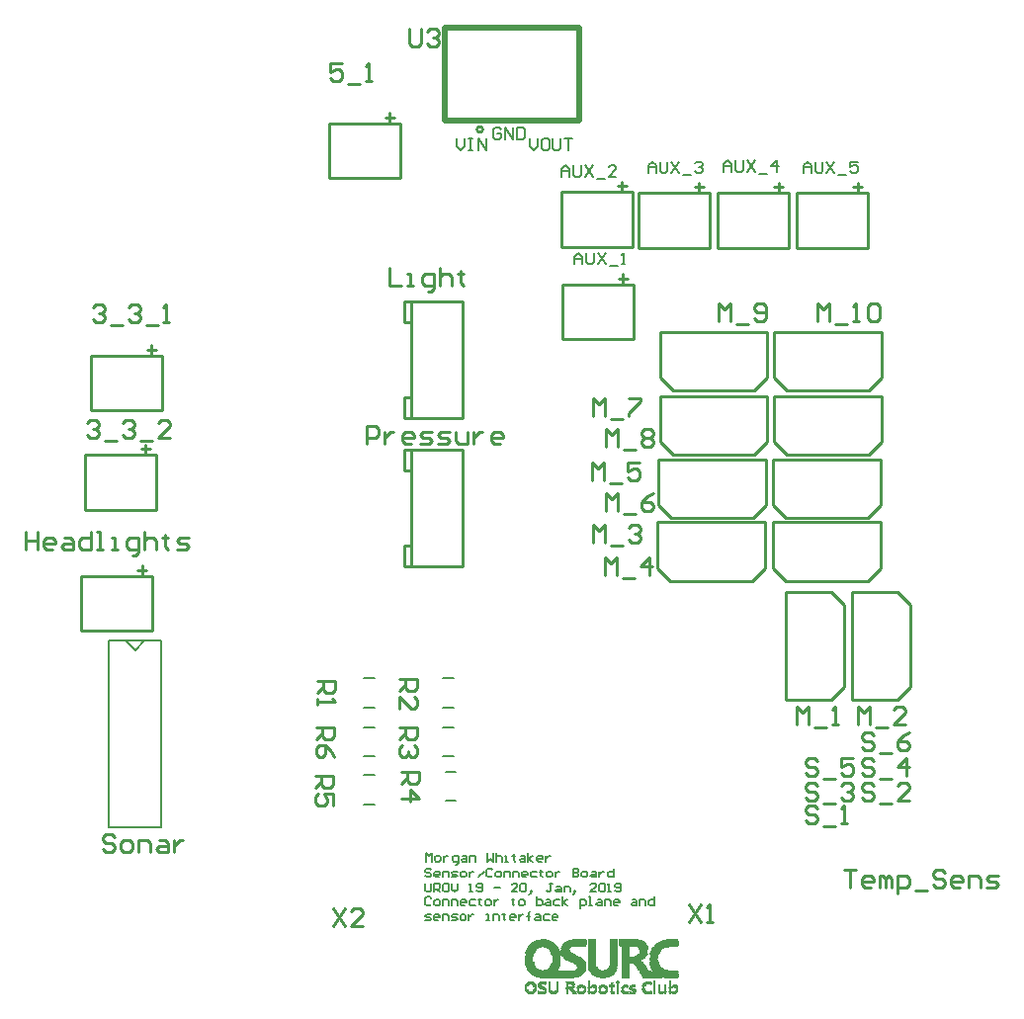
<source format=gto>
G04 Layer_Color=15132400*
%FSLAX24Y24*%
%MOIN*%
G70*
G01*
G75*
%ADD14C,0.0079*%
%ADD32C,0.0100*%
%ADD33C,0.0197*%
%ADD34C,0.0050*%
%ADD35C,0.0060*%
%ADD36C,0.0059*%
%ADD37R,0.0060X0.0004*%
%ADD38R,0.0074X0.0004*%
%ADD39R,0.0064X0.0004*%
%ADD40R,0.0057X0.0004*%
%ADD41R,0.0043X0.0004*%
%ADD42R,0.0053X0.0004*%
%ADD43R,0.0060X0.0004*%
%ADD44R,0.0071X0.0004*%
%ADD45R,0.0103X0.0004*%
%ADD46R,0.0120X0.0004*%
%ADD47R,0.0106X0.0004*%
%ADD48R,0.0099X0.0004*%
%ADD49R,0.0074X0.0004*%
%ADD50R,0.0089X0.0004*%
%ADD51R,0.0121X0.0004*%
%ADD52R,0.0071X0.0004*%
%ADD53R,0.0071X0.0004*%
%ADD54R,0.0131X0.0004*%
%ADD55R,0.0152X0.0004*%
%ADD56R,0.0135X0.0004*%
%ADD57R,0.0092X0.0004*%
%ADD58R,0.0106X0.0004*%
%ADD59R,0.0124X0.0004*%
%ADD60R,0.0096X0.0004*%
%ADD61R,0.0103X0.0004*%
%ADD62R,0.0092X0.0004*%
%ADD63R,0.0128X0.0004*%
%ADD64R,0.0149X0.0004*%
%ADD65R,0.0089X0.0004*%
%ADD66R,0.0089X0.0004*%
%ADD67R,0.0149X0.0004*%
%ADD68R,0.0177X0.0004*%
%ADD69R,0.0156X0.0004*%
%ADD70R,0.0092X0.0004*%
%ADD71R,0.0142X0.0004*%
%ADD72R,0.0110X0.0004*%
%ADD73R,0.0142X0.0004*%
%ADD74R,0.0117X0.0004*%
%ADD75R,0.0092X0.0004*%
%ADD76R,0.0145X0.0004*%
%ADD77R,0.0156X0.0004*%
%ADD78R,0.0089X0.0004*%
%ADD79R,0.0110X0.0004*%
%ADD80R,0.0170X0.0004*%
%ADD81R,0.0195X0.0004*%
%ADD82R,0.0106X0.0004*%
%ADD83R,0.0159X0.0004*%
%ADD84R,0.0160X0.0004*%
%ADD85R,0.0124X0.0004*%
%ADD86R,0.0174X0.0004*%
%ADD87R,0.0113X0.0004*%
%ADD88R,0.0184X0.0004*%
%ADD89R,0.0213X0.0004*%
%ADD90R,0.0106X0.0004*%
%ADD91R,0.0174X0.0004*%
%ADD92R,0.0170X0.0004*%
%ADD93R,0.0128X0.0004*%
%ADD94R,0.0170X0.0004*%
%ADD95R,0.0181X0.0004*%
%ADD96R,0.0198X0.0004*%
%ADD97R,0.0223X0.0004*%
%ADD98R,0.0184X0.0004*%
%ADD99R,0.0184X0.0004*%
%ADD100R,0.0131X0.0004*%
%ADD101R,0.0177X0.0004*%
%ADD102R,0.0188X0.0004*%
%ADD103R,0.0223X0.0004*%
%ADD104R,0.0135X0.0004*%
%ADD105R,0.0138X0.0004*%
%ADD106R,0.0234X0.0004*%
%ADD107R,0.0195X0.0004*%
%ADD108R,0.0198X0.0004*%
%ADD109R,0.0191X0.0004*%
%ADD110R,0.0230X0.0004*%
%ADD111R,0.0142X0.0004*%
%ADD112R,0.0241X0.0004*%
%ADD113R,0.0220X0.0004*%
%ADD114R,0.0206X0.0004*%
%ADD115R,0.0237X0.0004*%
%ADD116R,0.0245X0.0004*%
%ADD117R,0.0216X0.0004*%
%ADD118R,0.0163X0.0004*%
%ADD119R,0.0142X0.0004*%
%ADD120R,0.0191X0.0004*%
%ADD121R,0.0202X0.0004*%
%ADD122R,0.0152X0.0004*%
%ADD123R,0.0241X0.0004*%
%ADD124R,0.0248X0.0004*%
%ADD125R,0.0227X0.0004*%
%ADD126R,0.0145X0.0004*%
%ADD127R,0.0195X0.0004*%
%ADD128R,0.0255X0.0004*%
%ADD129R,0.0252X0.0004*%
%ADD130R,0.0230X0.0004*%
%ADD131R,0.0269X0.0004*%
%ADD132R,0.0234X0.0004*%
%ADD133R,0.0209X0.0004*%
%ADD134R,0.0252X0.0004*%
%ADD135R,0.0167X0.0004*%
%ADD136R,0.0262X0.0004*%
%ADD137R,0.0255X0.0004*%
%ADD138R,0.0255X0.0004*%
%ADD139R,0.0237X0.0004*%
%ADD140R,0.0273X0.0004*%
%ADD141R,0.0241X0.0004*%
%ADD142R,0.0202X0.0004*%
%ADD143R,0.0259X0.0004*%
%ADD144R,0.0269X0.0004*%
%ADD145R,0.0259X0.0004*%
%ADD146R,0.0262X0.0004*%
%ADD147R,0.0245X0.0004*%
%ADD148R,0.0276X0.0004*%
%ADD149R,0.0248X0.0004*%
%ADD150R,0.0213X0.0004*%
%ADD151R,0.0174X0.0004*%
%ADD152R,0.0273X0.0004*%
%ADD153R,0.0276X0.0004*%
%ADD154R,0.0266X0.0004*%
%ADD155R,0.0252X0.0004*%
%ADD156R,0.0209X0.0004*%
%ADD157R,0.0269X0.0004*%
%ADD158R,0.0283X0.0004*%
%ADD159R,0.0266X0.0004*%
%ADD160R,0.0103X0.0004*%
%ADD161R,0.0280X0.0004*%
%ADD162R,0.0255X0.0004*%
%ADD163R,0.0152X0.0004*%
%ADD164R,0.0220X0.0004*%
%ADD165R,0.0291X0.0004*%
%ADD166R,0.0284X0.0004*%
%ADD167R,0.0216X0.0004*%
%ADD168R,0.0220X0.0004*%
%ADD169R,0.0298X0.0004*%
%ADD170R,0.0266X0.0004*%
%ADD171R,0.0284X0.0004*%
%ADD172R,0.0216X0.0004*%
%ADD173R,0.0276X0.0004*%
%ADD174R,0.0305X0.0004*%
%ADD175R,0.0283X0.0004*%
%ADD176R,0.0287X0.0004*%
%ADD177R,0.0156X0.0004*%
%ADD178R,0.0220X0.0004*%
%ADD179R,0.0280X0.0004*%
%ADD180R,0.0276X0.0004*%
%ADD181R,0.0312X0.0004*%
%ADD182R,0.0291X0.0004*%
%ADD183R,0.0046X0.0004*%
%ADD184R,0.0096X0.0004*%
%ADD185R,0.0287X0.0004*%
%ADD186R,0.0319X0.0004*%
%ADD187R,0.0294X0.0004*%
%ADD188R,0.0014X0.0004*%
%ADD189R,0.0043X0.0004*%
%ADD190R,0.0036X0.0004*%
%ADD191R,0.0128X0.0004*%
%ADD192R,0.0322X0.0004*%
%ADD193R,0.0085X0.0004*%
%ADD194R,0.0131X0.0004*%
%ADD195R,0.0298X0.0004*%
%ADD196R,0.0113X0.0004*%
%ADD197R,0.0110X0.0004*%
%ADD198R,0.0110X0.0004*%
%ADD199R,0.0103X0.0004*%
%ADD200R,0.0007X0.0004*%
%ADD201R,0.0032X0.0004*%
%ADD202R,0.0025X0.0004*%
%ADD203R,0.0117X0.0004*%
%ADD204R,0.0113X0.0004*%
%ADD205R,0.0326X0.0004*%
%ADD206R,0.0301X0.0004*%
%ADD207R,0.0021X0.0004*%
%ADD208R,0.0018X0.0004*%
%ADD209R,0.0113X0.0004*%
%ADD210R,0.0099X0.0004*%
%ADD211R,0.0014X0.0004*%
%ADD212R,0.0011X0.0004*%
%ADD213R,0.0160X0.0004*%
%ADD214R,0.0067X0.0004*%
%ADD215R,0.0135X0.0004*%
%ADD216R,0.0050X0.0004*%
%ADD217R,0.0007X0.0004*%
%ADD218R,0.0004X0.0004*%
%ADD219R,0.0085X0.0004*%
%ADD220R,0.0039X0.0004*%
%ADD221R,0.0099X0.0004*%
%ADD222R,0.0039X0.0004*%
%ADD223R,0.0035X0.0004*%
%ADD224R,0.0096X0.0004*%
%ADD225R,0.0028X0.0004*%
%ADD226R,0.0021X0.0004*%
%ADD227R,0.0117X0.0004*%
%ADD228R,0.0021X0.0004*%
%ADD229R,0.0096X0.0004*%
%ADD230R,0.0014X0.0004*%
%ADD231R,0.0099X0.0004*%
%ADD232R,0.0120X0.0004*%
%ADD233R,0.0007X0.0004*%
%ADD234R,0.0163X0.0004*%
%ADD235R,0.0167X0.0004*%
%ADD236R,0.0177X0.0004*%
%ADD237R,0.0135X0.0004*%
%ADD238R,0.0174X0.0004*%
%ADD239R,0.0149X0.0004*%
%ADD240R,0.0152X0.0004*%
%ADD241R,0.0227X0.0004*%
%ADD242R,0.0223X0.0004*%
%ADD243R,0.0170X0.0004*%
%ADD244R,0.0188X0.0004*%
%ADD245R,0.0191X0.0004*%
%ADD246R,0.0004X0.0004*%
%ADD247R,0.0011X0.0004*%
%ADD248R,0.0191X0.0004*%
%ADD249R,0.0181X0.0004*%
%ADD250R,0.0117X0.0004*%
%ADD251R,0.0202X0.0004*%
%ADD252R,0.0014X0.0004*%
%ADD253R,0.0121X0.0004*%
%ADD254R,0.0145X0.0004*%
%ADD255R,0.0206X0.0004*%
%ADD256R,0.0050X0.0004*%
%ADD257R,0.0294X0.0004*%
%ADD258R,0.0053X0.0004*%
%ADD259R,0.0291X0.0004*%
%ADD260R,0.0291X0.0004*%
%ADD261R,0.0209X0.0004*%
%ADD262R,0.0199X0.0004*%
%ADD263R,0.0259X0.0004*%
%ADD264R,0.0199X0.0004*%
%ADD265R,0.0202X0.0004*%
%ADD266R,0.0138X0.0004*%
%ADD267R,0.0184X0.0004*%
%ADD268R,0.0227X0.0004*%
%ADD269R,0.0177X0.0004*%
%ADD270R,0.0138X0.0004*%
%ADD271R,0.0167X0.0004*%
%ADD272R,0.0167X0.0004*%
%ADD273R,0.0128X0.0004*%
%ADD274R,0.0085X0.0004*%
%ADD275R,0.0082X0.0004*%
%ADD276R,0.0064X0.0004*%
%ADD277R,0.0078X0.0004*%
%ADD278R,0.0085X0.0004*%
%ADD279R,0.0060X0.0004*%
%ADD280R,0.0004X0.0004*%
%ADD281R,0.0131X0.0004*%
%ADD282R,0.0025X0.0004*%
%ADD283R,0.0035X0.0004*%
%ADD284R,0.0032X0.0004*%
%ADD285R,0.0053X0.0004*%
%ADD286R,0.0323X0.0004*%
%ADD287R,0.0071X0.0004*%
%ADD288R,0.0315X0.0004*%
%ADD289R,0.0057X0.0004*%
%ADD290R,0.0067X0.0004*%
%ADD291R,0.0305X0.0004*%
%ADD292R,0.0298X0.0004*%
%ADD293R,0.0248X0.0004*%
%ADD294R,0.0078X0.0004*%
%ADD295R,0.0234X0.0004*%
%ADD296R,0.0018X0.0004*%
%ADD297R,0.0234X0.0004*%
%ADD298R,0.0227X0.0004*%
%ADD299R,0.0149X0.0004*%
%ADD300R,0.0383X0.0004*%
%ADD301R,0.0886X0.0004*%
%ADD302R,0.0656X0.0004*%
%ADD303R,0.0422X0.0004*%
%ADD304R,0.0900X0.0004*%
%ADD305R,0.0631X0.0004*%
%ADD306R,0.0454X0.0004*%
%ADD307R,0.0907X0.0004*%
%ADD308R,0.0617X0.0004*%
%ADD309R,0.0482X0.0004*%
%ADD310R,0.0914X0.0004*%
%ADD311R,0.0599X0.0004*%
%ADD312R,0.0503X0.0004*%
%ADD313R,0.0305X0.0004*%
%ADD314R,0.0921X0.0004*%
%ADD315R,0.0592X0.0004*%
%ADD316R,0.0521X0.0004*%
%ADD317R,0.0337X0.0004*%
%ADD318R,0.0925X0.0004*%
%ADD319R,0.0354X0.0004*%
%ADD320R,0.0581X0.0004*%
%ADD321R,0.0535X0.0004*%
%ADD322R,0.0369X0.0004*%
%ADD323R,0.0925X0.0004*%
%ADD324R,0.0379X0.0004*%
%ADD325R,0.0571X0.0004*%
%ADD326R,0.0553X0.0004*%
%ADD327R,0.0390X0.0004*%
%ADD328R,0.0932X0.0004*%
%ADD329R,0.0400X0.0004*%
%ADD330R,0.0563X0.0004*%
%ADD331R,0.0411X0.0004*%
%ADD332R,0.0935X0.0004*%
%ADD333R,0.0425X0.0004*%
%ADD334R,0.0556X0.0004*%
%ADD335R,0.0574X0.0004*%
%ADD336R,0.0432X0.0004*%
%ADD337R,0.0939X0.0004*%
%ADD338R,0.0450X0.0004*%
%ADD339R,0.0553X0.0004*%
%ADD340R,0.0585X0.0004*%
%ADD341R,0.0939X0.0004*%
%ADD342R,0.0464X0.0004*%
%ADD343R,0.0546X0.0004*%
%ADD344R,0.0599X0.0004*%
%ADD345R,0.0475X0.0004*%
%ADD346R,0.0943X0.0004*%
%ADD347R,0.0482X0.0004*%
%ADD348R,0.0539X0.0004*%
%ADD349R,0.0610X0.0004*%
%ADD350R,0.0493X0.0004*%
%ADD351R,0.0939X0.0004*%
%ADD352R,0.0500X0.0004*%
%ADD353R,0.0617X0.0004*%
%ADD354R,0.0507X0.0004*%
%ADD355R,0.0946X0.0004*%
%ADD356R,0.0514X0.0004*%
%ADD357R,0.0528X0.0004*%
%ADD358R,0.0624X0.0004*%
%ADD359R,0.0524X0.0004*%
%ADD360R,0.0946X0.0004*%
%ADD361R,0.0634X0.0004*%
%ADD362R,0.0946X0.0004*%
%ADD363R,0.0549X0.0004*%
%ADD364R,0.0641X0.0004*%
%ADD365R,0.0556X0.0004*%
%ADD366R,0.0946X0.0004*%
%ADD367R,0.0560X0.0004*%
%ADD368R,0.0517X0.0004*%
%ADD369R,0.0648X0.0004*%
%ADD370R,0.0950X0.0004*%
%ADD371R,0.0510X0.0004*%
%ADD372R,0.0659X0.0004*%
%ADD373R,0.0950X0.0004*%
%ADD374R,0.0507X0.0004*%
%ADD375R,0.0666X0.0004*%
%ADD376R,0.0673X0.0004*%
%ADD377R,0.0613X0.0004*%
%ADD378R,0.0609X0.0004*%
%ADD379R,0.0500X0.0004*%
%ADD380R,0.0677X0.0004*%
%ADD381R,0.0620X0.0004*%
%ADD382R,0.0624X0.0004*%
%ADD383R,0.0500X0.0004*%
%ADD384R,0.0684X0.0004*%
%ADD385R,0.0634X0.0004*%
%ADD386R,0.0953X0.0004*%
%ADD387R,0.0493X0.0004*%
%ADD388R,0.0691X0.0004*%
%ADD389R,0.0648X0.0004*%
%ADD390R,0.0641X0.0004*%
%ADD391R,0.0698X0.0004*%
%ADD392R,0.0656X0.0004*%
%ADD393R,0.0652X0.0004*%
%ADD394R,0.0489X0.0004*%
%ADD395R,0.0702X0.0004*%
%ADD396R,0.0670X0.0004*%
%ADD397R,0.0953X0.0004*%
%ADD398R,0.0663X0.0004*%
%ADD399R,0.0486X0.0004*%
%ADD400R,0.0709X0.0004*%
%ADD401R,0.0680X0.0004*%
%ADD402R,0.0670X0.0004*%
%ADD403R,0.0485X0.0004*%
%ADD404R,0.0716X0.0004*%
%ADD405R,0.0691X0.0004*%
%ADD406R,0.0478X0.0004*%
%ADD407R,0.0719X0.0004*%
%ADD408R,0.0705X0.0004*%
%ADD409R,0.0691X0.0004*%
%ADD410R,0.0478X0.0004*%
%ADD411R,0.0723X0.0004*%
%ADD412R,0.0712X0.0004*%
%ADD413R,0.0730X0.0004*%
%ADD414R,0.0719X0.0004*%
%ADD415R,0.0475X0.0004*%
%ADD416R,0.0734X0.0004*%
%ADD417R,0.0734X0.0004*%
%ADD418R,0.0471X0.0004*%
%ADD419R,0.0741X0.0004*%
%ADD420R,0.0740X0.0004*%
%ADD421R,0.0723X0.0004*%
%ADD422R,0.0468X0.0004*%
%ADD423R,0.0744X0.0004*%
%ADD424R,0.0748X0.0004*%
%ADD425R,0.0730X0.0004*%
%ADD426R,0.0468X0.0004*%
%ADD427R,0.0758X0.0004*%
%ADD428R,0.0950X0.0004*%
%ADD429R,0.0737X0.0004*%
%ADD430R,0.0464X0.0004*%
%ADD431R,0.0755X0.0004*%
%ADD432R,0.0769X0.0004*%
%ADD433R,0.0461X0.0004*%
%ADD434R,0.0758X0.0004*%
%ADD435R,0.0776X0.0004*%
%ADD436R,0.0751X0.0004*%
%ADD437R,0.0461X0.0004*%
%ADD438R,0.0762X0.0004*%
%ADD439R,0.0787X0.0004*%
%ADD440R,0.0457X0.0004*%
%ADD441R,0.0765X0.0004*%
%ADD442R,0.0797X0.0004*%
%ADD443R,0.0765X0.0004*%
%ADD444R,0.0457X0.0004*%
%ADD445R,0.0769X0.0004*%
%ADD446R,0.0804X0.0004*%
%ADD447R,0.0772X0.0004*%
%ADD448R,0.0454X0.0004*%
%ADD449R,0.0776X0.0004*%
%ADD450R,0.0811X0.0004*%
%ADD451R,0.0780X0.0004*%
%ADD452R,0.0454X0.0004*%
%ADD453R,0.0780X0.0004*%
%ADD454R,0.0818X0.0004*%
%ADD455R,0.0787X0.0004*%
%ADD456R,0.0450X0.0004*%
%ADD457R,0.0783X0.0004*%
%ADD458R,0.0826X0.0004*%
%ADD459R,0.0794X0.0004*%
%ADD460R,0.0787X0.0004*%
%ADD461R,0.0833X0.0004*%
%ADD462R,0.0797X0.0004*%
%ADD463R,0.0790X0.0004*%
%ADD464R,0.0840X0.0004*%
%ADD465R,0.0801X0.0004*%
%ADD466R,0.0446X0.0004*%
%ADD467R,0.0847X0.0004*%
%ADD468R,0.0808X0.0004*%
%ADD469R,0.0447X0.0004*%
%ADD470R,0.0854X0.0004*%
%ADD471R,0.0943X0.0004*%
%ADD472R,0.0815X0.0004*%
%ADD473R,0.0443X0.0004*%
%ADD474R,0.0861X0.0004*%
%ADD475R,0.0822X0.0004*%
%ADD476R,0.0443X0.0004*%
%ADD477R,0.0804X0.0004*%
%ADD478R,0.0868X0.0004*%
%ADD479R,0.0443X0.0004*%
%ADD480R,0.0808X0.0004*%
%ADD481R,0.0875X0.0004*%
%ADD482R,0.0829X0.0004*%
%ADD483R,0.0439X0.0004*%
%ADD484R,0.0812X0.0004*%
%ADD485R,0.0882X0.0004*%
%ADD486R,0.0836X0.0004*%
%ADD487R,0.0815X0.0004*%
%ADD488R,0.0889X0.0004*%
%ADD489R,0.0935X0.0004*%
%ADD490R,0.0840X0.0004*%
%ADD491R,0.0436X0.0004*%
%ADD492R,0.0818X0.0004*%
%ADD493R,0.0897X0.0004*%
%ADD494R,0.0843X0.0004*%
%ADD495R,0.0436X0.0004*%
%ADD496R,0.0822X0.0004*%
%ADD497R,0.0904X0.0004*%
%ADD498R,0.0850X0.0004*%
%ADD499R,0.0822X0.0004*%
%ADD500R,0.0911X0.0004*%
%ADD501R,0.0932X0.0004*%
%ADD502R,0.0854X0.0004*%
%ADD503R,0.0826X0.0004*%
%ADD504R,0.0918X0.0004*%
%ADD505R,0.0932X0.0004*%
%ADD506R,0.0858X0.0004*%
%ADD507R,0.0829X0.0004*%
%ADD508R,0.0918X0.0004*%
%ADD509R,0.0932X0.0004*%
%ADD510R,0.0865X0.0004*%
%ADD511R,0.0432X0.0004*%
%ADD512R,0.0868X0.0004*%
%ADD513R,0.0432X0.0004*%
%ADD514R,0.0836X0.0004*%
%ADD515R,0.0928X0.0004*%
%ADD516R,0.0872X0.0004*%
%ADD517R,0.0429X0.0004*%
%ADD518R,0.0928X0.0004*%
%ADD519R,0.0429X0.0004*%
%ADD520R,0.0882X0.0004*%
%ADD521R,0.0843X0.0004*%
%ADD522R,0.0921X0.0004*%
%ADD523R,0.0886X0.0004*%
%ADD524R,0.0429X0.0004*%
%ADD525R,0.0957X0.0004*%
%ADD526R,0.0889X0.0004*%
%ADD527R,0.0429X0.0004*%
%ADD528R,0.0960X0.0004*%
%ADD529R,0.0408X0.0004*%
%ADD530R,0.0889X0.0004*%
%ADD531R,0.0850X0.0004*%
%ADD532R,0.0967X0.0004*%
%ADD533R,0.0390X0.0004*%
%ADD534R,0.0896X0.0004*%
%ADD535R,0.0974X0.0004*%
%ADD536R,0.0379X0.0004*%
%ADD537R,0.0896X0.0004*%
%ADD538R,0.0974X0.0004*%
%ADD539R,0.0904X0.0004*%
%ADD540R,0.0861X0.0004*%
%ADD541R,0.0982X0.0004*%
%ADD542R,0.0358X0.0004*%
%ADD543R,0.0904X0.0004*%
%ADD544R,0.0425X0.0004*%
%ADD545R,0.0861X0.0004*%
%ADD546R,0.0461X0.0004*%
%ADD547R,0.0351X0.0004*%
%ADD548R,0.0418X0.0004*%
%ADD549R,0.0439X0.0004*%
%ADD550R,0.0347X0.0004*%
%ADD551R,0.0400X0.0004*%
%ADD552R,0.0393X0.0004*%
%ADD553R,0.0312X0.0004*%
%ADD554R,0.0496X0.0004*%
%ADD555R,0.0415X0.0004*%
%ADD556R,0.0340X0.0004*%
%ADD557R,0.0390X0.0004*%
%ADD558R,0.0475X0.0004*%
%ADD559R,0.0407X0.0004*%
%ADD560R,0.0333X0.0004*%
%ADD561R,0.0376X0.0004*%
%ADD562R,0.0408X0.0004*%
%ADD563R,0.0397X0.0004*%
%ADD564R,0.0326X0.0004*%
%ADD565R,0.0372X0.0004*%
%ADD566R,0.0358X0.0004*%
%ADD567R,0.0315X0.0004*%
%ADD568R,0.0400X0.0004*%
%ADD569R,0.0326X0.0004*%
%ADD570R,0.0361X0.0004*%
%ADD571R,0.0354X0.0004*%
%ADD572R,0.0383X0.0004*%
%ADD573R,0.0347X0.0004*%
%ADD574R,0.0379X0.0004*%
%ADD575R,0.0344X0.0004*%
%ADD576R,0.0372X0.0004*%
%ADD577R,0.0344X0.0004*%
%ADD578R,0.0312X0.0004*%
%ADD579R,0.0422X0.0004*%
%ADD580R,0.0337X0.0004*%
%ADD581R,0.0315X0.0004*%
%ADD582R,0.0372X0.0004*%
%ADD583R,0.0365X0.0004*%
%ADD584R,0.0308X0.0004*%
%ADD585R,0.0330X0.0004*%
%ADD586R,0.0369X0.0004*%
%ADD587R,0.0308X0.0004*%
%ADD588R,0.0333X0.0004*%
%ADD589R,0.0404X0.0004*%
%ADD590R,0.0365X0.0004*%
%ADD591R,0.0358X0.0004*%
%ADD592R,0.0305X0.0004*%
%ADD593R,0.0333X0.0004*%
%ADD594R,0.0322X0.0004*%
%ADD595R,0.0397X0.0004*%
%ADD596R,0.0361X0.0004*%
%ADD597R,0.0351X0.0004*%
%ADD598R,0.0326X0.0004*%
%ADD599R,0.0319X0.0004*%
%ADD600R,0.0351X0.0004*%
%ADD601R,0.0301X0.0004*%
%ADD602R,0.0301X0.0004*%
%ADD603R,0.0386X0.0004*%
%ADD604R,0.0354X0.0004*%
%ADD605R,0.0386X0.0004*%
%ADD606R,0.0340X0.0004*%
%ADD607R,0.0340X0.0004*%
%ADD608R,0.0347X0.0004*%
%ADD609R,0.0298X0.0004*%
%ADD610R,0.0308X0.0004*%
%ADD611R,0.0330X0.0004*%
%ADD612R,0.0301X0.0004*%
%ADD613R,0.0365X0.0004*%
%ADD614R,0.0330X0.0004*%
%ADD615R,0.0340X0.0004*%
%ADD616R,0.0354X0.0004*%
%ADD617R,0.0330X0.0004*%
%ADD618R,0.0308X0.0004*%
%ADD619R,0.0315X0.0004*%
%ADD620R,0.0280X0.0004*%
%ADD621R,0.0280X0.0004*%
%ADD622R,0.0323X0.0004*%
%ADD623R,0.0312X0.0004*%
%ADD624R,0.0376X0.0004*%
%ADD625R,0.0347X0.0004*%
%ADD626R,0.0723X0.0004*%
%ADD627R,0.0418X0.0004*%
%ADD628R,0.0716X0.0004*%
%ADD629R,0.0436X0.0004*%
%ADD630R,0.0705X0.0004*%
%ADD631R,0.0447X0.0004*%
%ADD632R,0.0702X0.0004*%
%ADD633R,0.0698X0.0004*%
%ADD634R,0.0695X0.0004*%
%ADD635R,0.0471X0.0004*%
%ADD636R,0.0684X0.0004*%
%ADD637R,0.0680X0.0004*%
%ADD638R,0.0482X0.0004*%
%ADD639R,0.0489X0.0004*%
%ADD640R,0.0673X0.0004*%
%ADD641R,0.0493X0.0004*%
%ADD642R,0.0663X0.0004*%
%ADD643R,0.0659X0.0004*%
%ADD644R,0.0514X0.0004*%
%ADD645R,0.0517X0.0004*%
%ADD646R,0.0521X0.0004*%
%ADD647R,0.0641X0.0004*%
%ADD648R,0.0528X0.0004*%
%ADD649R,0.0535X0.0004*%
%ADD650R,0.0624X0.0004*%
%ADD651R,0.0539X0.0004*%
%ADD652R,0.0617X0.0004*%
%ADD653R,0.0542X0.0004*%
%ADD654R,0.0549X0.0004*%
%ADD655R,0.0645X0.0004*%
%ADD656R,0.0560X0.0004*%
%ADD657R,0.0656X0.0004*%
%ADD658R,0.0563X0.0004*%
%ADD659R,0.0567X0.0004*%
%ADD660R,0.0567X0.0004*%
%ADD661R,0.0574X0.0004*%
%ADD662R,0.0687X0.0004*%
%ADD663R,0.0574X0.0004*%
%ADD664R,0.0695X0.0004*%
%ADD665R,0.0578X0.0004*%
%ADD666R,0.0578X0.0004*%
%ADD667R,0.0581X0.0004*%
%ADD668R,0.0726X0.0004*%
%ADD669R,0.0585X0.0004*%
%ADD670R,0.0585X0.0004*%
%ADD671R,0.0737X0.0004*%
%ADD672R,0.0585X0.0004*%
%ADD673R,0.0755X0.0004*%
%ADD674R,0.0758X0.0004*%
%ADD675R,0.0772X0.0004*%
%ADD676R,0.0783X0.0004*%
%ADD677R,0.0571X0.0004*%
%ADD678R,0.0804X0.0004*%
%ADD679R,0.0546X0.0004*%
%ADD680R,0.0542X0.0004*%
%ADD681R,0.0539X0.0004*%
%ADD682R,0.0528X0.0004*%
%ADD683R,0.0524X0.0004*%
%ADD684R,0.0514X0.0004*%
%ADD685R,0.0333X0.0004*%
%ADD686R,0.0503X0.0004*%
%ADD687R,0.0496X0.0004*%
%ADD688R,0.0436X0.0004*%
%ADD689R,0.0294X0.0004*%
%ADD690R,0.0422X0.0004*%
%ADD691R,0.0415X0.0004*%
%ADD692R,0.0411X0.0004*%
%ADD693R,0.0404X0.0004*%
%ADD694R,0.0372X0.0004*%
%ADD695R,0.0337X0.0004*%
%ADD696R,0.0376X0.0004*%
%ADD697R,0.0393X0.0004*%
%ADD698R,0.0404X0.0004*%
%ADD699R,0.0383X0.0004*%
%ADD700R,0.0411X0.0004*%
%ADD701R,0.0478X0.0004*%
%ADD702R,0.0503X0.0004*%
%ADD703R,0.0982X0.0004*%
%ADD704R,0.0358X0.0004*%
%ADD705R,0.0829X0.0004*%
%ADD706R,0.0971X0.0004*%
%ADD707R,0.0376X0.0004*%
%ADD708R,0.0964X0.0004*%
%ADD709R,0.0960X0.0004*%
%ADD710R,0.0411X0.0004*%
%ADD711R,0.0953X0.0004*%
%ADD712R,0.0439X0.0004*%
%ADD713R,0.0833X0.0004*%
%ADD714R,0.0812X0.0004*%
%ADD715R,0.0964X0.0004*%
%ADD716R,0.0960X0.0004*%
%ADD717R,0.0801X0.0004*%
%ADD718R,0.0918X0.0004*%
%ADD719R,0.0797X0.0004*%
%ADD720R,0.0911X0.0004*%
%ADD721R,0.0957X0.0004*%
%ADD722R,0.0794X0.0004*%
%ADD723R,0.0907X0.0004*%
%ADD724R,0.0819X0.0004*%
%ADD725R,0.0790X0.0004*%
%ADD726R,0.0787X0.0004*%
%ADD727R,0.0953X0.0004*%
%ADD728R,0.0882X0.0004*%
%ADD729R,0.0875X0.0004*%
%ADD730R,0.0773X0.0004*%
%ADD731R,0.0861X0.0004*%
%ADD732R,0.0804X0.0004*%
%ADD733R,0.0847X0.0004*%
%ADD734R,0.0840X0.0004*%
%ADD735R,0.0794X0.0004*%
%ADD736R,0.0935X0.0004*%
%ADD737R,0.0833X0.0004*%
%ADD738R,0.0811X0.0004*%
%ADD739R,0.0928X0.0004*%
%ADD740R,0.0737X0.0004*%
%ADD741R,0.0921X0.0004*%
%ADD742R,0.0730X0.0004*%
%ADD743R,0.0773X0.0004*%
%ADD744R,0.0723X0.0004*%
%ADD745R,0.0765X0.0004*%
%ADD746R,0.0914X0.0004*%
%ADD747R,0.0716X0.0004*%
%ADD748R,0.0709X0.0004*%
%ADD749R,0.0751X0.0004*%
%ADD750R,0.0705X0.0004*%
%ADD751R,0.0904X0.0004*%
%ADD752R,0.0698X0.0004*%
%ADD753R,0.0730X0.0004*%
%ADD754R,0.0900X0.0004*%
%ADD755R,0.0744X0.0004*%
%ADD756R,0.0893X0.0004*%
%ADD757R,0.0680X0.0004*%
%ADD758R,0.0726X0.0004*%
%ADD759R,0.0879X0.0004*%
%ADD760R,0.0666X0.0004*%
%ADD761R,0.0712X0.0004*%
%ADD762R,0.0648X0.0004*%
%ADD763R,0.0641X0.0004*%
%ADD764R,0.0858X0.0004*%
%ADD765R,0.0638X0.0004*%
%ADD766R,0.0599X0.0004*%
%ADD767R,0.0688X0.0004*%
%ADD768R,0.0624X0.0004*%
%ADD769R,0.0680X0.0004*%
%ADD770R,0.0840X0.0004*%
%ADD771R,0.0617X0.0004*%
%ADD772R,0.0673X0.0004*%
%ADD773R,0.0606X0.0004*%
%ADD774R,0.0553X0.0004*%
%ADD775R,0.0666X0.0004*%
%ADD776R,0.0539X0.0004*%
%ADD777R,0.0822X0.0004*%
%ADD778R,0.0592X0.0004*%
%ADD779R,0.0815X0.0004*%
%ADD780R,0.0808X0.0004*%
%ADD781R,0.0797X0.0004*%
%ADD782R,0.0567X0.0004*%
%ADD783R,0.0627X0.0004*%
%ADD784R,0.0790X0.0004*%
%ADD785R,0.0780X0.0004*%
%ADD786R,0.0606X0.0004*%
%ADD787R,0.0595X0.0004*%
%ADD788R,0.0758X0.0004*%
%ADD789R,0.0525X0.0004*%
%ADD790R,0.0581X0.0004*%
%ADD791R,0.0748X0.0004*%
%ADD792R,0.0521X0.0004*%
%ADD793R,0.0687X0.0004*%
%ADD794R,0.0471X0.0004*%
%ADD795R,0.0638X0.0004*%
%ADD796R,0.0595X0.0004*%
D14*
X16201Y15689D02*
X16555D01*
X16201Y16673D02*
X16555D01*
X16201Y17303D02*
X16555D01*
X16201Y18287D02*
X16555D01*
X16201Y18957D02*
X16555D01*
X16201Y19941D02*
X16555D01*
X18878Y17303D02*
X19232D01*
X18878Y18287D02*
X19232D01*
X18957Y16791D02*
X19311D01*
X18957Y15807D02*
X19311D01*
X18878Y18957D02*
X19232D01*
X18878Y19941D02*
X19232D01*
X18268Y11772D02*
X18415D01*
X18464Y11821D01*
X18415Y11870D01*
X18317D01*
X18268Y11919D01*
X18317Y11968D01*
X18464D01*
X18710Y11772D02*
X18612D01*
X18563Y11821D01*
Y11919D01*
X18612Y11968D01*
X18710D01*
X18760Y11919D01*
Y11870D01*
X18563D01*
X18858Y11772D02*
Y11968D01*
X19006D01*
X19055Y11919D01*
Y11772D01*
X19153D02*
X19301D01*
X19350Y11821D01*
X19301Y11870D01*
X19202D01*
X19153Y11919D01*
X19202Y11968D01*
X19350D01*
X19498Y11772D02*
X19596D01*
X19645Y11821D01*
Y11919D01*
X19596Y11968D01*
X19498D01*
X19448Y11919D01*
Y11821D01*
X19498Y11772D01*
X19744Y11968D02*
Y11772D01*
Y11870D01*
X19793Y11919D01*
X19842Y11968D01*
X19891D01*
X20334Y11772D02*
X20432D01*
X20383D01*
Y11968D01*
X20334D01*
X20580Y11772D02*
Y11968D01*
X20728D01*
X20777Y11919D01*
Y11772D01*
X20924Y12018D02*
Y11968D01*
X20875D01*
X20974D01*
X20924D01*
Y11821D01*
X20974Y11772D01*
X21269D02*
X21170D01*
X21121Y11821D01*
Y11919D01*
X21170Y11968D01*
X21269D01*
X21318Y11919D01*
Y11870D01*
X21121D01*
X21416Y11968D02*
Y11772D01*
Y11870D01*
X21466Y11919D01*
X21515Y11968D01*
X21564D01*
X21761Y11772D02*
Y12018D01*
Y11919D01*
X21711D01*
X21810D01*
X21761D01*
Y12018D01*
X21810Y12067D01*
X22007Y11968D02*
X22105D01*
X22154Y11919D01*
Y11772D01*
X22007D01*
X21957Y11821D01*
X22007Y11870D01*
X22154D01*
X22449Y11968D02*
X22302D01*
X22253Y11919D01*
Y11821D01*
X22302Y11772D01*
X22449D01*
X22695D02*
X22597D01*
X22548Y11821D01*
Y11919D01*
X22597Y11968D01*
X22695D01*
X22745Y11919D01*
Y11870D01*
X22548D01*
X18476Y12525D02*
X18426Y12574D01*
X18328D01*
X18279Y12525D01*
Y12328D01*
X18328Y12279D01*
X18426D01*
X18476Y12328D01*
X18623Y12279D02*
X18722D01*
X18771Y12328D01*
Y12426D01*
X18722Y12476D01*
X18623D01*
X18574Y12426D01*
Y12328D01*
X18623Y12279D01*
X18869D02*
Y12476D01*
X19017D01*
X19066Y12426D01*
Y12279D01*
X19164D02*
Y12476D01*
X19312D01*
X19361Y12426D01*
Y12279D01*
X19607D02*
X19509D01*
X19459Y12328D01*
Y12426D01*
X19509Y12476D01*
X19607D01*
X19656Y12426D01*
Y12377D01*
X19459D01*
X19951Y12476D02*
X19804D01*
X19755Y12426D01*
Y12328D01*
X19804Y12279D01*
X19951D01*
X20099Y12525D02*
Y12476D01*
X20050D01*
X20148D01*
X20099D01*
Y12328D01*
X20148Y12279D01*
X20345D02*
X20443D01*
X20493Y12328D01*
Y12426D01*
X20443Y12476D01*
X20345D01*
X20296Y12426D01*
Y12328D01*
X20345Y12279D01*
X20591Y12476D02*
Y12279D01*
Y12377D01*
X20640Y12426D01*
X20689Y12476D01*
X20739D01*
X21231Y12525D02*
Y12476D01*
X21181D01*
X21280D01*
X21231D01*
Y12328D01*
X21280Y12279D01*
X21477D02*
X21575D01*
X21624Y12328D01*
Y12426D01*
X21575Y12476D01*
X21477D01*
X21427Y12426D01*
Y12328D01*
X21477Y12279D01*
X22018Y12574D02*
Y12279D01*
X22165D01*
X22214Y12328D01*
Y12377D01*
Y12426D01*
X22165Y12476D01*
X22018D01*
X22362D02*
X22460D01*
X22510Y12426D01*
Y12279D01*
X22362D01*
X22313Y12328D01*
X22362Y12377D01*
X22510D01*
X22805Y12476D02*
X22657D01*
X22608Y12426D01*
Y12328D01*
X22657Y12279D01*
X22805D01*
X22903D02*
Y12574D01*
Y12377D02*
X23051Y12476D01*
X22903Y12377D02*
X23051Y12279D01*
X23494Y12180D02*
Y12476D01*
X23641D01*
X23690Y12426D01*
Y12328D01*
X23641Y12279D01*
X23494D01*
X23789D02*
X23887D01*
X23838D01*
Y12574D01*
X23789D01*
X24084Y12476D02*
X24182D01*
X24232Y12426D01*
Y12279D01*
X24084D01*
X24035Y12328D01*
X24084Y12377D01*
X24232D01*
X24330Y12279D02*
Y12476D01*
X24478D01*
X24527Y12426D01*
Y12279D01*
X24773D02*
X24674D01*
X24625Y12328D01*
Y12426D01*
X24674Y12476D01*
X24773D01*
X24822Y12426D01*
Y12377D01*
X24625D01*
X25265Y12476D02*
X25363D01*
X25412Y12426D01*
Y12279D01*
X25265D01*
X25215Y12328D01*
X25265Y12377D01*
X25412D01*
X25511Y12279D02*
Y12476D01*
X25658D01*
X25707Y12426D01*
Y12279D01*
X26003Y12574D02*
Y12279D01*
X25855D01*
X25806Y12328D01*
Y12426D01*
X25855Y12476D01*
X26003D01*
X18279Y13024D02*
Y12778D01*
X18328Y12729D01*
X18426D01*
X18476Y12778D01*
Y13024D01*
X18574Y12729D02*
Y13024D01*
X18722D01*
X18771Y12975D01*
Y12876D01*
X18722Y12827D01*
X18574D01*
X18672D02*
X18771Y12729D01*
X19017Y13024D02*
X18918D01*
X18869Y12975D01*
Y12778D01*
X18918Y12729D01*
X19017D01*
X19066Y12778D01*
Y12975D01*
X19017Y13024D01*
X19164D02*
Y12827D01*
X19263Y12729D01*
X19361Y12827D01*
Y13024D01*
X19755Y12729D02*
X19853D01*
X19804D01*
Y13024D01*
X19755Y12975D01*
X20001Y12778D02*
X20050Y12729D01*
X20148D01*
X20197Y12778D01*
Y12975D01*
X20148Y13024D01*
X20050D01*
X20001Y12975D01*
Y12926D01*
X20050Y12876D01*
X20197D01*
X20591D02*
X20788D01*
X21378Y12729D02*
X21181D01*
X21378Y12926D01*
Y12975D01*
X21329Y13024D01*
X21231D01*
X21181Y12975D01*
X21477D02*
X21526Y13024D01*
X21624D01*
X21673Y12975D01*
Y12778D01*
X21624Y12729D01*
X21526D01*
X21477Y12778D01*
Y12975D01*
X21821Y12680D02*
X21870Y12729D01*
Y12778D01*
X21821D01*
Y12729D01*
X21870D01*
X21821Y12680D01*
X21772Y12630D01*
X22559Y13024D02*
X22460D01*
X22510D01*
Y12778D01*
X22460Y12729D01*
X22411D01*
X22362Y12778D01*
X22706Y12926D02*
X22805D01*
X22854Y12876D01*
Y12729D01*
X22706D01*
X22657Y12778D01*
X22706Y12827D01*
X22854D01*
X22952Y12729D02*
Y12926D01*
X23100D01*
X23149Y12876D01*
Y12729D01*
X23297Y12680D02*
X23346Y12729D01*
Y12778D01*
X23297D01*
Y12729D01*
X23346D01*
X23297Y12680D01*
X23248Y12630D01*
X24035Y12729D02*
X23838D01*
X24035Y12926D01*
Y12975D01*
X23986Y13024D01*
X23887D01*
X23838Y12975D01*
X24133D02*
X24182Y13024D01*
X24281D01*
X24330Y12975D01*
Y12778D01*
X24281Y12729D01*
X24182D01*
X24133Y12778D01*
Y12975D01*
X24428Y12729D02*
X24527D01*
X24478D01*
Y13024D01*
X24428Y12975D01*
X24674Y12778D02*
X24724Y12729D01*
X24822D01*
X24871Y12778D01*
Y12975D01*
X24822Y13024D01*
X24724D01*
X24674Y12975D01*
Y12926D01*
X24724Y12876D01*
X24871D01*
X18476Y13475D02*
X18426Y13524D01*
X18328D01*
X18279Y13475D01*
Y13426D01*
X18328Y13376D01*
X18426D01*
X18476Y13327D01*
Y13278D01*
X18426Y13229D01*
X18328D01*
X18279Y13278D01*
X18722Y13229D02*
X18623D01*
X18574Y13278D01*
Y13376D01*
X18623Y13426D01*
X18722D01*
X18771Y13376D01*
Y13327D01*
X18574D01*
X18869Y13229D02*
Y13426D01*
X19017D01*
X19066Y13376D01*
Y13229D01*
X19164D02*
X19312D01*
X19361Y13278D01*
X19312Y13327D01*
X19213D01*
X19164Y13376D01*
X19213Y13426D01*
X19361D01*
X19509Y13229D02*
X19607D01*
X19656Y13278D01*
Y13376D01*
X19607Y13426D01*
X19509D01*
X19459Y13376D01*
Y13278D01*
X19509Y13229D01*
X19755Y13426D02*
Y13229D01*
Y13327D01*
X19804Y13376D01*
X19853Y13426D01*
X19902D01*
X20050Y13229D02*
X20247Y13426D01*
X20542Y13475D02*
X20493Y13524D01*
X20394D01*
X20345Y13475D01*
Y13278D01*
X20394Y13229D01*
X20493D01*
X20542Y13278D01*
X20689Y13229D02*
X20788D01*
X20837Y13278D01*
Y13376D01*
X20788Y13426D01*
X20689D01*
X20640Y13376D01*
Y13278D01*
X20689Y13229D01*
X20935D02*
Y13426D01*
X21083D01*
X21132Y13376D01*
Y13229D01*
X21231D02*
Y13426D01*
X21378D01*
X21427Y13376D01*
Y13229D01*
X21673D02*
X21575D01*
X21526Y13278D01*
Y13376D01*
X21575Y13426D01*
X21673D01*
X21723Y13376D01*
Y13327D01*
X21526D01*
X22018Y13426D02*
X21870D01*
X21821Y13376D01*
Y13278D01*
X21870Y13229D01*
X22018D01*
X22165Y13475D02*
Y13426D01*
X22116D01*
X22214D01*
X22165D01*
Y13278D01*
X22214Y13229D01*
X22411D02*
X22510D01*
X22559Y13278D01*
Y13376D01*
X22510Y13426D01*
X22411D01*
X22362Y13376D01*
Y13278D01*
X22411Y13229D01*
X22657Y13426D02*
Y13229D01*
Y13327D01*
X22706Y13376D01*
X22756Y13426D01*
X22805D01*
X23248Y13524D02*
Y13229D01*
X23395D01*
X23444Y13278D01*
Y13327D01*
X23395Y13376D01*
X23248D01*
X23395D01*
X23444Y13426D01*
Y13475D01*
X23395Y13524D01*
X23248D01*
X23592Y13229D02*
X23690D01*
X23740Y13278D01*
Y13376D01*
X23690Y13426D01*
X23592D01*
X23543Y13376D01*
Y13278D01*
X23592Y13229D01*
X23887Y13426D02*
X23986D01*
X24035Y13376D01*
Y13229D01*
X23887D01*
X23838Y13278D01*
X23887Y13327D01*
X24035D01*
X24133Y13426D02*
Y13229D01*
Y13327D01*
X24182Y13376D01*
X24232Y13426D01*
X24281D01*
X24625Y13524D02*
Y13229D01*
X24478D01*
X24428Y13278D01*
Y13376D01*
X24478Y13426D01*
X24625D01*
X18300Y13750D02*
Y14045D01*
X18398Y13947D01*
X18497Y14045D01*
Y13750D01*
X18644D02*
X18743D01*
X18792Y13799D01*
Y13898D01*
X18743Y13947D01*
X18644D01*
X18595Y13898D01*
Y13799D01*
X18644Y13750D01*
X18890Y13947D02*
Y13750D01*
Y13848D01*
X18940Y13898D01*
X18989Y13947D01*
X19038D01*
X19284Y13652D02*
X19333D01*
X19382Y13701D01*
Y13947D01*
X19235D01*
X19186Y13898D01*
Y13799D01*
X19235Y13750D01*
X19382D01*
X19530Y13947D02*
X19628D01*
X19678Y13898D01*
Y13750D01*
X19530D01*
X19481Y13799D01*
X19530Y13848D01*
X19678D01*
X19776Y13750D02*
Y13947D01*
X19923D01*
X19973Y13898D01*
Y13750D01*
X20366Y14045D02*
Y13750D01*
X20465Y13848D01*
X20563Y13750D01*
Y14045D01*
X20661D02*
Y13750D01*
Y13898D01*
X20711Y13947D01*
X20809D01*
X20858Y13898D01*
Y13750D01*
X20957D02*
X21055D01*
X21006D01*
Y13947D01*
X20957D01*
X21252Y13996D02*
Y13947D01*
X21203D01*
X21301D01*
X21252D01*
Y13799D01*
X21301Y13750D01*
X21498Y13947D02*
X21596D01*
X21645Y13898D01*
Y13750D01*
X21498D01*
X21449Y13799D01*
X21498Y13848D01*
X21645D01*
X21744Y13750D02*
Y14045D01*
Y13848D02*
X21891Y13947D01*
X21744Y13848D02*
X21891Y13750D01*
X22187D02*
X22088D01*
X22039Y13799D01*
Y13898D01*
X22088Y13947D01*
X22187D01*
X22236Y13898D01*
Y13848D01*
X22039D01*
X22334Y13947D02*
Y13750D01*
Y13848D01*
X22383Y13898D01*
X22433Y13947D01*
X22482D01*
D32*
X20217Y38445D02*
G03*
X20217Y38445I-98J0D01*
G01*
X18071Y28699D02*
X19261D01*
X17795Y32638D02*
X19531D01*
X17795Y31929D02*
Y32638D01*
Y28699D02*
Y29409D01*
Y28699D02*
X19531D01*
Y32638D01*
X17559D02*
X17795D01*
X17559Y31929D02*
Y32638D01*
Y31929D02*
X17795D01*
Y29409D02*
Y31929D01*
X17559Y29409D02*
X17795D01*
X17559Y28699D02*
Y29409D01*
Y28699D02*
X17795D01*
X16920Y38859D02*
X17220D01*
X17070Y38659D02*
Y39009D01*
X15020Y36809D02*
X17420D01*
Y38659D01*
X15020Y36809D02*
Y38659D01*
X17420D01*
X27354Y36497D02*
X27654D01*
X27504Y36297D02*
Y36647D01*
X25454Y34447D02*
X27854D01*
Y36297D01*
X25454Y34447D02*
Y36297D01*
X27854D01*
X32708Y36497D02*
X33008D01*
X32858Y36297D02*
Y36647D01*
X30808Y34447D02*
X33208D01*
Y36297D01*
X30808Y34447D02*
Y36297D01*
X33208D01*
X31969Y22835D02*
X32402Y22402D01*
X30433Y22835D02*
X31969D01*
X32402Y19646D02*
Y22402D01*
X30433Y19213D02*
Y22835D01*
X31969Y19213D02*
X32402Y19646D01*
X30433Y19213D02*
X31969D01*
X34213Y22835D02*
X34646Y22402D01*
X32677Y22835D02*
X34213D01*
X34646Y19646D02*
Y22402D01*
X32677Y19213D02*
Y22835D01*
X34213Y19213D02*
X34646Y19646D01*
X32677Y19213D02*
X34213D01*
X24794Y33426D02*
X25094D01*
X24944Y33226D02*
Y33576D01*
X22894Y31376D02*
X25294D01*
Y33226D01*
X22894Y31376D02*
Y33226D01*
X25294D01*
X30031Y36497D02*
X30331D01*
X30181Y36297D02*
Y36647D01*
X28131Y34447D02*
X30531D01*
Y36297D01*
X28131Y34447D02*
Y36297D01*
X30531D01*
X29291Y23228D02*
X29724Y23661D01*
Y25197D01*
X26535Y23228D02*
X29291D01*
X26102Y25197D02*
X29724D01*
X26102Y23661D02*
X26535Y23228D01*
X26102Y23661D02*
Y25197D01*
X33189Y23228D02*
X33622Y23661D01*
Y25197D01*
X30433Y23228D02*
X33189D01*
X30000Y25197D02*
X33622D01*
X30000Y23661D02*
X30433Y23228D01*
X30000Y23661D02*
Y25197D01*
X29331Y25354D02*
X29764Y25787D01*
Y27323D01*
X26575Y25354D02*
X29331D01*
X26142Y27323D02*
X29764D01*
X26142Y25787D02*
X26575Y25354D01*
X26142Y25787D02*
Y27323D01*
X33189Y25354D02*
X33622Y25787D01*
Y27323D01*
X30433Y25354D02*
X33189D01*
X30000Y27323D02*
X33622D01*
X30000Y25787D02*
X30433Y25354D01*
X30000Y25787D02*
Y27323D01*
X8692Y27678D02*
X8992D01*
X8842Y27478D02*
Y27828D01*
X6792Y25628D02*
X9192D01*
Y27478D01*
X6792Y25628D02*
Y27478D01*
X9192D01*
X29370Y27480D02*
X29803Y27913D01*
Y29449D01*
X26614Y27480D02*
X29370D01*
X26181Y29449D02*
X29803D01*
X26181Y27913D02*
X26614Y27480D01*
X26181Y27913D02*
Y29449D01*
X8574Y23583D02*
X8874D01*
X8724Y23383D02*
Y23733D01*
X6674Y21533D02*
X9074D01*
Y23383D01*
X6674Y21533D02*
Y23383D01*
X9074D01*
X33228Y27480D02*
X33661Y27913D01*
Y29449D01*
X30472Y27480D02*
X33228D01*
X30039Y29449D02*
X33661D01*
X30039Y27913D02*
X30472Y27480D01*
X30039Y27913D02*
Y29449D01*
X8889Y31024D02*
X9189D01*
X9039Y30824D02*
Y31174D01*
X6989Y28974D02*
X9389D01*
Y30824D01*
X6989Y28974D02*
Y30824D01*
X9389D01*
X29370Y29646D02*
X29803Y30079D01*
Y31614D01*
X26614Y29646D02*
X29370D01*
X26181Y31614D02*
X29803D01*
X26181Y30079D02*
X26614Y29646D01*
X26181Y30079D02*
Y31614D01*
X33228Y29646D02*
X33661Y30079D01*
Y31614D01*
X30472Y29646D02*
X33228D01*
X30039Y31614D02*
X33661D01*
X30039Y30079D02*
X30472Y29646D01*
X30039Y30079D02*
Y31614D01*
X17559Y23699D02*
X17795D01*
X17559D02*
Y24409D01*
X17795D01*
Y26929D01*
X17559D02*
X17795D01*
X17559D02*
Y27638D01*
X17795D01*
X19531Y23699D02*
Y27638D01*
X17795Y23699D02*
X19531D01*
X17795D02*
Y24409D01*
Y26929D02*
Y27638D01*
X19531D01*
X18071Y23699D02*
X19261D01*
X24755Y36536D02*
X25055D01*
X24905Y36336D02*
Y36686D01*
X22855Y34486D02*
X25255D01*
Y36336D01*
X22855Y34486D02*
Y36336D01*
X25255D01*
X17717Y41860D02*
Y41360D01*
X17816Y41260D01*
X18016D01*
X18116Y41360D01*
Y41860D01*
X18316Y41760D02*
X18416Y41860D01*
X18616D01*
X18716Y41760D01*
Y41660D01*
X18616Y41560D01*
X18516D01*
X18616D01*
X18716Y41460D01*
Y41360D01*
X18616Y41260D01*
X18416D01*
X18316Y41360D01*
X15150Y12180D02*
X15550Y11580D01*
Y12180D02*
X15150Y11580D01*
X16150D02*
X15750D01*
X16150Y11980D01*
Y12080D01*
X16050Y12180D01*
X15850D01*
X15750Y12080D01*
X27158Y12302D02*
X27558Y11702D01*
Y12302D02*
X27158Y11702D01*
X27758D02*
X27958D01*
X27858D01*
Y12302D01*
X27758Y12202D01*
X7801Y14594D02*
X7701Y14694D01*
X7502D01*
X7402Y14594D01*
Y14494D01*
X7502Y14394D01*
X7701D01*
X7801Y14294D01*
Y14194D01*
X7701Y14094D01*
X7502D01*
X7402Y14194D01*
X8101Y14094D02*
X8301D01*
X8401Y14194D01*
Y14394D01*
X8301Y14494D01*
X8101D01*
X8001Y14394D01*
Y14194D01*
X8101Y14094D01*
X8601D02*
Y14494D01*
X8901D01*
X9001Y14394D01*
Y14094D01*
X9301Y14494D02*
X9501D01*
X9601Y14394D01*
Y14094D01*
X9301D01*
X9201Y14194D01*
X9301Y14294D01*
X9601D01*
X9801Y14494D02*
Y14094D01*
Y14294D01*
X9901Y14394D01*
X10001Y14494D01*
X10101D01*
X17060Y33790D02*
Y33190D01*
X17460D01*
X17660D02*
X17860D01*
X17760D01*
Y33590D01*
X17660D01*
X18360Y32990D02*
X18460D01*
X18560Y33090D01*
Y33590D01*
X18260D01*
X18160Y33490D01*
Y33290D01*
X18260Y33190D01*
X18560D01*
X18759Y33790D02*
Y33190D01*
Y33490D01*
X18859Y33590D01*
X19059D01*
X19159Y33490D01*
Y33190D01*
X19459Y33690D02*
Y33590D01*
X19359D01*
X19559D01*
X19459D01*
Y33290D01*
X19559Y33190D01*
X31502Y15539D02*
X31402Y15639D01*
X31202D01*
X31102Y15539D01*
Y15439D01*
X31202Y15339D01*
X31402D01*
X31502Y15239D01*
Y15139D01*
X31402Y15039D01*
X31202D01*
X31102Y15139D01*
X31702Y14939D02*
X32102D01*
X32302Y15039D02*
X32502D01*
X32402D01*
Y15639D01*
X32302Y15539D01*
X31502Y16327D02*
X31402Y16427D01*
X31202D01*
X31102Y16327D01*
Y16227D01*
X31202Y16127D01*
X31402D01*
X31502Y16027D01*
Y15927D01*
X31402Y15827D01*
X31202D01*
X31102Y15927D01*
X31702Y15727D02*
X32102D01*
X32302Y16327D02*
X32402Y16427D01*
X32602D01*
X32702Y16327D01*
Y16227D01*
X32602Y16127D01*
X32502D01*
X32602D01*
X32702Y16027D01*
Y15927D01*
X32602Y15827D01*
X32402D01*
X32302Y15927D01*
X33392Y18020D02*
X33292Y18119D01*
X33092D01*
X32992Y18020D01*
Y17920D01*
X33092Y17820D01*
X33292D01*
X33392Y17720D01*
Y17620D01*
X33292Y17520D01*
X33092D01*
X32992Y17620D01*
X33592Y17420D02*
X33992D01*
X34592Y18119D02*
X34392Y18020D01*
X34192Y17820D01*
Y17620D01*
X34292Y17520D01*
X34492D01*
X34592Y17620D01*
Y17720D01*
X34492Y17820D01*
X34192D01*
X33392Y16327D02*
X33292Y16427D01*
X33092D01*
X32992Y16327D01*
Y16227D01*
X33092Y16127D01*
X33292D01*
X33392Y16027D01*
Y15927D01*
X33292Y15827D01*
X33092D01*
X32992Y15927D01*
X33592Y15727D02*
X33992D01*
X34592Y15827D02*
X34192D01*
X34592Y16227D01*
Y16327D01*
X34492Y16427D01*
X34292D01*
X34192Y16327D01*
X33392Y17153D02*
X33292Y17253D01*
X33092D01*
X32992Y17153D01*
Y17053D01*
X33092Y16953D01*
X33292D01*
X33392Y16853D01*
Y16754D01*
X33292Y16654D01*
X33092D01*
X32992Y16754D01*
X33592Y16554D02*
X33992D01*
X34492Y16654D02*
Y17253D01*
X34192Y16953D01*
X34592D01*
X31502Y17153D02*
X31402Y17253D01*
X31202D01*
X31102Y17153D01*
Y17053D01*
X31202Y16953D01*
X31402D01*
X31502Y16853D01*
Y16754D01*
X31402Y16654D01*
X31202D01*
X31102Y16754D01*
X31702Y16554D02*
X32102D01*
X32702Y17253D02*
X32302D01*
Y16953D01*
X32502Y17053D01*
X32602D01*
X32702Y16953D01*
Y16754D01*
X32602Y16654D01*
X32402D01*
X32302Y16754D01*
X23898Y26614D02*
Y27214D01*
X24098Y27014D01*
X24298Y27214D01*
Y26614D01*
X24497Y26514D02*
X24897D01*
X25497Y27214D02*
X25097D01*
Y26914D01*
X25297Y27014D01*
X25397D01*
X25497Y26914D01*
Y26714D01*
X25397Y26614D01*
X25197D01*
X25097Y26714D01*
X23937Y24528D02*
Y25127D01*
X24137Y24927D01*
X24337Y25127D01*
Y24528D01*
X24537Y24428D02*
X24937D01*
X25137Y25027D02*
X25237Y25127D01*
X25437D01*
X25536Y25027D01*
Y24927D01*
X25437Y24827D01*
X25337D01*
X25437D01*
X25536Y24727D01*
Y24628D01*
X25437Y24528D01*
X25237D01*
X25137Y24628D01*
X30787Y18386D02*
Y18986D01*
X30987Y18786D01*
X31187Y18986D01*
Y18386D01*
X31387Y18286D02*
X31787D01*
X31987Y18386D02*
X32187D01*
X32087D01*
Y18986D01*
X31987Y18886D01*
X24370Y25591D02*
Y26190D01*
X24570Y25990D01*
X24770Y26190D01*
Y25591D01*
X24970Y25491D02*
X25370D01*
X25970Y26190D02*
X25770Y26090D01*
X25570Y25890D01*
Y25691D01*
X25670Y25591D01*
X25870D01*
X25970Y25691D01*
Y25790D01*
X25870Y25890D01*
X25570D01*
X24370Y27756D02*
Y28356D01*
X24570Y28156D01*
X24770Y28356D01*
Y27756D01*
X24970Y27656D02*
X25370D01*
X25570Y28256D02*
X25670Y28356D01*
X25870D01*
X25970Y28256D01*
Y28156D01*
X25870Y28056D01*
X25970Y27956D01*
Y27856D01*
X25870Y27756D01*
X25670D01*
X25570Y27856D01*
Y27956D01*
X25670Y28056D01*
X25570Y28156D01*
Y28256D01*
X25670Y28056D02*
X25870D01*
X23937Y28780D02*
Y29379D01*
X24137Y29179D01*
X24337Y29379D01*
Y28780D01*
X24537Y28680D02*
X24937D01*
X25137Y29379D02*
X25536D01*
Y29279D01*
X25137Y28879D01*
Y28780D01*
X31496Y31969D02*
Y32568D01*
X31696Y32368D01*
X31896Y32568D01*
Y31969D01*
X32096Y31869D02*
X32496D01*
X32696Y31969D02*
X32896D01*
X32796D01*
Y32568D01*
X32696Y32468D01*
X33196D02*
X33295Y32568D01*
X33495D01*
X33595Y32468D01*
Y32068D01*
X33495Y31969D01*
X33295D01*
X33196Y32068D01*
Y32468D01*
X24331Y23425D02*
Y24025D01*
X24531Y23825D01*
X24731Y24025D01*
Y23425D01*
X24931Y23325D02*
X25330D01*
X25830Y23425D02*
Y24025D01*
X25530Y23725D01*
X25930D01*
X32874Y18386D02*
Y18986D01*
X33074Y18786D01*
X33274Y18986D01*
Y18386D01*
X33474Y18286D02*
X33874D01*
X34474Y18386D02*
X34074D01*
X34474Y18786D01*
Y18886D01*
X34374Y18986D01*
X34174D01*
X34074Y18886D01*
X28150Y31969D02*
Y32568D01*
X28350Y32368D01*
X28549Y32568D01*
Y31969D01*
X28749Y31869D02*
X29149D01*
X29349Y32068D02*
X29449Y31969D01*
X29649D01*
X29749Y32068D01*
Y32468D01*
X29649Y32568D01*
X29449D01*
X29349Y32468D01*
Y32368D01*
X29449Y32268D01*
X29749D01*
X14646Y19843D02*
X15245D01*
Y19543D01*
X15146Y19443D01*
X14946D01*
X14846Y19543D01*
Y19843D01*
Y19643D02*
X14646Y19443D01*
Y19243D02*
Y19043D01*
Y19143D01*
X15245D01*
X15146Y19243D01*
X17402Y19921D02*
X18001D01*
Y19621D01*
X17901Y19521D01*
X17701D01*
X17602Y19621D01*
Y19921D01*
Y19721D02*
X17402Y19521D01*
Y18922D02*
Y19321D01*
X17801Y18922D01*
X17901D01*
X18001Y19022D01*
Y19221D01*
X17901Y19321D01*
X17402Y18268D02*
X18001D01*
Y17968D01*
X17901Y17868D01*
X17701D01*
X17602Y17968D01*
Y18268D01*
Y18068D02*
X17402Y17868D01*
X17901Y17668D02*
X18001Y17568D01*
Y17368D01*
X17901Y17268D01*
X17801D01*
X17701Y17368D01*
Y17468D01*
Y17368D01*
X17602Y17268D01*
X17502D01*
X17402Y17368D01*
Y17568D01*
X17502Y17668D01*
X17480Y16772D02*
X18080D01*
Y16472D01*
X17980Y16372D01*
X17780D01*
X17680Y16472D01*
Y16772D01*
Y16572D02*
X17480Y16372D01*
Y15872D02*
X18080D01*
X17780Y16172D01*
Y15772D01*
X14567Y16654D02*
X15167D01*
Y16354D01*
X15067Y16254D01*
X14867D01*
X14767Y16354D01*
Y16654D01*
Y16454D02*
X14567Y16254D01*
X15167Y15654D02*
Y16054D01*
X14867D01*
X14967Y15854D01*
Y15754D01*
X14867Y15654D01*
X14667D01*
X14567Y15754D01*
Y15954D01*
X14667Y16054D01*
X14606Y18268D02*
X15206D01*
Y17968D01*
X15106Y17868D01*
X14906D01*
X14806Y17968D01*
Y18268D01*
Y18068D02*
X14606Y17868D01*
X15206Y17268D02*
X15106Y17468D01*
X14906Y17668D01*
X14706D01*
X14606Y17568D01*
Y17368D01*
X14706Y17268D01*
X14806D01*
X14906Y17368D01*
Y17668D01*
X16299Y27835D02*
Y28434D01*
X16599D01*
X16699Y28334D01*
Y28135D01*
X16599Y28035D01*
X16299D01*
X16899Y28235D02*
Y27835D01*
Y28035D01*
X16999Y28135D01*
X17099Y28235D01*
X17199D01*
X17799Y27835D02*
X17599D01*
X17499Y27935D01*
Y28135D01*
X17599Y28235D01*
X17799D01*
X17899Y28135D01*
Y28035D01*
X17499D01*
X18099Y27835D02*
X18399D01*
X18499Y27935D01*
X18399Y28035D01*
X18199D01*
X18099Y28135D01*
X18199Y28235D01*
X18499D01*
X18698Y27835D02*
X18998D01*
X19098Y27935D01*
X18998Y28035D01*
X18798D01*
X18698Y28135D01*
X18798Y28235D01*
X19098D01*
X19298D02*
Y27935D01*
X19398Y27835D01*
X19698D01*
Y28235D01*
X19898D02*
Y27835D01*
Y28035D01*
X19998Y28135D01*
X20098Y28235D01*
X20198D01*
X20798Y27835D02*
X20598D01*
X20498Y27935D01*
Y28135D01*
X20598Y28235D01*
X20798D01*
X20898Y28135D01*
Y28035D01*
X20498D01*
X32402Y13474D02*
X32801D01*
X32602D01*
Y12874D01*
X33301D02*
X33101D01*
X33001Y12974D01*
Y13174D01*
X33101Y13274D01*
X33301D01*
X33401Y13174D01*
Y13074D01*
X33001D01*
X33601Y12874D02*
Y13274D01*
X33701D01*
X33801Y13174D01*
Y12874D01*
Y13174D01*
X33901Y13274D01*
X34001Y13174D01*
Y12874D01*
X34201Y12674D02*
Y13274D01*
X34501D01*
X34601Y13174D01*
Y12974D01*
X34501Y12874D01*
X34201D01*
X34801Y12774D02*
X35201D01*
X35800Y13374D02*
X35701Y13474D01*
X35501D01*
X35401Y13374D01*
Y13274D01*
X35501Y13174D01*
X35701D01*
X35800Y13074D01*
Y12974D01*
X35701Y12874D01*
X35501D01*
X35401Y12974D01*
X36300Y12874D02*
X36100D01*
X36000Y12974D01*
Y13174D01*
X36100Y13274D01*
X36300D01*
X36400Y13174D01*
Y13074D01*
X36000D01*
X36600Y12874D02*
Y13274D01*
X36900D01*
X37000Y13174D01*
Y12874D01*
X37200D02*
X37500D01*
X37600Y12974D01*
X37500Y13074D01*
X37300D01*
X37200Y13174D01*
X37300Y13274D01*
X37600D01*
X7047Y32429D02*
X7147Y32529D01*
X7347D01*
X7447Y32429D01*
Y32329D01*
X7347Y32229D01*
X7247D01*
X7347D01*
X7447Y32129D01*
Y32029D01*
X7347Y31929D01*
X7147D01*
X7047Y32029D01*
X7647Y31829D02*
X8047D01*
X8247Y32429D02*
X8347Y32529D01*
X8547D01*
X8647Y32429D01*
Y32329D01*
X8547Y32229D01*
X8447D01*
X8547D01*
X8647Y32129D01*
Y32029D01*
X8547Y31929D01*
X8347D01*
X8247Y32029D01*
X8847Y31829D02*
X9247D01*
X9446Y31929D02*
X9646D01*
X9546D01*
Y32529D01*
X9446Y32429D01*
X6850Y28531D02*
X6950Y28631D01*
X7150D01*
X7250Y28531D01*
Y28431D01*
X7150Y28331D01*
X7050D01*
X7150D01*
X7250Y28231D01*
Y28131D01*
X7150Y28031D01*
X6950D01*
X6850Y28131D01*
X7450Y27932D02*
X7850D01*
X8050Y28531D02*
X8150Y28631D01*
X8350D01*
X8450Y28531D01*
Y28431D01*
X8350Y28331D01*
X8250D01*
X8350D01*
X8450Y28231D01*
Y28131D01*
X8350Y28031D01*
X8150D01*
X8050Y28131D01*
X8650Y27932D02*
X9050D01*
X9649Y28031D02*
X9250D01*
X9649Y28431D01*
Y28531D01*
X9550Y28631D01*
X9350D01*
X9250Y28531D01*
X15465Y40694D02*
X15065D01*
Y40394D01*
X15265Y40494D01*
X15365D01*
X15465Y40394D01*
Y40194D01*
X15365Y40094D01*
X15165D01*
X15065Y40194D01*
X15665Y39994D02*
X16065D01*
X16265Y40094D02*
X16465D01*
X16365D01*
Y40694D01*
X16265Y40594D01*
X4803Y24891D02*
Y24291D01*
Y24591D01*
X5203D01*
Y24891D01*
Y24291D01*
X5703D02*
X5503D01*
X5403Y24391D01*
Y24591D01*
X5503Y24691D01*
X5703D01*
X5803Y24591D01*
Y24491D01*
X5403D01*
X6103Y24691D02*
X6303D01*
X6403Y24591D01*
Y24291D01*
X6103D01*
X6003Y24391D01*
X6103Y24491D01*
X6403D01*
X7002Y24891D02*
Y24291D01*
X6703D01*
X6603Y24391D01*
Y24591D01*
X6703Y24691D01*
X7002D01*
X7202Y24291D02*
X7402D01*
X7302D01*
Y24891D01*
X7202D01*
X7702Y24291D02*
X7902D01*
X7802D01*
Y24691D01*
X7702D01*
X8402Y24091D02*
X8502D01*
X8602Y24191D01*
Y24691D01*
X8302D01*
X8202Y24591D01*
Y24391D01*
X8302Y24291D01*
X8602D01*
X8802Y24891D02*
Y24291D01*
Y24591D01*
X8902Y24691D01*
X9102D01*
X9202Y24591D01*
Y24291D01*
X9502Y24791D02*
Y24691D01*
X9402D01*
X9602D01*
X9502D01*
Y24391D01*
X9602Y24291D01*
X9901D02*
X10201D01*
X10301Y24391D01*
X10201Y24491D01*
X10001D01*
X9901Y24591D01*
X10001Y24691D01*
X10301D01*
D33*
X18937Y38740D02*
X23465D01*
Y41890D01*
X18937D02*
X23465D01*
X18937Y38740D02*
Y41890D01*
D34*
X18268Y32638D02*
X19061D01*
X18268Y27638D02*
X19061D01*
D35*
X8491Y20881D02*
X8811Y21201D01*
X8491Y20873D02*
Y20881D01*
X8163Y21201D02*
X8491Y20873D01*
X8141Y21201D02*
X8163D01*
X7598Y14921D02*
X9370D01*
Y21201D01*
X7598D02*
X9370D01*
X7598Y14921D02*
Y21201D01*
D36*
X21791Y38149D02*
Y37887D01*
X21923Y37756D01*
X22054Y37887D01*
Y38149D01*
X22382D02*
X22251D01*
X22185Y38084D01*
Y37822D01*
X22251Y37756D01*
X22382D01*
X22447Y37822D01*
Y38084D01*
X22382Y38149D01*
X22578D02*
Y37822D01*
X22644Y37756D01*
X22775D01*
X22841Y37822D01*
Y38149D01*
X22972D02*
X23234D01*
X23103D01*
Y37756D01*
X20833Y38438D02*
X20768Y38504D01*
X20636D01*
X20571Y38438D01*
Y38176D01*
X20636Y38110D01*
X20768D01*
X20833Y38176D01*
Y38307D01*
X20702D01*
X20964Y38110D02*
Y38504D01*
X21227Y38110D01*
Y38504D01*
X21358D02*
Y38110D01*
X21555D01*
X21620Y38176D01*
Y38438D01*
X21555Y38504D01*
X21358D01*
X19331Y38149D02*
Y37887D01*
X19462Y37756D01*
X19593Y37887D01*
Y38149D01*
X19724D02*
X19855D01*
X19790D01*
Y37756D01*
X19724D01*
X19855D01*
X20052D02*
Y38149D01*
X20315Y37756D01*
Y38149D01*
X23307Y33898D02*
Y34160D01*
X23438Y34291D01*
X23569Y34160D01*
Y33898D01*
Y34094D01*
X23307D01*
X23701Y34291D02*
Y33963D01*
X23766Y33898D01*
X23897D01*
X23963Y33963D01*
Y34291D01*
X24094D02*
X24357Y33898D01*
Y34291D02*
X24094Y33898D01*
X24488Y33832D02*
X24750D01*
X24881Y33898D02*
X25013D01*
X24947D01*
Y34291D01*
X24881Y34226D01*
X25787Y36969D02*
Y37231D01*
X25919Y37362D01*
X26050Y37231D01*
Y36969D01*
Y37165D01*
X25787D01*
X26181Y37362D02*
Y37034D01*
X26247Y36969D01*
X26378D01*
X26443Y37034D01*
Y37362D01*
X26575D02*
X26837Y36969D01*
Y37362D02*
X26575Y36969D01*
X26968Y36903D02*
X27231D01*
X27362Y37296D02*
X27427Y37362D01*
X27558D01*
X27624Y37296D01*
Y37231D01*
X27558Y37165D01*
X27493D01*
X27558D01*
X27624Y37100D01*
Y37034D01*
X27558Y36969D01*
X27427D01*
X27362Y37034D01*
X31024Y36969D02*
Y37231D01*
X31155Y37362D01*
X31286Y37231D01*
Y36969D01*
Y37165D01*
X31024D01*
X31417Y37362D02*
Y37034D01*
X31483Y36969D01*
X31614D01*
X31680Y37034D01*
Y37362D01*
X31811D02*
X32073Y36969D01*
Y37362D02*
X31811Y36969D01*
X32204Y36903D02*
X32467D01*
X32860Y37362D02*
X32598D01*
Y37165D01*
X32729Y37231D01*
X32795D01*
X32860Y37165D01*
Y37034D01*
X32795Y36969D01*
X32664D01*
X32598Y37034D01*
X28346Y37008D02*
Y37270D01*
X28478Y37401D01*
X28609Y37270D01*
Y37008D01*
Y37205D01*
X28346D01*
X28740Y37401D02*
Y37073D01*
X28806Y37008D01*
X28937D01*
X29002Y37073D01*
Y37401D01*
X29134D02*
X29396Y37008D01*
Y37401D02*
X29134Y37008D01*
X29527Y36942D02*
X29790D01*
X30118Y37008D02*
Y37401D01*
X29921Y37205D01*
X30183D01*
X22874Y36850D02*
Y37113D01*
X23005Y37244D01*
X23136Y37113D01*
Y36850D01*
Y37047D01*
X22874D01*
X23268Y37244D02*
Y36916D01*
X23333Y36850D01*
X23464D01*
X23530Y36916D01*
Y37244D01*
X23661D02*
X23924Y36850D01*
Y37244D02*
X23661Y36850D01*
X24055Y36785D02*
X24317D01*
X24711Y36850D02*
X24448D01*
X24711Y37113D01*
Y37178D01*
X24645Y37244D01*
X24514D01*
X24448Y37178D01*
D37*
X21827Y9266D02*
D03*
X25243D02*
D03*
X25803Y9691D02*
D03*
D38*
X22199Y9266D02*
D03*
X24768Y9627D02*
D03*
D39*
X22598Y9266D02*
D03*
X25872Y9609D02*
D03*
X22247Y9691D02*
D03*
X24766Y9698D02*
D03*
D40*
X23540Y9266D02*
D03*
X24270D02*
D03*
X25181Y9329D02*
D03*
X22109Y9347D02*
D03*
D41*
X23937Y9266D02*
D03*
X26229D02*
D03*
X26669D02*
D03*
D42*
X24612D02*
D03*
X24577Y9641D02*
D03*
D43*
X25027Y9266D02*
D03*
D44*
X25787D02*
D03*
D45*
X21827Y9269D02*
D03*
X23446Y9351D02*
D03*
X24367D02*
D03*
X26734D02*
D03*
X22309Y9358D02*
D03*
X23811D02*
D03*
Y9361D02*
D03*
X22490Y9368D02*
D03*
X22709D02*
D03*
X22486Y9376D02*
D03*
X23248Y9383D02*
D03*
X21692Y9393D02*
D03*
X23241D02*
D03*
X21685Y9407D02*
D03*
X21972D02*
D03*
X23230D02*
D03*
X21685Y9411D02*
D03*
X25636Y9418D02*
D03*
X23811Y9475D02*
D03*
X23443Y9482D02*
D03*
X26741D02*
D03*
X24367Y9489D02*
D03*
X23255Y9517D02*
D03*
X21979Y9524D02*
D03*
X25636Y9531D02*
D03*
X25640Y9546D02*
D03*
X21972Y9549D02*
D03*
X22135Y9599D02*
D03*
D46*
X22197Y9269D02*
D03*
X23940Y9280D02*
D03*
X21715Y9361D02*
D03*
X25216Y9457D02*
D03*
X26729Y9500D02*
D03*
X21715Y9595D02*
D03*
D47*
X22598Y9269D02*
D03*
X25241D02*
D03*
X23313Y9276D02*
D03*
X26229D02*
D03*
X23306Y9287D02*
D03*
X23303Y9294D02*
D03*
X23299Y9301D02*
D03*
X23296Y9305D02*
D03*
X23292Y9312D02*
D03*
X23281Y9326D02*
D03*
X23278Y9333D02*
D03*
X23271Y9344D02*
D03*
X23452D02*
D03*
X23632D02*
D03*
X24362D02*
D03*
X26187D02*
D03*
X23267Y9351D02*
D03*
X24004D02*
D03*
X24933Y9358D02*
D03*
X22495Y9361D02*
D03*
X22704D02*
D03*
X23260D02*
D03*
X23257Y9368D02*
D03*
X21956Y9376D02*
D03*
X25326D02*
D03*
X21698Y9383D02*
D03*
X21963Y9386D02*
D03*
X21967Y9393D02*
D03*
X25641Y9400D02*
D03*
X25638Y9407D02*
D03*
X23228Y9411D02*
D03*
X25638D02*
D03*
X23221Y9418D02*
D03*
X24936Y9482D02*
D03*
X26545D02*
D03*
X23448Y9489D02*
D03*
X24008D02*
D03*
X26740D02*
D03*
X23452Y9492D02*
D03*
X23636D02*
D03*
X24366D02*
D03*
X26736D02*
D03*
X23253Y9514D02*
D03*
X21970Y9556D02*
D03*
X22133D02*
D03*
X25645D02*
D03*
X21694Y9563D02*
D03*
X21967D02*
D03*
X25648D02*
D03*
X21698Y9570D02*
D03*
X21963D02*
D03*
X23267Y9595D02*
D03*
X24766Y9655D02*
D03*
Y9663D02*
D03*
Y9670D02*
D03*
D48*
X23540Y9269D02*
D03*
X24270D02*
D03*
X25028D02*
D03*
X24564Y9344D02*
D03*
X23639Y9351D02*
D03*
X24174D02*
D03*
X24561D02*
D03*
X26183D02*
D03*
X23441Y9358D02*
D03*
X23643D02*
D03*
X24008D02*
D03*
X24171D02*
D03*
X26180D02*
D03*
X26364D02*
D03*
X26740D02*
D03*
X24011Y9361D02*
D03*
X24167D02*
D03*
X26541D02*
D03*
X26740D02*
D03*
X22314Y9368D02*
D03*
X23809D02*
D03*
X26743D02*
D03*
X22314Y9376D02*
D03*
X22711D02*
D03*
X26747D02*
D03*
X22314Y9383D02*
D03*
X22484D02*
D03*
X22715D02*
D03*
X22314Y9386D02*
D03*
Y9393D02*
D03*
X21970Y9400D02*
D03*
X21974Y9411D02*
D03*
X21683Y9418D02*
D03*
X21978D02*
D03*
Y9425D02*
D03*
X21680Y9432D02*
D03*
Y9439D02*
D03*
X21981D02*
D03*
X25631D02*
D03*
X21676Y9443D02*
D03*
X21981D02*
D03*
X25631D02*
D03*
X21676Y9450D02*
D03*
X21981D02*
D03*
X25631D02*
D03*
X21676Y9457D02*
D03*
Y9464D02*
D03*
X23809D02*
D03*
X25627D02*
D03*
X21676Y9468D02*
D03*
X23809D02*
D03*
X25206D02*
D03*
X25627D02*
D03*
X26541D02*
D03*
X21676Y9475D02*
D03*
X23646D02*
D03*
X24015D02*
D03*
X24167D02*
D03*
X25627D02*
D03*
X26747D02*
D03*
X21676Y9482D02*
D03*
X21985D02*
D03*
X23643D02*
D03*
X24171D02*
D03*
X24373D02*
D03*
X21676Y9489D02*
D03*
Y9492D02*
D03*
Y9500D02*
D03*
X21981D02*
D03*
X25631D02*
D03*
X21981Y9507D02*
D03*
X25209D02*
D03*
X25631D02*
D03*
X21680Y9514D02*
D03*
X21981D02*
D03*
X25631D02*
D03*
X21680Y9517D02*
D03*
X21981D02*
D03*
X21680Y9524D02*
D03*
X23260D02*
D03*
X25634D02*
D03*
X21683Y9531D02*
D03*
X21978D02*
D03*
X23264D02*
D03*
X21683Y9539D02*
D03*
X23267D02*
D03*
X21687Y9546D02*
D03*
X21974D02*
D03*
X23271Y9549D02*
D03*
X21690Y9556D02*
D03*
X23271D02*
D03*
X22130Y9570D02*
D03*
X23271D02*
D03*
X22130Y9574D02*
D03*
X23271D02*
D03*
X22130Y9581D02*
D03*
X23271D02*
D03*
X22130Y9588D02*
D03*
X22133Y9595D02*
D03*
X24766Y9645D02*
D03*
Y9648D02*
D03*
Y9677D02*
D03*
Y9680D02*
D03*
D49*
X23939Y9269D02*
D03*
D50*
X24612D02*
D03*
X26012Y9276D02*
D03*
Y9280D02*
D03*
Y9287D02*
D03*
Y9294D02*
D03*
Y9301D02*
D03*
Y9305D02*
D03*
Y9312D02*
D03*
Y9319D02*
D03*
Y9326D02*
D03*
Y9333D02*
D03*
Y9337D02*
D03*
X25335Y9344D02*
D03*
X26012D02*
D03*
Y9351D02*
D03*
X25335Y9358D02*
D03*
X26012D02*
D03*
X25335Y9361D02*
D03*
X26012D02*
D03*
Y9368D02*
D03*
Y9376D02*
D03*
Y9383D02*
D03*
Y9386D02*
D03*
Y9393D02*
D03*
Y9400D02*
D03*
X26175D02*
D03*
X26012Y9407D02*
D03*
X26175D02*
D03*
X26012Y9411D02*
D03*
X26175D02*
D03*
X26012Y9418D02*
D03*
X26175D02*
D03*
X26012Y9425D02*
D03*
X26175D02*
D03*
X26012Y9432D02*
D03*
X26175D02*
D03*
X26012Y9439D02*
D03*
X26175D02*
D03*
X26012Y9443D02*
D03*
X26175D02*
D03*
X26012Y9450D02*
D03*
X26175D02*
D03*
X26012Y9457D02*
D03*
X26175D02*
D03*
X26012Y9464D02*
D03*
X26175D02*
D03*
X26012Y9468D02*
D03*
X26175D02*
D03*
X26012Y9475D02*
D03*
X26175D02*
D03*
X26012Y9482D02*
D03*
X26175D02*
D03*
X26012Y9489D02*
D03*
X26175D02*
D03*
X26012Y9492D02*
D03*
X26175D02*
D03*
X26012Y9500D02*
D03*
X26175D02*
D03*
X26012Y9507D02*
D03*
X26175D02*
D03*
X26012Y9514D02*
D03*
X26175D02*
D03*
X26012Y9517D02*
D03*
X26175D02*
D03*
X26012Y9524D02*
D03*
X26175D02*
D03*
X26012Y9531D02*
D03*
X26175D02*
D03*
X26012Y9539D02*
D03*
X26175D02*
D03*
X26012Y9546D02*
D03*
X26175D02*
D03*
X26012Y9549D02*
D03*
X26175D02*
D03*
X26012Y9556D02*
D03*
X26175D02*
D03*
X26012Y9563D02*
D03*
X26175D02*
D03*
X26012Y9570D02*
D03*
Y9574D02*
D03*
Y9581D02*
D03*
Y9588D02*
D03*
Y9595D02*
D03*
Y9599D02*
D03*
Y9606D02*
D03*
Y9613D02*
D03*
Y9620D02*
D03*
Y9624D02*
D03*
X24559Y9631D02*
D03*
X26012D02*
D03*
Y9638D02*
D03*
Y9645D02*
D03*
Y9648D02*
D03*
Y9655D02*
D03*
Y9663D02*
D03*
Y9670D02*
D03*
Y9677D02*
D03*
Y9680D02*
D03*
X24768Y9687D02*
D03*
X26012D02*
D03*
Y9694D02*
D03*
Y9702D02*
D03*
Y9705D02*
D03*
D51*
X25790Y9269D02*
D03*
X26669Y9280D02*
D03*
X23462Y9337D02*
D03*
X23990D02*
D03*
X24352D02*
D03*
X22296Y9344D02*
D03*
X22505Y9351D02*
D03*
X22693D02*
D03*
X21942Y9358D02*
D03*
X25655Y9376D02*
D03*
X22300Y9418D02*
D03*
X23820Y9492D02*
D03*
X22144Y9539D02*
D03*
X21946Y9595D02*
D03*
X21719Y9599D02*
D03*
X21942D02*
D03*
D52*
X26230Y9269D02*
D03*
X22116Y9344D02*
D03*
D53*
X26669Y9269D02*
D03*
D54*
X21827Y9273D02*
D03*
X23939Y9283D02*
D03*
X26671D02*
D03*
X22511Y9347D02*
D03*
X25221Y9453D02*
D03*
X23467Y9503D02*
D03*
X23992D02*
D03*
X22156Y9616D02*
D03*
X24247Y9822D02*
D03*
D55*
X22195Y9273D02*
D03*
X24272Y9560D02*
D03*
X25285D02*
D03*
D56*
X22598Y9273D02*
D03*
X25241D02*
D03*
X24603Y9290D02*
D03*
D57*
X23069Y9273D02*
D03*
X23806D02*
D03*
X26229D02*
D03*
X26538D02*
D03*
X26669D02*
D03*
X23069Y9283D02*
D03*
X23806D02*
D03*
X26538D02*
D03*
X23069Y9290D02*
D03*
X23806D02*
D03*
X26538D02*
D03*
X23069Y9298D02*
D03*
X23806D02*
D03*
X26538D02*
D03*
X23069Y9308D02*
D03*
Y9315D02*
D03*
Y9322D02*
D03*
Y9329D02*
D03*
Y9340D02*
D03*
Y9347D02*
D03*
Y9354D02*
D03*
Y9365D02*
D03*
X24557D02*
D03*
X25333D02*
D03*
X23069Y9372D02*
D03*
X24557D02*
D03*
X26176D02*
D03*
X26368D02*
D03*
X23069Y9379D02*
D03*
X23650D02*
D03*
X24380D02*
D03*
X24557D02*
D03*
X26176D02*
D03*
X26368D02*
D03*
X26538D02*
D03*
X23069Y9390D02*
D03*
X23430D02*
D03*
X23806D02*
D03*
X24018D02*
D03*
X24557D02*
D03*
X26176D02*
D03*
X26538D02*
D03*
X26750D02*
D03*
X22718Y9397D02*
D03*
X23069D02*
D03*
X23430D02*
D03*
X23806D02*
D03*
X24383D02*
D03*
X24557D02*
D03*
X24918D02*
D03*
X26176D02*
D03*
X26538D02*
D03*
X26750D02*
D03*
X23069Y9404D02*
D03*
X23430D02*
D03*
X23806D02*
D03*
X24383D02*
D03*
X24557D02*
D03*
X24918D02*
D03*
X26538D02*
D03*
X23069Y9414D02*
D03*
X23806D02*
D03*
X24157D02*
D03*
X24383D02*
D03*
X24557D02*
D03*
X24918D02*
D03*
X26538D02*
D03*
X23069Y9422D02*
D03*
X23806D02*
D03*
X24157D02*
D03*
X24383D02*
D03*
X24557D02*
D03*
X24918D02*
D03*
X26538D02*
D03*
X23430Y9429D02*
D03*
X23806D02*
D03*
X24157D02*
D03*
X24383D02*
D03*
X24557D02*
D03*
X24918D02*
D03*
X26538D02*
D03*
X22474Y9436D02*
D03*
X23430D02*
D03*
X23806D02*
D03*
X24383D02*
D03*
X24557D02*
D03*
X24918D02*
D03*
X26538D02*
D03*
X22474Y9446D02*
D03*
X23430D02*
D03*
X23806D02*
D03*
X24383D02*
D03*
X24557D02*
D03*
X26538D02*
D03*
X22474Y9453D02*
D03*
X24557D02*
D03*
X26538D02*
D03*
X22474Y9461D02*
D03*
X23434D02*
D03*
X24380D02*
D03*
X24557D02*
D03*
X22474Y9471D02*
D03*
X24557D02*
D03*
X22474Y9478D02*
D03*
X24557D02*
D03*
X25198D02*
D03*
X22474Y9485D02*
D03*
X24557D02*
D03*
X25198D02*
D03*
X22474Y9496D02*
D03*
X24557D02*
D03*
X22474Y9503D02*
D03*
X23069D02*
D03*
X22474Y9510D02*
D03*
X23069D02*
D03*
X22474Y9521D02*
D03*
X23069D02*
D03*
X22474Y9528D02*
D03*
X23069D02*
D03*
X23806D02*
D03*
X26538D02*
D03*
X22474Y9535D02*
D03*
X23069D02*
D03*
X23806D02*
D03*
X26538D02*
D03*
X22474Y9542D02*
D03*
X23069D02*
D03*
X23806D02*
D03*
X26538D02*
D03*
X22474Y9553D02*
D03*
X23069D02*
D03*
X23806D02*
D03*
X26538D02*
D03*
X22474Y9560D02*
D03*
X23069D02*
D03*
X23806D02*
D03*
X26538D02*
D03*
X22474Y9567D02*
D03*
X23069D02*
D03*
X23806D02*
D03*
X24557D02*
D03*
X26538D02*
D03*
X22474Y9577D02*
D03*
X23069D02*
D03*
X23806D02*
D03*
X24557D02*
D03*
X26538D02*
D03*
X22474Y9585D02*
D03*
X23069D02*
D03*
X23806D02*
D03*
X24557D02*
D03*
X26538D02*
D03*
X22474Y9592D02*
D03*
X23069D02*
D03*
X23806D02*
D03*
X24557D02*
D03*
X26538D02*
D03*
X22474Y9602D02*
D03*
X23069D02*
D03*
X23806D02*
D03*
X24557D02*
D03*
X26538D02*
D03*
X22474Y9609D02*
D03*
X23069D02*
D03*
X23806D02*
D03*
X24557D02*
D03*
X26538D02*
D03*
X22474Y9616D02*
D03*
X23806D02*
D03*
X24557D02*
D03*
X26538D02*
D03*
X22474Y9627D02*
D03*
X23806D02*
D03*
X24557D02*
D03*
X26538D02*
D03*
X22474Y9634D02*
D03*
X23806D02*
D03*
X26538D02*
D03*
X22474Y9641D02*
D03*
X23806D02*
D03*
X26538D02*
D03*
X22474Y9652D02*
D03*
X23806D02*
D03*
X26538D02*
D03*
X22474Y9659D02*
D03*
X23806D02*
D03*
X26538D02*
D03*
X22474Y9666D02*
D03*
X23806D02*
D03*
X26538D02*
D03*
X22474Y9673D02*
D03*
X23806D02*
D03*
X26538D02*
D03*
X22474Y9684D02*
D03*
X23806D02*
D03*
X26538D02*
D03*
X23806Y9691D02*
D03*
X26538D02*
D03*
X23806Y9698D02*
D03*
X26538D02*
D03*
D58*
X23317Y9273D02*
D03*
X23306Y9290D02*
D03*
X23299Y9298D02*
D03*
X23292Y9308D02*
D03*
X23289Y9315D02*
D03*
X23285Y9322D02*
D03*
X23281Y9329D02*
D03*
X25322D02*
D03*
X23274Y9340D02*
D03*
X23448Y9347D02*
D03*
X24001D02*
D03*
X26361D02*
D03*
X26733D02*
D03*
X22307Y9354D02*
D03*
X23813D02*
D03*
X26545D02*
D03*
X22491Y9365D02*
D03*
X23250Y9379D02*
D03*
X21694Y9390D02*
D03*
X23242D02*
D03*
X21691Y9397D02*
D03*
X22311Y9404D02*
D03*
X25641D02*
D03*
X23225Y9414D02*
D03*
X23218Y9422D02*
D03*
X23813Y9478D02*
D03*
X26545D02*
D03*
X24940Y9485D02*
D03*
X23250Y9510D02*
D03*
X25648Y9560D02*
D03*
X21967Y9567D02*
D03*
X25652D02*
D03*
X21701Y9577D02*
D03*
X23267Y9592D02*
D03*
X22137Y9602D02*
D03*
X24766Y9659D02*
D03*
Y9666D02*
D03*
D59*
X23542Y9273D02*
D03*
X24268D02*
D03*
X23822Y9340D02*
D03*
X24949D02*
D03*
X26554D02*
D03*
X21937Y9354D02*
D03*
X22298Y9422D02*
D03*
X23822Y9496D02*
D03*
X26554D02*
D03*
X25671Y9592D02*
D03*
X21724Y9602D02*
D03*
X23255Y9609D02*
D03*
D60*
X23939Y9273D02*
D03*
X24559Y9354D02*
D03*
X23645Y9365D02*
D03*
X24375D02*
D03*
X23808Y9372D02*
D03*
X26540D02*
D03*
X26745D02*
D03*
X22713Y9379D02*
D03*
X23432D02*
D03*
X23808D02*
D03*
X24162D02*
D03*
X24924D02*
D03*
X26749D02*
D03*
X24382Y9390D02*
D03*
X24920D02*
D03*
X24020Y9397D02*
D03*
X24158D02*
D03*
X22720Y9404D02*
D03*
X23655D02*
D03*
X24020D02*
D03*
X24158D02*
D03*
X26752D02*
D03*
X22475Y9414D02*
D03*
X23655D02*
D03*
X26752D02*
D03*
X22475Y9422D02*
D03*
X23655D02*
D03*
X22475Y9429D02*
D03*
X22723D02*
D03*
X23071D02*
D03*
X23655D02*
D03*
X22723Y9436D02*
D03*
X23655D02*
D03*
X24158D02*
D03*
X26752D02*
D03*
X22723Y9446D02*
D03*
X24020D02*
D03*
X24920D02*
D03*
X26752D02*
D03*
X22723Y9453D02*
D03*
X23432D02*
D03*
X23808D02*
D03*
X24020D02*
D03*
X24382D02*
D03*
X26752D02*
D03*
X21983Y9461D02*
D03*
X22723D02*
D03*
X23652D02*
D03*
X23808D02*
D03*
X24020D02*
D03*
X24162D02*
D03*
X24924D02*
D03*
X26540D02*
D03*
X26749D02*
D03*
X21983Y9471D02*
D03*
X22723D02*
D03*
Y9478D02*
D03*
X23645D02*
D03*
X21983Y9485D02*
D03*
X22723D02*
D03*
X21983Y9496D02*
D03*
X22723D02*
D03*
Y9503D02*
D03*
Y9510D02*
D03*
Y9521D02*
D03*
Y9528D02*
D03*
Y9535D02*
D03*
Y9542D02*
D03*
X23269D02*
D03*
X22723Y9553D02*
D03*
Y9560D02*
D03*
Y9567D02*
D03*
Y9577D02*
D03*
Y9585D02*
D03*
Y9592D02*
D03*
Y9602D02*
D03*
Y9609D02*
D03*
Y9616D02*
D03*
Y9627D02*
D03*
Y9634D02*
D03*
Y9641D02*
D03*
X24768D02*
D03*
X22723Y9652D02*
D03*
Y9659D02*
D03*
Y9666D02*
D03*
Y9673D02*
D03*
Y9684D02*
D03*
D61*
X24612Y9273D02*
D03*
X23269Y9347D02*
D03*
X24176D02*
D03*
X24364D02*
D03*
X24006Y9354D02*
D03*
X26362D02*
D03*
X26738D02*
D03*
X22706Y9365D02*
D03*
X21969Y9397D02*
D03*
X22312D02*
D03*
X23237D02*
D03*
X21689Y9404D02*
D03*
X21682Y9422D02*
D03*
X25632Y9429D02*
D03*
X24013Y9478D02*
D03*
X26745D02*
D03*
X21976Y9542D02*
D03*
X21689Y9553D02*
D03*
X25643D02*
D03*
X21969Y9560D02*
D03*
X22132D02*
D03*
X23269Y9585D02*
D03*
X24768Y9652D02*
D03*
D62*
X24766Y9273D02*
D03*
Y9283D02*
D03*
Y9290D02*
D03*
Y9298D02*
D03*
Y9308D02*
D03*
Y9315D02*
D03*
Y9322D02*
D03*
Y9329D02*
D03*
Y9340D02*
D03*
Y9347D02*
D03*
Y9354D02*
D03*
Y9365D02*
D03*
Y9372D02*
D03*
Y9379D02*
D03*
X23654Y9390D02*
D03*
X24160D02*
D03*
X24766D02*
D03*
X23654Y9397D02*
D03*
X24766D02*
D03*
Y9404D02*
D03*
X22722Y9414D02*
D03*
X24022D02*
D03*
X24766D02*
D03*
X22722Y9422D02*
D03*
X24022D02*
D03*
X24766D02*
D03*
X26754D02*
D03*
X24022Y9429D02*
D03*
X24766D02*
D03*
X26754D02*
D03*
X24022Y9436D02*
D03*
X24766D02*
D03*
X23654Y9446D02*
D03*
X24160D02*
D03*
X24766D02*
D03*
X23654Y9453D02*
D03*
X24160D02*
D03*
X24766D02*
D03*
X24922D02*
D03*
X24766Y9461D02*
D03*
Y9471D02*
D03*
Y9478D02*
D03*
Y9485D02*
D03*
Y9496D02*
D03*
Y9503D02*
D03*
Y9510D02*
D03*
Y9521D02*
D03*
Y9528D02*
D03*
Y9535D02*
D03*
Y9542D02*
D03*
Y9553D02*
D03*
Y9560D02*
D03*
Y9684D02*
D03*
D63*
X25028Y9273D02*
D03*
X26230Y9283D02*
D03*
X22686Y9347D02*
D03*
X21722Y9354D02*
D03*
X25666Y9365D02*
D03*
X24196Y9503D02*
D03*
X24348D02*
D03*
X26722D02*
D03*
X22148Y9535D02*
D03*
D64*
X25790Y9273D02*
D03*
X23940Y9290D02*
D03*
X26672D02*
D03*
X24596Y9308D02*
D03*
X25234Y9446D02*
D03*
X22165Y9521D02*
D03*
D65*
X26012Y9273D02*
D03*
Y9283D02*
D03*
Y9290D02*
D03*
Y9298D02*
D03*
Y9308D02*
D03*
Y9315D02*
D03*
Y9322D02*
D03*
Y9329D02*
D03*
X25335Y9340D02*
D03*
X26012D02*
D03*
Y9347D02*
D03*
Y9354D02*
D03*
Y9365D02*
D03*
Y9372D02*
D03*
Y9379D02*
D03*
Y9390D02*
D03*
Y9397D02*
D03*
Y9404D02*
D03*
X26175D02*
D03*
X26012Y9414D02*
D03*
X26175D02*
D03*
X26012Y9422D02*
D03*
X26175D02*
D03*
X26012Y9429D02*
D03*
X26175D02*
D03*
X26012Y9436D02*
D03*
X26175D02*
D03*
X26012Y9446D02*
D03*
X26175D02*
D03*
X26012Y9453D02*
D03*
X26175D02*
D03*
X26012Y9461D02*
D03*
X26175D02*
D03*
X26012Y9471D02*
D03*
X26175D02*
D03*
X26012Y9478D02*
D03*
X26175D02*
D03*
X26012Y9485D02*
D03*
X26175D02*
D03*
X26012Y9496D02*
D03*
X26175D02*
D03*
X26012Y9503D02*
D03*
X26175D02*
D03*
X26012Y9510D02*
D03*
X26175D02*
D03*
X26012Y9521D02*
D03*
X26175D02*
D03*
X26012Y9528D02*
D03*
X26175D02*
D03*
X26012Y9535D02*
D03*
X26175D02*
D03*
X26012Y9542D02*
D03*
X26175D02*
D03*
X26012Y9553D02*
D03*
X26175D02*
D03*
X26012Y9560D02*
D03*
X26175D02*
D03*
X26012Y9567D02*
D03*
Y9577D02*
D03*
Y9585D02*
D03*
Y9592D02*
D03*
Y9602D02*
D03*
Y9609D02*
D03*
Y9616D02*
D03*
Y9627D02*
D03*
X24768Y9634D02*
D03*
X26012D02*
D03*
Y9641D02*
D03*
Y9652D02*
D03*
Y9659D02*
D03*
Y9666D02*
D03*
Y9673D02*
D03*
Y9684D02*
D03*
Y9691D02*
D03*
Y9698D02*
D03*
X23808Y9709D02*
D03*
X26012D02*
D03*
X26539D02*
D03*
D66*
X26369Y9273D02*
D03*
Y9283D02*
D03*
Y9290D02*
D03*
Y9298D02*
D03*
Y9308D02*
D03*
Y9390D02*
D03*
Y9397D02*
D03*
Y9404D02*
D03*
Y9414D02*
D03*
Y9422D02*
D03*
Y9429D02*
D03*
Y9436D02*
D03*
Y9446D02*
D03*
Y9453D02*
D03*
Y9461D02*
D03*
Y9471D02*
D03*
Y9478D02*
D03*
Y9485D02*
D03*
X25200Y9496D02*
D03*
X26369D02*
D03*
Y9503D02*
D03*
Y9510D02*
D03*
Y9521D02*
D03*
Y9528D02*
D03*
Y9535D02*
D03*
Y9542D02*
D03*
Y9553D02*
D03*
Y9560D02*
D03*
X26681Y9567D02*
D03*
D67*
X21829Y9276D02*
D03*
X26230Y9294D02*
D03*
X24596Y9312D02*
D03*
X25684Y9351D02*
D03*
X25301Y9393D02*
D03*
X23951Y9549D02*
D03*
D68*
X22197Y9276D02*
D03*
X25790D02*
D03*
X25273Y9546D02*
D03*
D69*
X22598Y9276D02*
D03*
X23941Y9294D02*
D03*
X24592Y9326D02*
D03*
Y9333D02*
D03*
X25237Y9443D02*
D03*
X22169Y9517D02*
D03*
X23951Y9546D02*
D03*
D70*
X23069Y9276D02*
D03*
X23806D02*
D03*
X26538D02*
D03*
X23069Y9280D02*
D03*
X23806D02*
D03*
X26538D02*
D03*
X23069Y9287D02*
D03*
X23806D02*
D03*
X26538D02*
D03*
X23069Y9294D02*
D03*
X23806D02*
D03*
X26538D02*
D03*
X23069Y9301D02*
D03*
X23806D02*
D03*
X26538D02*
D03*
X23069Y9305D02*
D03*
Y9312D02*
D03*
Y9319D02*
D03*
Y9326D02*
D03*
Y9333D02*
D03*
Y9337D02*
D03*
X25333D02*
D03*
X23069Y9344D02*
D03*
Y9351D02*
D03*
Y9358D02*
D03*
Y9361D02*
D03*
X24557D02*
D03*
X23069Y9368D02*
D03*
X24376D02*
D03*
X24557D02*
D03*
X25333D02*
D03*
X26176D02*
D03*
X23069Y9376D02*
D03*
X23434D02*
D03*
X23650D02*
D03*
X24557D02*
D03*
X26176D02*
D03*
X26368D02*
D03*
X23069Y9383D02*
D03*
X23806D02*
D03*
X24380D02*
D03*
X24557D02*
D03*
X26176D02*
D03*
X26368D02*
D03*
X26538D02*
D03*
X23069Y9386D02*
D03*
X23806D02*
D03*
X24018D02*
D03*
X24557D02*
D03*
X26176D02*
D03*
X26538D02*
D03*
X23069Y9393D02*
D03*
X23430D02*
D03*
X23806D02*
D03*
X24383D02*
D03*
X24557D02*
D03*
X26176D02*
D03*
X26538D02*
D03*
X26750D02*
D03*
X23069Y9400D02*
D03*
X23430D02*
D03*
X23806D02*
D03*
X24383D02*
D03*
X24557D02*
D03*
X24918D02*
D03*
X26538D02*
D03*
X22477Y9407D02*
D03*
X23069D02*
D03*
X23430D02*
D03*
X23806D02*
D03*
X24157D02*
D03*
X24383D02*
D03*
X24557D02*
D03*
X24918D02*
D03*
X26538D02*
D03*
X22477Y9411D02*
D03*
X23069D02*
D03*
X23806D02*
D03*
X24157D02*
D03*
X24383D02*
D03*
X24557D02*
D03*
X24918D02*
D03*
X26538D02*
D03*
X23069Y9418D02*
D03*
X23806D02*
D03*
X24157D02*
D03*
X24383D02*
D03*
X24557D02*
D03*
X24918D02*
D03*
X26538D02*
D03*
X23069Y9425D02*
D03*
X23806D02*
D03*
X24157D02*
D03*
X24383D02*
D03*
X24557D02*
D03*
X24918D02*
D03*
X26538D02*
D03*
X23430Y9432D02*
D03*
X23806D02*
D03*
X24383D02*
D03*
X24557D02*
D03*
X24918D02*
D03*
X26538D02*
D03*
X22474Y9439D02*
D03*
X23430D02*
D03*
X23806D02*
D03*
X24383D02*
D03*
X24557D02*
D03*
X24918D02*
D03*
X26538D02*
D03*
X22474Y9443D02*
D03*
X23430D02*
D03*
X23806D02*
D03*
X24383D02*
D03*
X24557D02*
D03*
X26538D02*
D03*
X22474Y9450D02*
D03*
X23806D02*
D03*
X24557D02*
D03*
X26538D02*
D03*
X22474Y9457D02*
D03*
X24557D02*
D03*
X22474Y9464D02*
D03*
X23650D02*
D03*
X24557D02*
D03*
X22474Y9468D02*
D03*
X24557D02*
D03*
X22474Y9475D02*
D03*
X24557D02*
D03*
X22474Y9482D02*
D03*
X24557D02*
D03*
X25198D02*
D03*
X22474Y9489D02*
D03*
X24557D02*
D03*
X22474Y9492D02*
D03*
X24557D02*
D03*
X22474Y9500D02*
D03*
X25202D02*
D03*
X22474Y9507D02*
D03*
X23069D02*
D03*
X22474Y9514D02*
D03*
X23069D02*
D03*
X22474Y9517D02*
D03*
X23069D02*
D03*
X22474Y9524D02*
D03*
X23069D02*
D03*
X23806D02*
D03*
X26538D02*
D03*
X22474Y9531D02*
D03*
X23069D02*
D03*
X23806D02*
D03*
X26538D02*
D03*
X22474Y9539D02*
D03*
X23069D02*
D03*
X23806D02*
D03*
X26538D02*
D03*
X22474Y9546D02*
D03*
X23069D02*
D03*
X23806D02*
D03*
X26538D02*
D03*
X22474Y9549D02*
D03*
X23069D02*
D03*
X23806D02*
D03*
X26538D02*
D03*
X22474Y9556D02*
D03*
X23069D02*
D03*
X23806D02*
D03*
X26538D02*
D03*
X22474Y9563D02*
D03*
X23069D02*
D03*
X23806D02*
D03*
X26538D02*
D03*
X22474Y9570D02*
D03*
X23069D02*
D03*
X23806D02*
D03*
X24557D02*
D03*
X26538D02*
D03*
X22474Y9574D02*
D03*
X23069D02*
D03*
X23806D02*
D03*
X24557D02*
D03*
X26538D02*
D03*
X22474Y9581D02*
D03*
X23069D02*
D03*
X23806D02*
D03*
X24557D02*
D03*
X26538D02*
D03*
X22474Y9588D02*
D03*
X23069D02*
D03*
X23806D02*
D03*
X24557D02*
D03*
X26538D02*
D03*
X22474Y9595D02*
D03*
X23069D02*
D03*
X23806D02*
D03*
X24557D02*
D03*
X26538D02*
D03*
X22474Y9599D02*
D03*
X23069D02*
D03*
X23806D02*
D03*
X24557D02*
D03*
X26538D02*
D03*
X22474Y9606D02*
D03*
X23069D02*
D03*
X23806D02*
D03*
X24557D02*
D03*
X26538D02*
D03*
X22474Y9613D02*
D03*
X23069D02*
D03*
X23806D02*
D03*
X24557D02*
D03*
X26538D02*
D03*
X22474Y9620D02*
D03*
X23806D02*
D03*
X24557D02*
D03*
X26538D02*
D03*
X22474Y9624D02*
D03*
X23806D02*
D03*
X24557D02*
D03*
X26538D02*
D03*
X22474Y9631D02*
D03*
X23806D02*
D03*
X26538D02*
D03*
X22474Y9638D02*
D03*
X23806D02*
D03*
X26538D02*
D03*
X22474Y9645D02*
D03*
X23806D02*
D03*
X26538D02*
D03*
X22474Y9648D02*
D03*
X23806D02*
D03*
X26538D02*
D03*
X22474Y9655D02*
D03*
X23806D02*
D03*
X26538D02*
D03*
X22474Y9663D02*
D03*
X23806D02*
D03*
X26538D02*
D03*
X22474Y9670D02*
D03*
X23806D02*
D03*
X26538D02*
D03*
X22474Y9677D02*
D03*
X23806D02*
D03*
X26538D02*
D03*
X22474Y9680D02*
D03*
X23806D02*
D03*
X26538D02*
D03*
X23806Y9687D02*
D03*
X26538D02*
D03*
X23806Y9694D02*
D03*
X26538D02*
D03*
X23806Y9702D02*
D03*
X26538D02*
D03*
X23806Y9705D02*
D03*
X26538D02*
D03*
D71*
X23540Y9276D02*
D03*
X23940Y9287D02*
D03*
X22286Y9432D02*
D03*
D72*
X23939Y9276D02*
D03*
X24569Y9337D02*
D03*
X26731Y9344D02*
D03*
X24938Y9351D02*
D03*
X21951Y9368D02*
D03*
X23212Y9425D02*
D03*
X24006Y9492D02*
D03*
X24945D02*
D03*
X21699Y9574D02*
D03*
X25657D02*
D03*
X22139Y9606D02*
D03*
D73*
X24270Y9276D02*
D03*
X25287Y9563D02*
D03*
D74*
X24612Y9276D02*
D03*
X23623Y9337D02*
D03*
X26192D02*
D03*
X23818Y9344D02*
D03*
X24945D02*
D03*
X26550D02*
D03*
X21944Y9361D02*
D03*
X21706Y9368D02*
D03*
X26550Y9492D02*
D03*
X23627Y9500D02*
D03*
X23999D02*
D03*
X24187D02*
D03*
X24357D02*
D03*
X25668Y9588D02*
D03*
X23258Y9606D02*
D03*
D75*
X24766Y9276D02*
D03*
Y9280D02*
D03*
Y9287D02*
D03*
Y9294D02*
D03*
Y9301D02*
D03*
Y9305D02*
D03*
Y9312D02*
D03*
Y9319D02*
D03*
Y9326D02*
D03*
Y9333D02*
D03*
Y9337D02*
D03*
Y9344D02*
D03*
Y9351D02*
D03*
Y9358D02*
D03*
Y9361D02*
D03*
Y9368D02*
D03*
Y9376D02*
D03*
X24160Y9383D02*
D03*
X24766D02*
D03*
X24160Y9386D02*
D03*
X24766D02*
D03*
X23654Y9393D02*
D03*
X24160D02*
D03*
X24766D02*
D03*
X23654Y9400D02*
D03*
X24766D02*
D03*
X22722Y9407D02*
D03*
X24022D02*
D03*
X24766D02*
D03*
X22722Y9411D02*
D03*
X24022D02*
D03*
X24766D02*
D03*
X22722Y9418D02*
D03*
X24022D02*
D03*
X24766D02*
D03*
X22722Y9425D02*
D03*
X24022D02*
D03*
X24766D02*
D03*
X26754D02*
D03*
X24022Y9432D02*
D03*
X24766D02*
D03*
X26754D02*
D03*
X24022Y9439D02*
D03*
X24766D02*
D03*
X23654Y9443D02*
D03*
X24022D02*
D03*
X24160D02*
D03*
X24766D02*
D03*
X23654Y9450D02*
D03*
X24160D02*
D03*
X24766D02*
D03*
X24922D02*
D03*
X24766Y9457D02*
D03*
Y9464D02*
D03*
Y9468D02*
D03*
Y9475D02*
D03*
Y9482D02*
D03*
Y9489D02*
D03*
Y9492D02*
D03*
Y9500D02*
D03*
Y9507D02*
D03*
Y9514D02*
D03*
Y9517D02*
D03*
Y9524D02*
D03*
Y9531D02*
D03*
Y9539D02*
D03*
Y9546D02*
D03*
Y9549D02*
D03*
Y9556D02*
D03*
Y9563D02*
D03*
Y9638D02*
D03*
D76*
X25030Y9276D02*
D03*
X26681Y9549D02*
D03*
X25693Y9606D02*
D03*
D77*
X25241Y9276D02*
D03*
X26672Y9294D02*
D03*
D78*
X26369Y9276D02*
D03*
Y9280D02*
D03*
Y9287D02*
D03*
Y9294D02*
D03*
Y9301D02*
D03*
Y9305D02*
D03*
Y9312D02*
D03*
Y9386D02*
D03*
Y9393D02*
D03*
Y9400D02*
D03*
Y9407D02*
D03*
Y9411D02*
D03*
Y9418D02*
D03*
Y9425D02*
D03*
Y9432D02*
D03*
Y9439D02*
D03*
Y9443D02*
D03*
Y9450D02*
D03*
Y9457D02*
D03*
Y9464D02*
D03*
Y9468D02*
D03*
Y9475D02*
D03*
Y9482D02*
D03*
X25200Y9489D02*
D03*
X26369D02*
D03*
X25200Y9492D02*
D03*
X26369D02*
D03*
Y9500D02*
D03*
Y9507D02*
D03*
Y9514D02*
D03*
Y9517D02*
D03*
Y9524D02*
D03*
Y9531D02*
D03*
Y9539D02*
D03*
Y9546D02*
D03*
Y9549D02*
D03*
Y9556D02*
D03*
Y9563D02*
D03*
D79*
X26671Y9276D02*
D03*
X23999Y9344D02*
D03*
X24180D02*
D03*
X22305Y9351D02*
D03*
X23815D02*
D03*
X26547D02*
D03*
X22497Y9358D02*
D03*
X22702D02*
D03*
X21703Y9376D02*
D03*
X21696Y9386D02*
D03*
X25647Y9393D02*
D03*
X22309Y9407D02*
D03*
X23815Y9482D02*
D03*
X24941Y9489D02*
D03*
X24180Y9492D02*
D03*
X22135Y9549D02*
D03*
X25654Y9570D02*
D03*
X21962Y9574D02*
D03*
X21703Y9581D02*
D03*
X21958D02*
D03*
X23266Y9599D02*
D03*
D80*
X21829Y9280D02*
D03*
X22598D02*
D03*
X23940Y9301D02*
D03*
X26672D02*
D03*
D81*
X22195Y9280D02*
D03*
X25792D02*
D03*
X22227Y9475D02*
D03*
X22217Y9482D02*
D03*
X25264Y9524D02*
D03*
D82*
X23310Y9280D02*
D03*
D83*
X23542D02*
D03*
X25030D02*
D03*
X25034Y9556D02*
D03*
D84*
X24268Y9280D02*
D03*
X26231Y9301D02*
D03*
X25282Y9556D02*
D03*
D85*
X24608Y9280D02*
D03*
X24190Y9337D02*
D03*
X26720D02*
D03*
X21717Y9358D02*
D03*
X25661Y9368D02*
D03*
X25317Y9383D02*
D03*
X24956Y9500D02*
D03*
X22149Y9613D02*
D03*
D86*
X25239Y9280D02*
D03*
X25253Y9432D02*
D03*
X22185Y9507D02*
D03*
X25027Y9549D02*
D03*
D87*
X26230Y9280D02*
D03*
X25652Y9383D02*
D03*
X25648Y9386D02*
D03*
X23816Y9489D02*
D03*
X26548D02*
D03*
X23246Y9507D02*
D03*
X22141Y9546D02*
D03*
X21708Y9588D02*
D03*
X21953D02*
D03*
X22247Y9687D02*
D03*
X25804D02*
D03*
D88*
X21829Y9283D02*
D03*
X22598D02*
D03*
X25021Y9542D02*
D03*
D89*
X22197Y9283D02*
D03*
X25790D02*
D03*
X21829Y9290D02*
D03*
X22598D02*
D03*
X24270Y9298D02*
D03*
X25259Y9308D02*
D03*
X23129Y9453D02*
D03*
X25007Y9510D02*
D03*
X23544Y9542D02*
D03*
X24274D02*
D03*
X21832Y9666D02*
D03*
X22240D02*
D03*
D90*
X23310Y9283D02*
D03*
X21960Y9379D02*
D03*
Y9577D02*
D03*
D91*
X23542Y9283D02*
D03*
X23949Y9535D02*
D03*
D92*
X24270Y9283D02*
D03*
X26233Y9308D02*
D03*
X25248Y9436D02*
D03*
X22179Y9510D02*
D03*
D93*
X24607Y9283D02*
D03*
X23618Y9503D02*
D03*
X21939Y9602D02*
D03*
X21832Y9684D02*
D03*
D94*
X25028Y9283D02*
D03*
X22247Y11098D02*
D03*
D95*
X25243Y9283D02*
D03*
X25023Y9290D02*
D03*
X22256Y9453D02*
D03*
X25271Y9542D02*
D03*
X24272Y9553D02*
D03*
X23113Y9684D02*
D03*
D96*
X21829Y9287D02*
D03*
X22598D02*
D03*
X25252Y9294D02*
D03*
X25014Y9305D02*
D03*
D97*
X22195Y9287D02*
D03*
X21827Y9294D02*
D03*
X23542Y9301D02*
D03*
X25264Y9326D02*
D03*
X25002Y9333D02*
D03*
X23134Y9464D02*
D03*
X25792Y9663D02*
D03*
D98*
X23540Y9287D02*
D03*
X22229Y9826D02*
D03*
D99*
X24270Y9287D02*
D03*
X22250Y9457D02*
D03*
X25269Y9539D02*
D03*
D100*
X24605Y9287D02*
D03*
X23825Y9337D02*
D03*
X24956D02*
D03*
X26557D02*
D03*
X21933Y9351D02*
D03*
X25668Y9361D02*
D03*
X22295Y9425D02*
D03*
X23825Y9500D02*
D03*
X26557D02*
D03*
X22153Y9531D02*
D03*
X21933Y9606D02*
D03*
D101*
X25025Y9287D02*
D03*
X25276Y9411D02*
D03*
X25269Y9418D02*
D03*
X25262Y9425D02*
D03*
X25025Y9546D02*
D03*
D102*
X25246Y9287D02*
D03*
X25019Y9294D02*
D03*
X22241Y9464D02*
D03*
X26681Y9524D02*
D03*
X25019Y9539D02*
D03*
X25806Y9677D02*
D03*
D103*
X25788Y9287D02*
D03*
D104*
X26230D02*
D03*
X25673Y9358D02*
D03*
X24274Y9563D02*
D03*
X21730Y9606D02*
D03*
D105*
X26671Y9287D02*
D03*
X24601Y9294D02*
D03*
X25229Y9450D02*
D03*
D106*
X22197Y9290D02*
D03*
X21829Y9298D02*
D03*
X22229Y9829D02*
D03*
D107*
X23542Y9290D02*
D03*
X22231Y9471D02*
D03*
X22224Y9478D02*
D03*
X22213Y9485D02*
D03*
X25264Y9528D02*
D03*
D108*
X24270Y9290D02*
D03*
X25014Y9528D02*
D03*
X22247Y9673D02*
D03*
D109*
X25248Y9290D02*
D03*
D110*
X25788D02*
D03*
X22596Y9298D02*
D03*
X24272Y9535D02*
D03*
X22231Y9652D02*
D03*
X23138Y9673D02*
D03*
D111*
X26230Y9290D02*
D03*
D112*
X22201Y9294D02*
D03*
X23143Y9432D02*
D03*
X25783Y9648D02*
D03*
X21832Y9655D02*
D03*
X23143Y9670D02*
D03*
D113*
X22598Y9294D02*
D03*
D114*
X23540D02*
D03*
X24270D02*
D03*
X25255Y9301D02*
D03*
X25011Y9312D02*
D03*
X23126Y9457D02*
D03*
X24568Y9507D02*
D03*
Y9514D02*
D03*
Y9517D02*
D03*
Y9524D02*
D03*
Y9531D02*
D03*
Y9539D02*
D03*
Y9546D02*
D03*
Y9549D02*
D03*
Y9556D02*
D03*
Y9563D02*
D03*
X22243Y9670D02*
D03*
X23126Y9680D02*
D03*
D115*
X25785Y9294D02*
D03*
X24272Y9531D02*
D03*
X22227Y9645D02*
D03*
D116*
X22203Y9298D02*
D03*
X25781D02*
D03*
X24272Y9528D02*
D03*
D117*
X23542Y9298D02*
D03*
X25260Y9315D02*
D03*
D118*
X23940Y9298D02*
D03*
X26672D02*
D03*
X23951Y9542D02*
D03*
D119*
X24600Y9298D02*
D03*
X21733Y9347D02*
D03*
X21924D02*
D03*
X25677Y9354D02*
D03*
X25305Y9390D02*
D03*
X24965Y9503D02*
D03*
X26563D02*
D03*
X21737Y9609D02*
D03*
D120*
X25018Y9298D02*
D03*
Y9535D02*
D03*
D121*
X25253Y9298D02*
D03*
X25803Y9673D02*
D03*
D122*
X26231Y9298D02*
D03*
X24594Y9315D02*
D03*
Y9322D02*
D03*
X25037Y9560D02*
D03*
D123*
X21829Y9301D02*
D03*
X22598D02*
D03*
D124*
X22204D02*
D03*
X25780D02*
D03*
X22598Y9305D02*
D03*
X22222Y9631D02*
D03*
X25780Y9645D02*
D03*
D125*
X24270Y9301D02*
D03*
D126*
X24598D02*
D03*
Y9305D02*
D03*
X22160Y9524D02*
D03*
D127*
X25016Y9301D02*
D03*
X22210Y9489D02*
D03*
X25016Y9531D02*
D03*
X24247Y9826D02*
D03*
D128*
X21829Y9305D02*
D03*
D129*
X22206D02*
D03*
D130*
X23542D02*
D03*
D131*
X23894D02*
D03*
X26626D02*
D03*
X22598Y9319D02*
D03*
X25769D02*
D03*
X22215Y9326D02*
D03*
X24270D02*
D03*
X25769Y9624D02*
D03*
X21832Y9645D02*
D03*
X23157Y9648D02*
D03*
D132*
X24270Y9305D02*
D03*
X23140Y9439D02*
D03*
Y9468D02*
D03*
X23544Y9531D02*
D03*
X25787Y9655D02*
D03*
D133*
X25257Y9305D02*
D03*
X25799Y9670D02*
D03*
D134*
X25778Y9305D02*
D03*
X24272Y9524D02*
D03*
X23149Y9663D02*
D03*
D135*
X26231Y9305D02*
D03*
X26681Y9539D02*
D03*
X23545Y9556D02*
D03*
D136*
X21829Y9308D02*
D03*
X22211Y9315D02*
D03*
X23540Y9322D02*
D03*
X24270D02*
D03*
D137*
X22208Y9308D02*
D03*
X24270Y9315D02*
D03*
X23544Y9521D02*
D03*
D138*
X22598Y9308D02*
D03*
D139*
X23542D02*
D03*
X23142Y9436D02*
D03*
Y9471D02*
D03*
X25785Y9652D02*
D03*
D140*
X23896Y9308D02*
D03*
X26628D02*
D03*
X25767Y9322D02*
D03*
X26277D02*
D03*
X23542Y9329D02*
D03*
X24272D02*
D03*
X23542Y9510D02*
D03*
X24272D02*
D03*
D141*
X24270Y9308D02*
D03*
X23544Y9528D02*
D03*
X22226Y9641D02*
D03*
D142*
X25012Y9308D02*
D03*
D143*
X25774D02*
D03*
X23152Y9485D02*
D03*
X25774Y9634D02*
D03*
X23152Y9659D02*
D03*
D144*
X21829Y9312D02*
D03*
D145*
X22210D02*
D03*
X23542Y9319D02*
D03*
X24272Y9517D02*
D03*
D146*
X22598Y9312D02*
D03*
X25772D02*
D03*
X23154Y9489D02*
D03*
X23544Y9517D02*
D03*
X25772Y9631D02*
D03*
X21832Y9648D02*
D03*
X23154Y9655D02*
D03*
D147*
X23542Y9312D02*
D03*
X23145Y9475D02*
D03*
X22224Y9638D02*
D03*
D148*
X23898Y9312D02*
D03*
X25765Y9326D02*
D03*
X23540Y9333D02*
D03*
X24270D02*
D03*
X22229Y9833D02*
D03*
X24624Y10276D02*
D03*
Y10283D02*
D03*
X24628Y10311D02*
D03*
Y10318D02*
D03*
Y10325D02*
D03*
Y10332D02*
D03*
Y10339D02*
D03*
Y10343D02*
D03*
D149*
X24270Y9312D02*
D03*
X23544Y9524D02*
D03*
D150*
X25259Y9312D02*
D03*
X25007Y9319D02*
D03*
Y9514D02*
D03*
D151*
X26231Y9312D02*
D03*
X25282Y9407D02*
D03*
D152*
X26628Y9312D02*
D03*
X26277Y9319D02*
D03*
X22217Y9333D02*
D03*
Y9337D02*
D03*
X23159Y9500D02*
D03*
X24272Y9507D02*
D03*
X25767Y9620D02*
D03*
X23159Y9645D02*
D03*
D153*
X21829Y9315D02*
D03*
X23898D02*
D03*
X26630D02*
D03*
X22598Y9322D02*
D03*
X25765Y9616D02*
D03*
X23161Y9641D02*
D03*
X24624Y10279D02*
D03*
X24628Y10314D02*
D03*
Y10322D02*
D03*
Y10329D02*
D03*
Y10336D02*
D03*
D154*
X22599Y9315D02*
D03*
X25771D02*
D03*
X22213Y9322D02*
D03*
X25771Y9627D02*
D03*
X23156Y9652D02*
D03*
D155*
X23542Y9315D02*
D03*
X23149Y9478D02*
D03*
X22220Y9627D02*
D03*
X25778Y9641D02*
D03*
X21834Y9652D02*
D03*
D156*
X25009Y9315D02*
D03*
D157*
X26279D02*
D03*
X22215Y9329D02*
D03*
X23157Y9496D02*
D03*
X22247Y11090D02*
D03*
D158*
X21829Y9319D02*
D03*
X22598Y9326D02*
D03*
X24610Y10201D02*
D03*
Y10205D02*
D03*
X23891Y10251D02*
D03*
Y10258D02*
D03*
Y10261D02*
D03*
D159*
X22213Y9319D02*
D03*
X23156Y9492D02*
D03*
D160*
X23287Y9319D02*
D03*
X23276Y9337D02*
D03*
X26362Y9351D02*
D03*
X23262Y9358D02*
D03*
X26543D02*
D03*
X22312Y9361D02*
D03*
X24931D02*
D03*
X23251Y9376D02*
D03*
X21962Y9383D02*
D03*
X23244Y9386D02*
D03*
X21689Y9400D02*
D03*
X22312D02*
D03*
X23237D02*
D03*
X21682Y9425D02*
D03*
X25632D02*
D03*
Y9432D02*
D03*
X25207Y9464D02*
D03*
X24931Y9475D02*
D03*
X26543D02*
D03*
X24013Y9482D02*
D03*
X23638Y9489D02*
D03*
X24176D02*
D03*
X21976Y9539D02*
D03*
X21689Y9549D02*
D03*
X25643D02*
D03*
X22132Y9563D02*
D03*
X23949D02*
D03*
X26681D02*
D03*
X23269Y9588D02*
D03*
D161*
X23900Y9319D02*
D03*
X26632D02*
D03*
X25764Y9333D02*
D03*
Y9613D02*
D03*
X23163Y9638D02*
D03*
X25037Y9826D02*
D03*
Y9833D02*
D03*
Y9836D02*
D03*
Y9843D02*
D03*
Y9850D02*
D03*
Y9857D02*
D03*
Y9861D02*
D03*
Y9868D02*
D03*
Y9875D02*
D03*
Y9882D02*
D03*
Y9889D02*
D03*
Y9893D02*
D03*
Y9900D02*
D03*
Y9907D02*
D03*
Y9914D02*
D03*
Y9918D02*
D03*
Y9925D02*
D03*
Y9932D02*
D03*
Y9939D02*
D03*
Y9942D02*
D03*
Y9950D02*
D03*
Y9957D02*
D03*
Y9964D02*
D03*
Y9967D02*
D03*
Y9974D02*
D03*
Y9981D02*
D03*
Y9989D02*
D03*
Y9996D02*
D03*
Y9999D02*
D03*
Y10006D02*
D03*
Y10013D02*
D03*
Y10020D02*
D03*
Y10024D02*
D03*
Y10031D02*
D03*
Y10038D02*
D03*
Y10045D02*
D03*
Y10049D02*
D03*
Y10056D02*
D03*
Y10063D02*
D03*
Y10070D02*
D03*
Y10074D02*
D03*
Y10081D02*
D03*
Y10088D02*
D03*
Y10095D02*
D03*
Y10098D02*
D03*
Y10105D02*
D03*
Y10113D02*
D03*
Y10120D02*
D03*
Y10127D02*
D03*
Y10130D02*
D03*
Y10137D02*
D03*
Y10144D02*
D03*
Y10152D02*
D03*
Y10155D02*
D03*
Y10162D02*
D03*
Y10169D02*
D03*
Y10176D02*
D03*
Y10180D02*
D03*
Y10187D02*
D03*
Y10194D02*
D03*
Y10201D02*
D03*
Y10205D02*
D03*
Y10212D02*
D03*
Y10219D02*
D03*
Y10226D02*
D03*
Y10233D02*
D03*
X24619Y10237D02*
D03*
X25037D02*
D03*
X24619Y10244D02*
D03*
X25037D02*
D03*
Y10251D02*
D03*
Y10258D02*
D03*
Y10261D02*
D03*
X23889Y10268D02*
D03*
X25037D02*
D03*
Y10276D02*
D03*
Y10283D02*
D03*
X24626Y10286D02*
D03*
X25037D02*
D03*
X23886Y10293D02*
D03*
X24626D02*
D03*
X25037D02*
D03*
X23886Y10300D02*
D03*
X24626D02*
D03*
X25037D02*
D03*
X23886Y10307D02*
D03*
X24626D02*
D03*
X25037D02*
D03*
X23886Y10311D02*
D03*
Y10318D02*
D03*
Y10325D02*
D03*
X23882Y10332D02*
D03*
Y10339D02*
D03*
Y10343D02*
D03*
Y10350D02*
D03*
X24630D02*
D03*
X23882Y10357D02*
D03*
X24630D02*
D03*
X23882Y10364D02*
D03*
X24630D02*
D03*
X23882Y10368D02*
D03*
X24630D02*
D03*
X23882Y10375D02*
D03*
X24630D02*
D03*
X23882Y10382D02*
D03*
X24630D02*
D03*
X23882Y10389D02*
D03*
X24630D02*
D03*
X23882Y10392D02*
D03*
X24630D02*
D03*
X23882Y10400D02*
D03*
X24630D02*
D03*
X23882Y10407D02*
D03*
X24630D02*
D03*
X23882Y10414D02*
D03*
X24630D02*
D03*
X23882Y10417D02*
D03*
X24630D02*
D03*
X23882Y10424D02*
D03*
X24630D02*
D03*
X23882Y10431D02*
D03*
X24630D02*
D03*
X23882Y10439D02*
D03*
X24630D02*
D03*
X23882Y10446D02*
D03*
X24630D02*
D03*
X23882Y10449D02*
D03*
X24630D02*
D03*
X23882Y10456D02*
D03*
X24630D02*
D03*
X23882Y10463D02*
D03*
X24630D02*
D03*
X23882Y10470D02*
D03*
X24630D02*
D03*
X23882Y10474D02*
D03*
X24630D02*
D03*
X23882Y10481D02*
D03*
X24630D02*
D03*
X23882Y10488D02*
D03*
X24630D02*
D03*
X23882Y10495D02*
D03*
X24630D02*
D03*
X23882Y10499D02*
D03*
X24630D02*
D03*
X23882Y10506D02*
D03*
X24630D02*
D03*
X23882Y10513D02*
D03*
X24630D02*
D03*
X23882Y10520D02*
D03*
X24630D02*
D03*
X23882Y10524D02*
D03*
X24630D02*
D03*
X23882Y10531D02*
D03*
X24630D02*
D03*
X25037D02*
D03*
X23882Y10538D02*
D03*
X24630D02*
D03*
X25037D02*
D03*
X23882Y10545D02*
D03*
X24630D02*
D03*
X25037D02*
D03*
X23882Y10548D02*
D03*
X24630D02*
D03*
X25037D02*
D03*
X23882Y10555D02*
D03*
X24630D02*
D03*
X25037D02*
D03*
X23882Y10563D02*
D03*
X24630D02*
D03*
X25037D02*
D03*
X23882Y10570D02*
D03*
X24630D02*
D03*
X25037D02*
D03*
X23882Y10577D02*
D03*
X24630D02*
D03*
X25037D02*
D03*
X23882Y10580D02*
D03*
X24630D02*
D03*
X25037D02*
D03*
X23882Y10587D02*
D03*
X24630D02*
D03*
X25037D02*
D03*
X23882Y10594D02*
D03*
X24630D02*
D03*
X25037D02*
D03*
X23882Y10602D02*
D03*
X24630D02*
D03*
X25037D02*
D03*
X23882Y10605D02*
D03*
X24630D02*
D03*
X25037D02*
D03*
X23882Y10612D02*
D03*
X24630D02*
D03*
X25037D02*
D03*
X23882Y10619D02*
D03*
X24630D02*
D03*
X25037D02*
D03*
X23882Y10626D02*
D03*
X24630D02*
D03*
X25037D02*
D03*
X23882Y10630D02*
D03*
X24630D02*
D03*
X25037D02*
D03*
X23882Y10637D02*
D03*
X24630D02*
D03*
X25037D02*
D03*
X23882Y10644D02*
D03*
X24630D02*
D03*
X25037D02*
D03*
X23882Y10651D02*
D03*
X24630D02*
D03*
X25037D02*
D03*
X23882Y10655D02*
D03*
X24630D02*
D03*
X25037D02*
D03*
X23882Y10662D02*
D03*
X24630D02*
D03*
X25037D02*
D03*
X23882Y10669D02*
D03*
X24630D02*
D03*
X25037D02*
D03*
X23882Y10676D02*
D03*
X24630D02*
D03*
X25037D02*
D03*
X23882Y10683D02*
D03*
X24630D02*
D03*
X25037D02*
D03*
X23882Y10687D02*
D03*
X24630D02*
D03*
X25037D02*
D03*
X23882Y10694D02*
D03*
X24630D02*
D03*
X25037D02*
D03*
X23882Y10701D02*
D03*
X24630D02*
D03*
X25037D02*
D03*
X23882Y10708D02*
D03*
X24630D02*
D03*
X25037D02*
D03*
X23882Y10711D02*
D03*
X24630D02*
D03*
X25037D02*
D03*
X23882Y10718D02*
D03*
X24630D02*
D03*
X25037D02*
D03*
X23882Y10726D02*
D03*
X24630D02*
D03*
X25037D02*
D03*
X23882Y10733D02*
D03*
X24630D02*
D03*
X25037D02*
D03*
X23882Y10736D02*
D03*
X24630D02*
D03*
X25037D02*
D03*
X23882Y10743D02*
D03*
X24630D02*
D03*
X25037D02*
D03*
X23882Y10750D02*
D03*
X24630D02*
D03*
X25037D02*
D03*
X23882Y10757D02*
D03*
X24630D02*
D03*
X25037D02*
D03*
X23882Y10761D02*
D03*
X24630D02*
D03*
X25037D02*
D03*
X23882Y10768D02*
D03*
X24630D02*
D03*
X25037D02*
D03*
X23882Y10775D02*
D03*
X24630D02*
D03*
X25037D02*
D03*
X23882Y10782D02*
D03*
X24630D02*
D03*
X25037D02*
D03*
X23882Y10789D02*
D03*
X24630D02*
D03*
X25037D02*
D03*
X23882Y10793D02*
D03*
X24630D02*
D03*
X25037D02*
D03*
X23882Y10800D02*
D03*
X24630D02*
D03*
X25037D02*
D03*
X23882Y10807D02*
D03*
X24630D02*
D03*
X25037D02*
D03*
X23882Y10814D02*
D03*
X24630D02*
D03*
X25037D02*
D03*
X23882Y10818D02*
D03*
X24630D02*
D03*
X25037D02*
D03*
X23882Y10825D02*
D03*
X24630D02*
D03*
X25037D02*
D03*
X23882Y10832D02*
D03*
X24630D02*
D03*
X25037D02*
D03*
X23882Y10839D02*
D03*
X24630D02*
D03*
X25037D02*
D03*
X23882Y10842D02*
D03*
X24630D02*
D03*
X25037D02*
D03*
X23882Y10850D02*
D03*
X24630D02*
D03*
X25037D02*
D03*
X23882Y10857D02*
D03*
X24630D02*
D03*
X25037D02*
D03*
X23882Y10864D02*
D03*
X24630D02*
D03*
X25037D02*
D03*
X23882Y10867D02*
D03*
X24630D02*
D03*
X25037D02*
D03*
X23882Y10874D02*
D03*
X24630D02*
D03*
X25037D02*
D03*
X23882Y10881D02*
D03*
X24630D02*
D03*
X25037D02*
D03*
X23882Y10889D02*
D03*
X24630D02*
D03*
X23882Y10896D02*
D03*
X24630D02*
D03*
X23882Y10899D02*
D03*
X24630D02*
D03*
X23882Y10906D02*
D03*
X24630D02*
D03*
X23882Y10913D02*
D03*
X24630D02*
D03*
X23882Y10920D02*
D03*
X24630D02*
D03*
X23882Y10924D02*
D03*
X24630D02*
D03*
X23882Y10931D02*
D03*
X24630D02*
D03*
X23882Y10938D02*
D03*
X24630D02*
D03*
X23882Y10945D02*
D03*
X24630D02*
D03*
X23882Y10949D02*
D03*
X24630D02*
D03*
X23882Y10956D02*
D03*
X24630D02*
D03*
X23882Y10963D02*
D03*
X24630D02*
D03*
X23882Y10970D02*
D03*
X24630D02*
D03*
X23882Y10974D02*
D03*
X24630D02*
D03*
X23882Y10981D02*
D03*
X24630D02*
D03*
X23882Y10988D02*
D03*
X24630D02*
D03*
X23882Y10995D02*
D03*
X24630D02*
D03*
X23882Y10998D02*
D03*
X24630D02*
D03*
X23882Y11005D02*
D03*
X24630D02*
D03*
X23882Y11013D02*
D03*
X24630D02*
D03*
X23882Y11020D02*
D03*
X24630D02*
D03*
X23882Y11027D02*
D03*
X24630D02*
D03*
X23882Y11030D02*
D03*
X24630D02*
D03*
X23882Y11037D02*
D03*
X24630D02*
D03*
X23882Y11044D02*
D03*
X24630D02*
D03*
X23882Y11052D02*
D03*
X24630D02*
D03*
X23882Y11055D02*
D03*
X24630D02*
D03*
X23882Y11062D02*
D03*
X24630D02*
D03*
X23882Y11069D02*
D03*
X24630D02*
D03*
X23882Y11076D02*
D03*
X24630D02*
D03*
X23882Y11080D02*
D03*
X24630D02*
D03*
X23882Y11087D02*
D03*
X24630D02*
D03*
X23882Y11094D02*
D03*
X24630D02*
D03*
X23882Y11101D02*
D03*
X24630D02*
D03*
D162*
X24270Y9319D02*
D03*
X23150Y9482D02*
D03*
X22218Y9620D02*
D03*
Y9624D02*
D03*
X25776Y9638D02*
D03*
D163*
X24594Y9319D02*
D03*
X26681Y9546D02*
D03*
D164*
X25262Y9319D02*
D03*
X23133Y9450D02*
D03*
X23544Y9539D02*
D03*
X24274D02*
D03*
X21832Y9663D02*
D03*
X22236D02*
D03*
X23133Y9677D02*
D03*
D165*
X21829Y9322D02*
D03*
X23547Y10166D02*
D03*
X23905Y10190D02*
D03*
X23898Y10215D02*
D03*
X22690Y10371D02*
D03*
X21779Y10541D02*
D03*
X25634Y10658D02*
D03*
Y10665D02*
D03*
X25641Y10690D02*
D03*
Y10697D02*
D03*
Y10704D02*
D03*
D166*
X23902Y9322D02*
D03*
X26633D02*
D03*
X23165Y9634D02*
D03*
X24614Y10215D02*
D03*
X24617Y10229D02*
D03*
X23887Y10272D02*
D03*
Y10279D02*
D03*
D167*
X25005Y9322D02*
D03*
X23131Y9461D02*
D03*
X25795Y9666D02*
D03*
D168*
X25262Y9322D02*
D03*
D169*
X21829Y9326D02*
D03*
X23540Y10120D02*
D03*
Y10127D02*
D03*
X24592Y10152D02*
D03*
X23547Y10176D02*
D03*
X23909D02*
D03*
X23547Y10180D02*
D03*
Y10187D02*
D03*
Y10194D02*
D03*
X22672Y10276D02*
D03*
Y10283D02*
D03*
X22679Y10307D02*
D03*
X21786Y10318D02*
D03*
Y10325D02*
D03*
X21779Y10357D02*
D03*
X25985D02*
D03*
X21779Y10364D02*
D03*
X25985D02*
D03*
X21779Y10368D02*
D03*
X25985D02*
D03*
X21779Y10375D02*
D03*
X25985D02*
D03*
X22690Y10555D02*
D03*
Y10563D02*
D03*
X22686Y10577D02*
D03*
X25992D02*
D03*
X22686Y10580D02*
D03*
X25992D02*
D03*
X21786Y10587D02*
D03*
X22686D02*
D03*
X25996D02*
D03*
Y10594D02*
D03*
X21790Y10602D02*
D03*
X25999D02*
D03*
X21790Y10605D02*
D03*
X25999D02*
D03*
X22679Y10619D02*
D03*
X26003D02*
D03*
X21797Y10630D02*
D03*
X25624D02*
D03*
X21797Y10637D02*
D03*
X22991Y10733D02*
D03*
Y10736D02*
D03*
X25641Y10750D02*
D03*
Y10757D02*
D03*
Y10761D02*
D03*
Y10768D02*
D03*
X22998Y10800D02*
D03*
D170*
X23542Y9326D02*
D03*
Y9514D02*
D03*
X24272D02*
D03*
D171*
X23902Y9326D02*
D03*
X26633D02*
D03*
X25762Y9337D02*
D03*
X23165Y9631D02*
D03*
X21832Y9638D02*
D03*
X24249Y9833D02*
D03*
X24614Y10212D02*
D03*
Y10219D02*
D03*
X23894Y10233D02*
D03*
X24617D02*
D03*
X24621Y10251D02*
D03*
X23887Y10276D02*
D03*
Y10283D02*
D03*
Y10286D02*
D03*
D172*
X25005Y9326D02*
D03*
Y9507D02*
D03*
D173*
X26276Y9326D02*
D03*
Y9333D02*
D03*
X23544Y9507D02*
D03*
D174*
X21829Y9329D02*
D03*
X24585Y10134D02*
D03*
X22654Y10222D02*
D03*
X21797Y10272D02*
D03*
Y10279D02*
D03*
X26010Y10640D02*
D03*
X22672Y10648D02*
D03*
D175*
X22598Y9329D02*
D03*
X23891Y10247D02*
D03*
Y10254D02*
D03*
X23884Y10329D02*
D03*
D176*
X23903Y9329D02*
D03*
X26635D02*
D03*
X25760Y9340D02*
D03*
X23903Y9521D02*
D03*
X26635D02*
D03*
X23166Y9627D02*
D03*
X24605Y10183D02*
D03*
X24608Y10190D02*
D03*
Y10198D02*
D03*
X23900Y10208D02*
D03*
X24612D02*
D03*
X23896Y10222D02*
D03*
Y10229D02*
D03*
X23893Y10240D02*
D03*
D177*
X24592Y9329D02*
D03*
X25294Y9397D02*
D03*
X25702Y9609D02*
D03*
D178*
X25003Y9329D02*
D03*
D179*
X25764D02*
D03*
X25037Y9822D02*
D03*
Y9829D02*
D03*
Y9840D02*
D03*
Y9847D02*
D03*
Y9854D02*
D03*
Y9864D02*
D03*
Y9872D02*
D03*
Y9879D02*
D03*
Y9886D02*
D03*
Y9896D02*
D03*
Y9903D02*
D03*
Y9911D02*
D03*
Y9921D02*
D03*
Y9928D02*
D03*
Y9935D02*
D03*
Y9946D02*
D03*
Y9953D02*
D03*
Y9960D02*
D03*
Y9971D02*
D03*
Y9978D02*
D03*
Y9985D02*
D03*
Y9992D02*
D03*
Y10003D02*
D03*
Y10010D02*
D03*
Y10017D02*
D03*
Y10027D02*
D03*
Y10035D02*
D03*
Y10042D02*
D03*
Y10052D02*
D03*
Y10059D02*
D03*
Y10066D02*
D03*
Y10077D02*
D03*
Y10084D02*
D03*
Y10091D02*
D03*
Y10102D02*
D03*
Y10109D02*
D03*
Y10116D02*
D03*
Y10123D02*
D03*
Y10134D02*
D03*
Y10141D02*
D03*
Y10148D02*
D03*
Y10159D02*
D03*
Y10166D02*
D03*
Y10173D02*
D03*
Y10183D02*
D03*
Y10190D02*
D03*
Y10198D02*
D03*
Y10208D02*
D03*
Y10215D02*
D03*
Y10222D02*
D03*
Y10229D02*
D03*
X24619Y10240D02*
D03*
X25037D02*
D03*
X24619Y10247D02*
D03*
X25037D02*
D03*
Y10254D02*
D03*
X23889Y10265D02*
D03*
X25037D02*
D03*
Y10272D02*
D03*
Y10279D02*
D03*
X23886Y10290D02*
D03*
X24626D02*
D03*
X25037D02*
D03*
X23886Y10297D02*
D03*
X24626D02*
D03*
X25037D02*
D03*
X23886Y10304D02*
D03*
X24626D02*
D03*
X25037D02*
D03*
X23886Y10314D02*
D03*
Y10322D02*
D03*
X23882Y10336D02*
D03*
Y10346D02*
D03*
X24630D02*
D03*
X23882Y10353D02*
D03*
X24630D02*
D03*
X23882Y10361D02*
D03*
X24630D02*
D03*
X23882Y10371D02*
D03*
X24630D02*
D03*
X23882Y10378D02*
D03*
X24630D02*
D03*
X23882Y10385D02*
D03*
X24630D02*
D03*
X23882Y10396D02*
D03*
X24630D02*
D03*
X23882Y10403D02*
D03*
X24630D02*
D03*
X23882Y10410D02*
D03*
X24630D02*
D03*
X23882Y10421D02*
D03*
X24630D02*
D03*
X23882Y10428D02*
D03*
X24630D02*
D03*
X23882Y10435D02*
D03*
X24630D02*
D03*
X23882Y10442D02*
D03*
X24630D02*
D03*
X23882Y10453D02*
D03*
X24630D02*
D03*
X23882Y10460D02*
D03*
X24630D02*
D03*
X23882Y10467D02*
D03*
X24630D02*
D03*
X23882Y10477D02*
D03*
X24630D02*
D03*
X23882Y10485D02*
D03*
X24630D02*
D03*
X23882Y10492D02*
D03*
X24630D02*
D03*
X23882Y10502D02*
D03*
X24630D02*
D03*
X23882Y10509D02*
D03*
X24630D02*
D03*
X23882Y10516D02*
D03*
X24630D02*
D03*
X23882Y10527D02*
D03*
X24630D02*
D03*
X23882Y10534D02*
D03*
X24630D02*
D03*
X25037D02*
D03*
X23882Y10541D02*
D03*
X24630D02*
D03*
X25037D02*
D03*
X23882Y10552D02*
D03*
X24630D02*
D03*
X25037D02*
D03*
X23882Y10559D02*
D03*
X24630D02*
D03*
X25037D02*
D03*
X23882Y10566D02*
D03*
X24630D02*
D03*
X25037D02*
D03*
X23882Y10573D02*
D03*
X24630D02*
D03*
X25037D02*
D03*
X23882Y10584D02*
D03*
X24630D02*
D03*
X25037D02*
D03*
X23882Y10591D02*
D03*
X24630D02*
D03*
X25037D02*
D03*
X23882Y10598D02*
D03*
X24630D02*
D03*
X25037D02*
D03*
X23882Y10609D02*
D03*
X24630D02*
D03*
X25037D02*
D03*
X23882Y10616D02*
D03*
X24630D02*
D03*
X25037D02*
D03*
X23882Y10623D02*
D03*
X24630D02*
D03*
X25037D02*
D03*
X23882Y10633D02*
D03*
X24630D02*
D03*
X25037D02*
D03*
X23882Y10640D02*
D03*
X24630D02*
D03*
X25037D02*
D03*
X23882Y10648D02*
D03*
X24630D02*
D03*
X25037D02*
D03*
X23882Y10658D02*
D03*
X24630D02*
D03*
X25037D02*
D03*
X23882Y10665D02*
D03*
X24630D02*
D03*
X25037D02*
D03*
X23882Y10672D02*
D03*
X24630D02*
D03*
X25037D02*
D03*
X23882Y10679D02*
D03*
X24630D02*
D03*
X25037D02*
D03*
X23882Y10690D02*
D03*
X24630D02*
D03*
X25037D02*
D03*
X23882Y10697D02*
D03*
X24630D02*
D03*
X25037D02*
D03*
X23882Y10704D02*
D03*
X24630D02*
D03*
X25037D02*
D03*
X23882Y10715D02*
D03*
X24630D02*
D03*
X25037D02*
D03*
X23882Y10722D02*
D03*
X24630D02*
D03*
X25037D02*
D03*
X23882Y10729D02*
D03*
X24630D02*
D03*
X25037D02*
D03*
X23882Y10740D02*
D03*
X24630D02*
D03*
X25037D02*
D03*
X23882Y10747D02*
D03*
X24630D02*
D03*
X25037D02*
D03*
X23882Y10754D02*
D03*
X24630D02*
D03*
X25037D02*
D03*
X23882Y10764D02*
D03*
X24630D02*
D03*
X25037D02*
D03*
X23882Y10772D02*
D03*
X24630D02*
D03*
X25037D02*
D03*
X23882Y10779D02*
D03*
X24630D02*
D03*
X25037D02*
D03*
X23882Y10786D02*
D03*
X24630D02*
D03*
X25037D02*
D03*
X23882Y10796D02*
D03*
X24630D02*
D03*
X25037D02*
D03*
X23882Y10803D02*
D03*
X24630D02*
D03*
X25037D02*
D03*
X23882Y10811D02*
D03*
X24630D02*
D03*
X25037D02*
D03*
X23882Y10821D02*
D03*
X24630D02*
D03*
X25037D02*
D03*
X23882Y10828D02*
D03*
X24630D02*
D03*
X25037D02*
D03*
X23882Y10835D02*
D03*
X24630D02*
D03*
X25037D02*
D03*
X23882Y10846D02*
D03*
X24630D02*
D03*
X25037D02*
D03*
X23882Y10853D02*
D03*
X24630D02*
D03*
X25037D02*
D03*
X23882Y10860D02*
D03*
X24630D02*
D03*
X25037D02*
D03*
X23882Y10871D02*
D03*
X24630D02*
D03*
X25037D02*
D03*
X23882Y10878D02*
D03*
X24630D02*
D03*
X25037D02*
D03*
X23882Y10885D02*
D03*
X24630D02*
D03*
X25037D02*
D03*
X23882Y10892D02*
D03*
X24630D02*
D03*
X23882Y10903D02*
D03*
X24630D02*
D03*
X23882Y10910D02*
D03*
X24630D02*
D03*
X23882Y10917D02*
D03*
X24630D02*
D03*
X23882Y10927D02*
D03*
X24630D02*
D03*
X23882Y10935D02*
D03*
X24630D02*
D03*
X23882Y10942D02*
D03*
X24630D02*
D03*
X23882Y10952D02*
D03*
X24630D02*
D03*
X23882Y10959D02*
D03*
X24630D02*
D03*
X23882Y10966D02*
D03*
X24630D02*
D03*
X23882Y10977D02*
D03*
X24630D02*
D03*
X23882Y10984D02*
D03*
X24630D02*
D03*
X23882Y10991D02*
D03*
X24630D02*
D03*
X23882Y11002D02*
D03*
X24630D02*
D03*
X23882Y11009D02*
D03*
X24630D02*
D03*
X23882Y11016D02*
D03*
X24630D02*
D03*
X23882Y11023D02*
D03*
X24630D02*
D03*
X23882Y11034D02*
D03*
X24630D02*
D03*
X23882Y11041D02*
D03*
X24630D02*
D03*
X23882Y11048D02*
D03*
X24630D02*
D03*
X23882Y11059D02*
D03*
X24630D02*
D03*
X23882Y11066D02*
D03*
X24630D02*
D03*
X23882Y11073D02*
D03*
X24630D02*
D03*
X23882Y11083D02*
D03*
X24630D02*
D03*
X23882Y11090D02*
D03*
X24630D02*
D03*
X23882Y11098D02*
D03*
X24630D02*
D03*
D180*
X26276Y9329D02*
D03*
X21832Y9641D02*
D03*
D181*
X21829Y9333D02*
D03*
X21832Y9624D02*
D03*
X25631Y10063D02*
D03*
X25627Y10070D02*
D03*
X25624Y10074D02*
D03*
X25620Y10081D02*
D03*
X25617Y10088D02*
D03*
X23530Y10095D02*
D03*
X25609Y10098D02*
D03*
X25606Y10105D02*
D03*
X24575Y10120D02*
D03*
X25595D02*
D03*
X25592Y10127D02*
D03*
X23930Y10130D02*
D03*
X23926Y10137D02*
D03*
X25585D02*
D03*
X25581Y10144D02*
D03*
X25577Y10152D02*
D03*
X25574Y10155D02*
D03*
X25570Y10162D02*
D03*
X25567Y10169D02*
D03*
X25560Y10180D02*
D03*
X22637Y10187D02*
D03*
X22640Y10194D02*
D03*
X22644Y10201D02*
D03*
X25546D02*
D03*
X21818Y10219D02*
D03*
X25535D02*
D03*
X21814Y10226D02*
D03*
X23537D02*
D03*
X21811Y10233D02*
D03*
X25524D02*
D03*
X21807Y10244D02*
D03*
X25517D02*
D03*
X26006Y10268D02*
D03*
X26003Y10276D02*
D03*
X25592Y10577D02*
D03*
X26028Y10683D02*
D03*
Y10687D02*
D03*
X26031Y10694D02*
D03*
X22654Y10701D02*
D03*
X21829Y10718D02*
D03*
X22647D02*
D03*
X21832Y10726D02*
D03*
X25631Y10814D02*
D03*
X23009Y10825D02*
D03*
D182*
X22598Y9333D02*
D03*
X23905D02*
D03*
X25758Y9344D02*
D03*
X23905Y9514D02*
D03*
Y9517D02*
D03*
X23547Y10162D02*
D03*
Y10169D02*
D03*
X24603Y10176D02*
D03*
Y10180D02*
D03*
X22690Y10368D02*
D03*
X25985Y10531D02*
D03*
X25634Y10662D02*
D03*
X25641Y10694D02*
D03*
Y10701D02*
D03*
Y10708D02*
D03*
X22991Y10757D02*
D03*
Y10761D02*
D03*
D183*
X25175Y9333D02*
D03*
X25880Y9606D02*
D03*
D184*
X25328Y9333D02*
D03*
X26178Y9361D02*
D03*
X26366D02*
D03*
X23436Y9368D02*
D03*
X23648D02*
D03*
X24165D02*
D03*
X26366D02*
D03*
X24017Y9376D02*
D03*
X24378D02*
D03*
X24017Y9383D02*
D03*
X22716Y9386D02*
D03*
X22479Y9393D02*
D03*
X22716D02*
D03*
X22479Y9400D02*
D03*
X23428Y9411D02*
D03*
Y9418D02*
D03*
Y9425D02*
D03*
X21979Y9432D02*
D03*
X25629Y9457D02*
D03*
X23436Y9464D02*
D03*
X24017D02*
D03*
X24165D02*
D03*
X24378D02*
D03*
X23436Y9468D02*
D03*
X23648D02*
D03*
X24017D02*
D03*
X24165D02*
D03*
X24378D02*
D03*
X25629Y9482D02*
D03*
Y9489D02*
D03*
Y9492D02*
D03*
X21678Y9507D02*
D03*
X23273Y9563D02*
D03*
X21834Y9687D02*
D03*
D185*
X26635Y9333D02*
D03*
Y9517D02*
D03*
X23166Y9624D02*
D03*
X24608Y10194D02*
D03*
X23900Y10212D02*
D03*
X23896Y10219D02*
D03*
Y10226D02*
D03*
X23893Y10237D02*
D03*
Y10244D02*
D03*
D186*
X21829Y9337D02*
D03*
X24249Y9836D02*
D03*
X23522Y10088D02*
D03*
X23937Y10120D02*
D03*
X22626Y10169D02*
D03*
X22629Y10176D02*
D03*
X21829Y10194D02*
D03*
X21825Y10201D02*
D03*
X23533Y10237D02*
D03*
X26017D02*
D03*
X26013Y10244D02*
D03*
X25485Y10283D02*
D03*
X25585Y10570D02*
D03*
X26038Y10708D02*
D03*
X26042Y10711D02*
D03*
X26045Y10718D02*
D03*
X22640Y10733D02*
D03*
X21843Y10743D02*
D03*
X21846Y10750D02*
D03*
X25627Y10825D02*
D03*
D187*
X22599Y9337D02*
D03*
X23907Y9507D02*
D03*
X26639D02*
D03*
X23545Y10137D02*
D03*
Y10144D02*
D03*
Y10152D02*
D03*
Y10155D02*
D03*
X24594D02*
D03*
X24598Y10162D02*
D03*
X23907Y10180D02*
D03*
Y10187D02*
D03*
X23903Y10194D02*
D03*
X22674Y10286D02*
D03*
X22677Y10300D02*
D03*
X22681Y10311D02*
D03*
Y10318D02*
D03*
X22684Y10325D02*
D03*
Y10332D02*
D03*
Y10339D02*
D03*
Y10343D02*
D03*
X22688Y10350D02*
D03*
Y10357D02*
D03*
Y10364D02*
D03*
X22691Y10375D02*
D03*
X21777Y10382D02*
D03*
X22691D02*
D03*
X25983D02*
D03*
X21777Y10389D02*
D03*
X22691D02*
D03*
X21777Y10392D02*
D03*
X22691D02*
D03*
X21777Y10400D02*
D03*
X22691D02*
D03*
X21774Y10414D02*
D03*
X25980D02*
D03*
X21774Y10417D02*
D03*
X22695D02*
D03*
X25980D02*
D03*
X21774Y10424D02*
D03*
X22695D02*
D03*
X25980D02*
D03*
X21774Y10431D02*
D03*
X22695D02*
D03*
X25980D02*
D03*
X21774Y10439D02*
D03*
X22695D02*
D03*
X25980D02*
D03*
X21774Y10446D02*
D03*
X22695D02*
D03*
X25980D02*
D03*
X21774Y10449D02*
D03*
X22695D02*
D03*
X25980D02*
D03*
X21774Y10456D02*
D03*
X22695D02*
D03*
X25980D02*
D03*
X21774Y10463D02*
D03*
X22695D02*
D03*
X25980D02*
D03*
X21774Y10470D02*
D03*
X22695D02*
D03*
X25980D02*
D03*
X21774Y10474D02*
D03*
X22695D02*
D03*
X25980D02*
D03*
X21774Y10481D02*
D03*
X22695D02*
D03*
X25980D02*
D03*
X21774Y10488D02*
D03*
X22695D02*
D03*
Y10495D02*
D03*
Y10499D02*
D03*
Y10506D02*
D03*
X25983D02*
D03*
X21777Y10513D02*
D03*
X25983D02*
D03*
X21777Y10520D02*
D03*
X25983D02*
D03*
X21777Y10524D02*
D03*
X25983D02*
D03*
X21777Y10531D02*
D03*
X22691D02*
D03*
X21777Y10538D02*
D03*
X22691D02*
D03*
X25987D02*
D03*
X21781Y10545D02*
D03*
X22691D02*
D03*
X25987D02*
D03*
X21781Y10548D02*
D03*
X22691D02*
D03*
X25987D02*
D03*
X21781Y10555D02*
D03*
Y10563D02*
D03*
X25990D02*
D03*
X22688Y10570D02*
D03*
X25990D02*
D03*
X21784Y10577D02*
D03*
Y10580D02*
D03*
X21788Y10594D02*
D03*
X21791Y10612D02*
D03*
X25618Y10619D02*
D03*
X25622Y10626D02*
D03*
X25625Y10637D02*
D03*
X25629Y10644D02*
D03*
X25632Y10655D02*
D03*
X25640Y10687D02*
D03*
X25643Y10711D02*
D03*
Y10718D02*
D03*
Y10726D02*
D03*
Y10733D02*
D03*
Y10736D02*
D03*
X22993Y10743D02*
D03*
X25643D02*
D03*
X22993Y10750D02*
D03*
Y10768D02*
D03*
Y10775D02*
D03*
Y10782D02*
D03*
X22996Y10793D02*
D03*
D188*
X24663Y9337D02*
D03*
X25106Y9492D02*
D03*
D189*
X25092Y9337D02*
D03*
X24582Y9645D02*
D03*
D190*
X25170Y9337D02*
D03*
X25344Y9507D02*
D03*
D191*
X26350Y9337D02*
D03*
X23951Y9556D02*
D03*
D192*
X21827Y9340D02*
D03*
X23521Y10084D02*
D03*
X21834Y10183D02*
D03*
X21827Y10198D02*
D03*
X26047Y10722D02*
D03*
X21848Y10754D02*
D03*
X22628D02*
D03*
D193*
X22123Y9340D02*
D03*
X25337Y9347D02*
D03*
Y9354D02*
D03*
X24766Y9691D02*
D03*
D194*
X22291Y9340D02*
D03*
D195*
X22598D02*
D03*
X23540Y10123D02*
D03*
X23547Y10183D02*
D03*
Y10190D02*
D03*
X22665Y10254D02*
D03*
X22672Y10279D02*
D03*
X22679Y10304D02*
D03*
X21786Y10322D02*
D03*
X21779Y10361D02*
D03*
X25985D02*
D03*
X21779Y10371D02*
D03*
X25985D02*
D03*
X22690Y10552D02*
D03*
Y10559D02*
D03*
Y10566D02*
D03*
X22686Y10573D02*
D03*
X25992D02*
D03*
X22686Y10584D02*
D03*
X21786Y10591D02*
D03*
X22686D02*
D03*
X25996D02*
D03*
X21790Y10609D02*
D03*
X25999D02*
D03*
X25617Y10616D02*
D03*
X26003D02*
D03*
X22679Y10623D02*
D03*
X21797Y10633D02*
D03*
X22991Y10740D02*
D03*
X25641Y10754D02*
D03*
Y10764D02*
D03*
X22998Y10796D02*
D03*
D196*
X23455Y9340D02*
D03*
X23994D02*
D03*
X24185D02*
D03*
X23816Y9347D02*
D03*
X24940D02*
D03*
X26548D02*
D03*
X22697Y9354D02*
D03*
X21949Y9365D02*
D03*
X21705Y9372D02*
D03*
X25322Y9379D02*
D03*
X22304Y9414D02*
D03*
X23455Y9496D02*
D03*
X26733D02*
D03*
X23544Y9567D02*
D03*
X24274D02*
D03*
X25039D02*
D03*
X25659Y9577D02*
D03*
D197*
X23627Y9340D02*
D03*
X24934Y9354D02*
D03*
X21955Y9372D02*
D03*
X25647Y9390D02*
D03*
X23815Y9485D02*
D03*
X26547D02*
D03*
X24183Y9496D02*
D03*
X24360D02*
D03*
X25214Y9510D02*
D03*
X22135Y9553D02*
D03*
D198*
X24357Y9340D02*
D03*
X26189D02*
D03*
X21699Y9379D02*
D03*
X25643Y9397D02*
D03*
X23630Y9496D02*
D03*
X21706Y9585D02*
D03*
X23262Y9602D02*
D03*
D199*
X24566Y9340D02*
D03*
X26185Y9347D02*
D03*
X23266Y9354D02*
D03*
X23443D02*
D03*
X23258Y9365D02*
D03*
X24927D02*
D03*
X22490Y9372D02*
D03*
X23255D02*
D03*
X21965Y9390D02*
D03*
X23234Y9404D02*
D03*
X21685Y9414D02*
D03*
X25636D02*
D03*
Y9422D02*
D03*
X24934Y9478D02*
D03*
X23446Y9485D02*
D03*
X23641D02*
D03*
X24010D02*
D03*
X26741D02*
D03*
X23258Y9521D02*
D03*
X21685Y9542D02*
D03*
X25640D02*
D03*
X21972Y9553D02*
D03*
X21692Y9560D02*
D03*
X21696Y9567D02*
D03*
D200*
X24667Y9340D02*
D03*
X25358Y9496D02*
D03*
D201*
X25097Y9340D02*
D03*
D202*
X25165D02*
D03*
X25101Y9496D02*
D03*
X25349Y9503D02*
D03*
D203*
X26355Y9340D02*
D03*
X22302Y9347D02*
D03*
X22500Y9354D02*
D03*
X23209Y9429D02*
D03*
X24949Y9496D02*
D03*
X22142Y9542D02*
D03*
X23949Y9560D02*
D03*
X26681D02*
D03*
X25664Y9585D02*
D03*
X21714Y9592D02*
D03*
X21951D02*
D03*
D204*
X26726Y9340D02*
D03*
X25213Y9461D02*
D03*
X24001Y9496D02*
D03*
X21956Y9585D02*
D03*
X22144Y9609D02*
D03*
D205*
X21829Y9344D02*
D03*
X21832Y9613D02*
D03*
X22615Y10152D02*
D03*
X21843Y10169D02*
D03*
X21839Y10176D02*
D03*
X21836Y10180D02*
D03*
X26024Y10219D02*
D03*
X23530Y10244D02*
D03*
X25577Y10563D02*
D03*
X23012Y10676D02*
D03*
X26052Y10733D02*
D03*
X26056Y10736D02*
D03*
X22626Y10757D02*
D03*
X21853Y10761D02*
D03*
X23023Y10842D02*
D03*
D206*
X22599Y9344D02*
D03*
X23918Y10155D02*
D03*
X23914Y10162D02*
D03*
X23545Y10201D02*
D03*
Y10205D02*
D03*
X23542Y10212D02*
D03*
X22656Y10233D02*
D03*
X22660Y10244D02*
D03*
X22667Y10258D02*
D03*
Y10261D02*
D03*
X21795Y10283D02*
D03*
Y10286D02*
D03*
X21792Y10293D02*
D03*
Y10300D02*
D03*
X25990Y10325D02*
D03*
Y10332D02*
D03*
X25987Y10343D02*
D03*
Y10350D02*
D03*
X22684Y10594D02*
D03*
X25604D02*
D03*
X25608Y10602D02*
D03*
X25611Y10605D02*
D03*
X22681Y10612D02*
D03*
X25615D02*
D03*
X22677Y10626D02*
D03*
X26005D02*
D03*
X22677Y10630D02*
D03*
X22674Y10637D02*
D03*
X26008D02*
D03*
X21799Y10644D02*
D03*
X22674D02*
D03*
X21802Y10651D02*
D03*
Y10655D02*
D03*
X22670D02*
D03*
X21806Y10662D02*
D03*
X22996Y10718D02*
D03*
X22993Y10726D02*
D03*
X25640Y10775D02*
D03*
Y10782D02*
D03*
X23000Y10807D02*
D03*
X22245Y11087D02*
D03*
D207*
X25103Y9344D02*
D03*
D208*
X25161D02*
D03*
X22089Y9368D02*
D03*
X25895Y9595D02*
D03*
D209*
X26357Y9344D02*
D03*
X22307Y9411D02*
D03*
X25663Y9581D02*
D03*
D210*
X23636Y9347D02*
D03*
X24561D02*
D03*
X23639Y9354D02*
D03*
X24171D02*
D03*
X26180D02*
D03*
X22314Y9365D02*
D03*
X23437D02*
D03*
X23809D02*
D03*
X24011D02*
D03*
X26541D02*
D03*
X26743D02*
D03*
X22314Y9372D02*
D03*
X22711D02*
D03*
X24015D02*
D03*
X25329D02*
D03*
X22314Y9379D02*
D03*
X22484D02*
D03*
X22314Y9390D02*
D03*
X22481D02*
D03*
X21970Y9404D02*
D03*
X21974Y9414D02*
D03*
X21978Y9422D02*
D03*
X21680Y9429D02*
D03*
X21978D02*
D03*
X21680Y9436D02*
D03*
X21981D02*
D03*
X25631D02*
D03*
X21676Y9446D02*
D03*
X21981D02*
D03*
X25631D02*
D03*
X21676Y9453D02*
D03*
X21981D02*
D03*
X21676Y9461D02*
D03*
X25627D02*
D03*
X21676Y9471D02*
D03*
X23437D02*
D03*
X23809D02*
D03*
X24015D02*
D03*
X24929D02*
D03*
X25627D02*
D03*
X26541D02*
D03*
X26747D02*
D03*
X21676Y9478D02*
D03*
X21985D02*
D03*
X23441D02*
D03*
X24171D02*
D03*
X24373D02*
D03*
X25627D02*
D03*
X21676Y9485D02*
D03*
X24174D02*
D03*
X21676Y9496D02*
D03*
Y9503D02*
D03*
X21981D02*
D03*
X25631D02*
D03*
X21981Y9510D02*
D03*
X25631D02*
D03*
X21680Y9521D02*
D03*
X21981D02*
D03*
X25634D02*
D03*
X21680Y9528D02*
D03*
X21978D02*
D03*
X23264D02*
D03*
X25634D02*
D03*
X21683Y9535D02*
D03*
X21978D02*
D03*
X23267D02*
D03*
X23271Y9553D02*
D03*
X22130Y9567D02*
D03*
X23271D02*
D03*
X22130Y9577D02*
D03*
X23271D02*
D03*
X22130Y9585D02*
D03*
X22133Y9592D02*
D03*
X24766Y9673D02*
D03*
D211*
X25106Y9347D02*
D03*
D212*
X25158D02*
D03*
X22086Y9372D02*
D03*
X25898Y9592D02*
D03*
D213*
X25693Y9347D02*
D03*
X26681Y9542D02*
D03*
D214*
X25870Y9347D02*
D03*
D215*
X21726Y9351D02*
D03*
X25312Y9386D02*
D03*
X23544Y9563D02*
D03*
X25039D02*
D03*
X23250Y9613D02*
D03*
D216*
X22105Y9351D02*
D03*
X25879D02*
D03*
D217*
X25110D02*
D03*
D218*
X25154D02*
D03*
X25898Y9368D02*
D03*
D219*
X25337Y9351D02*
D03*
D220*
X22100Y9354D02*
D03*
D221*
X24369D02*
D03*
X24926Y9372D02*
D03*
X24369Y9485D02*
D03*
X25638Y9535D02*
D03*
D222*
X25884Y9354D02*
D03*
X22327Y9609D02*
D03*
X24768Y9616D02*
D03*
D223*
X22098Y9358D02*
D03*
X25096Y9500D02*
D03*
X24766Y9705D02*
D03*
D224*
X24371Y9358D02*
D03*
X24559D02*
D03*
X23439Y9361D02*
D03*
X23645D02*
D03*
X24375D02*
D03*
X24013Y9368D02*
D03*
X26540D02*
D03*
X23808Y9376D02*
D03*
X24162D02*
D03*
X24924D02*
D03*
X26540D02*
D03*
X23432Y9383D02*
D03*
X23652D02*
D03*
X24920D02*
D03*
X26749D02*
D03*
X22482Y9386D02*
D03*
X23432D02*
D03*
X23652D02*
D03*
X24382D02*
D03*
X24920D02*
D03*
X26749D02*
D03*
X24020Y9393D02*
D03*
X24920D02*
D03*
X22720Y9400D02*
D03*
X24020D02*
D03*
X24158D02*
D03*
X26752D02*
D03*
X23655Y9407D02*
D03*
X26752D02*
D03*
X23655Y9411D02*
D03*
X26752D02*
D03*
X22475Y9418D02*
D03*
X23655D02*
D03*
X26752D02*
D03*
X22475Y9425D02*
D03*
X23655D02*
D03*
X22475Y9432D02*
D03*
X22723D02*
D03*
X23655D02*
D03*
X24158D02*
D03*
X22723Y9439D02*
D03*
X23655D02*
D03*
X24158D02*
D03*
X26752D02*
D03*
X22723Y9443D02*
D03*
X24920D02*
D03*
X26752D02*
D03*
X22723Y9450D02*
D03*
X23432D02*
D03*
X24020D02*
D03*
X24382D02*
D03*
X26752D02*
D03*
X21983Y9457D02*
D03*
X22723D02*
D03*
X23432D02*
D03*
X23652D02*
D03*
X23808D02*
D03*
X24020D02*
D03*
X24162D02*
D03*
X24382D02*
D03*
X24924D02*
D03*
X26540D02*
D03*
X26752D02*
D03*
X21983Y9464D02*
D03*
X22723D02*
D03*
X24927D02*
D03*
X26540D02*
D03*
X26749D02*
D03*
X21983Y9468D02*
D03*
X22723D02*
D03*
X24927D02*
D03*
X26749D02*
D03*
X21983Y9475D02*
D03*
X22723D02*
D03*
X23439D02*
D03*
X24375D02*
D03*
X25200D02*
D03*
X22723Y9482D02*
D03*
X21983Y9489D02*
D03*
X22723D02*
D03*
X21983Y9492D02*
D03*
X22723D02*
D03*
Y9500D02*
D03*
Y9507D02*
D03*
Y9514D02*
D03*
Y9517D02*
D03*
X25632D02*
D03*
X22723Y9524D02*
D03*
Y9531D02*
D03*
Y9539D02*
D03*
Y9546D02*
D03*
X23269D02*
D03*
X22723Y9549D02*
D03*
Y9556D02*
D03*
Y9563D02*
D03*
Y9570D02*
D03*
Y9574D02*
D03*
Y9581D02*
D03*
Y9588D02*
D03*
Y9595D02*
D03*
Y9599D02*
D03*
Y9606D02*
D03*
Y9613D02*
D03*
Y9620D02*
D03*
Y9624D02*
D03*
Y9631D02*
D03*
Y9638D02*
D03*
Y9645D02*
D03*
Y9648D02*
D03*
Y9655D02*
D03*
Y9663D02*
D03*
Y9670D02*
D03*
Y9677D02*
D03*
Y9680D02*
D03*
D225*
X25889Y9358D02*
D03*
X22094Y9361D02*
D03*
X24589Y9648D02*
D03*
D226*
X25893Y9361D02*
D03*
D227*
X21710Y9365D02*
D03*
X25654Y9379D02*
D03*
X25285Y9567D02*
D03*
D228*
X22091Y9365D02*
D03*
X22335Y9602D02*
D03*
D229*
X24165Y9365D02*
D03*
X26178D02*
D03*
X26366D02*
D03*
X23436Y9372D02*
D03*
X23648D02*
D03*
X24165D02*
D03*
X24378D02*
D03*
X24017Y9379D02*
D03*
X22716Y9390D02*
D03*
X22479Y9397D02*
D03*
Y9404D02*
D03*
X23428Y9414D02*
D03*
Y9422D02*
D03*
X25629Y9453D02*
D03*
X23648Y9471D02*
D03*
X24165D02*
D03*
X24378D02*
D03*
X25204D02*
D03*
X25629Y9485D02*
D03*
Y9496D02*
D03*
X25204Y9503D02*
D03*
X21678Y9510D02*
D03*
X23273Y9560D02*
D03*
D230*
X25896Y9365D02*
D03*
D231*
X24926Y9368D02*
D03*
X25638Y9539D02*
D03*
D232*
X25659Y9372D02*
D03*
X22229Y9822D02*
D03*
D233*
X22084Y9376D02*
D03*
X23544Y9574D02*
D03*
X24274D02*
D03*
X25283D02*
D03*
X22342Y9595D02*
D03*
D234*
X25291Y9400D02*
D03*
X25244Y9439D02*
D03*
X22272Y9443D02*
D03*
X22176Y9514D02*
D03*
D235*
X25285Y9404D02*
D03*
X22266Y9446D02*
D03*
X25278Y9553D02*
D03*
D236*
X25273Y9414D02*
D03*
X25266Y9422D02*
D03*
X22190Y9503D02*
D03*
D237*
X22289Y9429D02*
D03*
D238*
X25257D02*
D03*
X26681Y9535D02*
D03*
D239*
X22282Y9436D02*
D03*
X23544Y9560D02*
D03*
D240*
X22277Y9439D02*
D03*
D241*
X23136Y9443D02*
D03*
X22233Y9655D02*
D03*
X22247Y11094D02*
D03*
D242*
X23134Y9446D02*
D03*
X22234Y9659D02*
D03*
D243*
X22261Y9450D02*
D03*
X23951Y9539D02*
D03*
X25276Y9549D02*
D03*
X22250Y9680D02*
D03*
X25808D02*
D03*
D244*
X22245Y9461D02*
D03*
X22199Y9496D02*
D03*
X26681Y9528D02*
D03*
X25268Y9535D02*
D03*
D245*
X22236Y9468D02*
D03*
X23951Y9524D02*
D03*
X23544Y9549D02*
D03*
X24274D02*
D03*
X22250Y9677D02*
D03*
D246*
X25112Y9485D02*
D03*
X22344Y9592D02*
D03*
D247*
X25108Y9489D02*
D03*
D248*
X22204Y9492D02*
D03*
X25266Y9531D02*
D03*
D249*
X22195Y9500D02*
D03*
X23949Y9531D02*
D03*
X26681D02*
D03*
D250*
X23460Y9500D02*
D03*
D251*
X24566D02*
D03*
X25260Y9514D02*
D03*
X23542Y9546D02*
D03*
X24272D02*
D03*
D252*
X25354Y9500D02*
D03*
X22339Y9599D02*
D03*
D253*
X23239Y9503D02*
D03*
D254*
X23832D02*
D03*
X21926Y9609D02*
D03*
X22249Y9684D02*
D03*
X25806D02*
D03*
D255*
X24568Y9503D02*
D03*
Y9510D02*
D03*
Y9521D02*
D03*
X25011D02*
D03*
X24568Y9528D02*
D03*
Y9535D02*
D03*
Y9542D02*
D03*
Y9553D02*
D03*
Y9560D02*
D03*
D256*
X25089Y9503D02*
D03*
X21832Y9691D02*
D03*
D257*
X23907Y9510D02*
D03*
X23545Y10141D02*
D03*
Y10148D02*
D03*
Y10159D02*
D03*
X24594D02*
D03*
X24598Y10166D02*
D03*
X23545Y10173D02*
D03*
X23910D02*
D03*
X23907Y10183D02*
D03*
X22677Y10297D02*
D03*
X22681Y10314D02*
D03*
X22684Y10329D02*
D03*
Y10336D02*
D03*
X22688Y10346D02*
D03*
X21781Y10353D02*
D03*
X22688D02*
D03*
Y10361D02*
D03*
X21777Y10378D02*
D03*
X22691D02*
D03*
X25983D02*
D03*
X21777Y10385D02*
D03*
X22691D02*
D03*
X21777Y10396D02*
D03*
X22691D02*
D03*
X25980Y10410D02*
D03*
X21774Y10421D02*
D03*
X22695D02*
D03*
X25980D02*
D03*
X21774Y10428D02*
D03*
X22695D02*
D03*
X25980D02*
D03*
X21774Y10435D02*
D03*
X22695D02*
D03*
X25980D02*
D03*
X21774Y10442D02*
D03*
X22695D02*
D03*
X25980D02*
D03*
X21774Y10453D02*
D03*
X22695D02*
D03*
X25980D02*
D03*
X21774Y10460D02*
D03*
X22695D02*
D03*
X25980D02*
D03*
X21774Y10467D02*
D03*
X22695D02*
D03*
X25980D02*
D03*
X21774Y10477D02*
D03*
X22695D02*
D03*
X25980D02*
D03*
X21774Y10485D02*
D03*
X22695D02*
D03*
X21774Y10492D02*
D03*
X22695D02*
D03*
Y10502D02*
D03*
X25983D02*
D03*
X21777Y10509D02*
D03*
X22695D02*
D03*
X25983D02*
D03*
X21777Y10516D02*
D03*
X25983D02*
D03*
X21777Y10527D02*
D03*
X25983D02*
D03*
X21777Y10534D02*
D03*
X22691D02*
D03*
X25987D02*
D03*
X22691Y10541D02*
D03*
X25987D02*
D03*
X21781Y10552D02*
D03*
X25987D02*
D03*
X21781Y10559D02*
D03*
X25990D02*
D03*
Y10566D02*
D03*
X21784Y10573D02*
D03*
Y10584D02*
D03*
X25994D02*
D03*
X21788Y10598D02*
D03*
X25625Y10633D02*
D03*
X25629Y10640D02*
D03*
X25643Y10715D02*
D03*
Y10722D02*
D03*
Y10729D02*
D03*
Y10740D02*
D03*
X22993Y10747D02*
D03*
X25643D02*
D03*
X22993Y10754D02*
D03*
Y10764D02*
D03*
Y10772D02*
D03*
Y10779D02*
D03*
D258*
X25335Y9510D02*
D03*
D259*
X26637D02*
D03*
X23168Y9616D02*
D03*
X21832Y9634D02*
D03*
X24600Y10173D02*
D03*
X23902Y10198D02*
D03*
X22693Y10403D02*
D03*
Y10410D02*
D03*
X25981Y10485D02*
D03*
Y10492D02*
D03*
X21776Y10502D02*
D03*
X25631Y10648D02*
D03*
X25638Y10672D02*
D03*
Y10679D02*
D03*
D260*
X26637Y9514D02*
D03*
X23168Y9620D02*
D03*
X24600Y10169D02*
D03*
X24607Y10187D02*
D03*
X23902Y10201D02*
D03*
Y10205D02*
D03*
X22693Y10407D02*
D03*
Y10414D02*
D03*
X25981Y10488D02*
D03*
X21776Y10495D02*
D03*
X25981D02*
D03*
X21776Y10499D02*
D03*
X25981D02*
D03*
X21776Y10506D02*
D03*
X25631Y10651D02*
D03*
X25638Y10669D02*
D03*
Y10676D02*
D03*
Y10683D02*
D03*
D261*
X25009Y9517D02*
D03*
D262*
X25262D02*
D03*
X21832Y9670D02*
D03*
D263*
X24272Y9521D02*
D03*
D264*
X25262D02*
D03*
D265*
X25012Y9524D02*
D03*
D266*
X22156Y9528D02*
D03*
D267*
X23951D02*
D03*
X21832Y9673D02*
D03*
D268*
X23544Y9535D02*
D03*
D269*
Y9553D02*
D03*
D270*
X23949D02*
D03*
X26681D02*
D03*
X25686Y9602D02*
D03*
D271*
X25030Y9553D02*
D03*
D272*
X24272Y9556D02*
D03*
X21834Y9677D02*
D03*
D273*
X26683Y9556D02*
D03*
X25677Y9595D02*
D03*
D274*
X23951Y9567D02*
D03*
D275*
X23545Y9570D02*
D03*
X25285D02*
D03*
X24768Y9631D02*
D03*
X22249Y11101D02*
D03*
D276*
X23951Y9570D02*
D03*
D277*
X24274D02*
D03*
X24766Y9694D02*
D03*
D278*
X25039Y9570D02*
D03*
D279*
X26681D02*
D03*
D280*
X23949Y9574D02*
D03*
X25037D02*
D03*
X26681D02*
D03*
X24601Y9655D02*
D03*
D281*
X25679Y9599D02*
D03*
D282*
X25891D02*
D03*
D283*
X25886Y9602D02*
D03*
D284*
X22330Y9606D02*
D03*
D285*
X22319Y9613D02*
D03*
D286*
X21830Y9616D02*
D03*
X23939Y10116D02*
D03*
X21830Y10190D02*
D03*
X23531Y10240D02*
D03*
X25477Y10290D02*
D03*
X22631Y10747D02*
D03*
D287*
X22311Y9616D02*
D03*
D288*
X21830Y9620D02*
D03*
X24569Y10113D02*
D03*
X23932Y10127D02*
D03*
X22631Y10180D02*
D03*
X21820Y10212D02*
D03*
X25512Y10251D02*
D03*
X26012D02*
D03*
X26008Y10258D02*
D03*
Y10261D02*
D03*
X22645Y10726D02*
D03*
X21838Y10733D02*
D03*
Y10736D02*
D03*
X22638D02*
D03*
X23014Y10832D02*
D03*
D289*
X24766Y9620D02*
D03*
Y9702D02*
D03*
D290*
X24768Y9624D02*
D03*
X24569Y9638D02*
D03*
D291*
X21832Y9627D02*
D03*
X23537Y10109D02*
D03*
X23540Y10215D02*
D03*
X21800Y10265D02*
D03*
X21793Y10290D02*
D03*
X25996Y10304D02*
D03*
X25992Y10314D02*
D03*
Y10322D02*
D03*
X25602Y10591D02*
D03*
X25606Y10598D02*
D03*
X22668Y10658D02*
D03*
X26017D02*
D03*
X22668Y10665D02*
D03*
X22665Y10672D02*
D03*
X21811Y10679D02*
D03*
X21815Y10690D02*
D03*
X25638Y10786D02*
D03*
X23002Y10811D02*
D03*
D292*
X21832Y9631D02*
D03*
X23544Y10130D02*
D03*
X24589Y10144D02*
D03*
X23912Y10169D02*
D03*
X22668Y10268D02*
D03*
X22676Y10293D02*
D03*
X21783Y10332D02*
D03*
Y10339D02*
D03*
X25989D02*
D03*
X21783Y10343D02*
D03*
Y10350D02*
D03*
X25981Y10389D02*
D03*
Y10392D02*
D03*
Y10400D02*
D03*
X21776Y10407D02*
D03*
X25981D02*
D03*
X22693Y10513D02*
D03*
Y10520D02*
D03*
Y10524D02*
D03*
X25989Y10555D02*
D03*
X21783Y10570D02*
D03*
X22683Y10602D02*
D03*
Y10605D02*
D03*
X21793Y10619D02*
D03*
Y10626D02*
D03*
X26006Y10630D02*
D03*
X22994Y10789D02*
D03*
D293*
X22222Y9634D02*
D03*
X23147Y9666D02*
D03*
X24249Y9829D02*
D03*
D294*
X24564Y9634D02*
D03*
D295*
X22229Y9648D02*
D03*
D296*
X24594Y9652D02*
D03*
D297*
X21832Y9659D02*
D03*
D298*
X25790D02*
D03*
D299*
X21832Y9680D02*
D03*
D300*
X22541Y9818D02*
D03*
X24522Y10070D02*
D03*
D301*
X22828Y9822D02*
D03*
D302*
X25941D02*
D03*
X26472Y11016D02*
D03*
D303*
X26589Y9822D02*
D03*
D304*
X22860Y9826D02*
D03*
D305*
X25928D02*
D03*
X26485Y11030D02*
D03*
D306*
X26573Y9826D02*
D03*
X22229Y9857D02*
D03*
X22498Y10063D02*
D03*
D307*
X22885Y9829D02*
D03*
D308*
X25918D02*
D03*
X25205Y10396D02*
D03*
D309*
X26559Y9829D02*
D03*
Y11083D02*
D03*
D310*
X22902Y9833D02*
D03*
D311*
X25909D02*
D03*
X22231Y9889D02*
D03*
D312*
X26548Y9833D02*
D03*
D313*
X22229Y9836D02*
D03*
X24585Y10137D02*
D03*
X23923Y10144D02*
D03*
X22654Y10226D02*
D03*
X21797Y10276D02*
D03*
X26010Y10644D02*
D03*
X22672Y10651D02*
D03*
X22998Y10708D02*
D03*
Y10711D02*
D03*
D314*
X22920Y9836D02*
D03*
D315*
X25902D02*
D03*
D316*
X26540D02*
D03*
X25845Y9875D02*
D03*
X26196Y10063D02*
D03*
X23156Y10548D02*
D03*
D317*
X22231Y9840D02*
D03*
X24552Y10091D02*
D03*
X26040Y10190D02*
D03*
X26036Y10198D02*
D03*
X26068Y10754D02*
D03*
X22613Y10779D02*
D03*
X25615Y10846D02*
D03*
D318*
X22932Y9840D02*
D03*
X23202Y10035D02*
D03*
D319*
X24249Y9840D02*
D03*
X25549Y10541D02*
D03*
X26095Y10786D02*
D03*
X21892Y10811D02*
D03*
X22587D02*
D03*
X25602Y10860D02*
D03*
D320*
X25896Y9840D02*
D03*
X23296Y10442D02*
D03*
X23242Y10485D02*
D03*
D321*
X26532Y9840D02*
D03*
X25856Y9864D02*
D03*
X24251Y9872D02*
D03*
D322*
X22229Y9843D02*
D03*
X23491Y10056D02*
D03*
X24529Y10074D02*
D03*
X22562Y10095D02*
D03*
X26077Y10137D02*
D03*
X23501Y10286D02*
D03*
X21907Y10825D02*
D03*
X22573D02*
D03*
D323*
X22947Y9843D02*
D03*
X22231Y10024D02*
D03*
X22241Y10899D02*
D03*
X25268Y10963D02*
D03*
D324*
X24251Y9843D02*
D03*
X21905Y10095D02*
D03*
X26086Y10127D02*
D03*
X23049Y10630D02*
D03*
X26125Y10814D02*
D03*
X22564Y10832D02*
D03*
D325*
X25888Y9843D02*
D03*
X22231Y9882D02*
D03*
X24251D02*
D03*
X23421Y11080D02*
D03*
D326*
X26524Y9843D02*
D03*
X23189Y10524D02*
D03*
D327*
X22229Y9847D02*
D03*
X23483Y10304D02*
D03*
X26134Y10821D02*
D03*
D328*
X22957Y9847D02*
D03*
X22231Y10027D02*
D03*
X25271Y10952D02*
D03*
D329*
X24251Y9847D02*
D03*
D330*
X25880D02*
D03*
X26518D02*
D03*
X23209Y10509D02*
D03*
D331*
X22229Y9850D02*
D03*
X21946Y10850D02*
D03*
D332*
X22970Y9850D02*
D03*
X23182Y10006D02*
D03*
D333*
X24249Y9850D02*
D03*
X25698Y10045D02*
D03*
X25691Y10056D02*
D03*
X24011Y10063D02*
D03*
X21946Y10070D02*
D03*
X23459Y10325D02*
D03*
X26587Y11094D02*
D03*
D334*
X25877Y9850D02*
D03*
X23343Y10407D02*
D03*
X23195Y10520D02*
D03*
X26522Y11062D02*
D03*
D335*
X26513Y9850D02*
D03*
Y11055D02*
D03*
D336*
X22229Y9854D02*
D03*
X25705Y10035D02*
D03*
X22513Y10066D02*
D03*
D337*
X22978Y9854D02*
D03*
X22241Y10892D02*
D03*
X25275Y10942D02*
D03*
D338*
X24251Y9854D02*
D03*
X25753Y9971D02*
D03*
X22245Y11066D02*
D03*
X26575Y11090D02*
D03*
D339*
X25872Y9854D02*
D03*
X23349Y10403D02*
D03*
D340*
X26508Y9854D02*
D03*
X22231Y9886D02*
D03*
X24251D02*
D03*
X23251Y10477D02*
D03*
D341*
X22989Y9857D02*
D03*
X23173Y9996D02*
D03*
X23177Y9999D02*
D03*
X22231Y10031D02*
D03*
D342*
X24251Y9857D02*
D03*
D343*
X25868D02*
D03*
D344*
X26501D02*
D03*
X24251Y9889D02*
D03*
X26501Y11044D02*
D03*
D345*
X22229Y9861D02*
D03*
X25794Y9925D02*
D03*
D346*
X22998Y9861D02*
D03*
X23161Y9981D02*
D03*
X23168Y9989D02*
D03*
X25276Y10938D02*
D03*
D347*
X24249Y9861D02*
D03*
D348*
X25861D02*
D03*
X22229Y9875D02*
D03*
X23437Y11087D02*
D03*
D349*
X26495Y9861D02*
D03*
X22243Y11030D02*
D03*
D350*
X22231Y9864D02*
D03*
X25813Y9903D02*
D03*
X23131Y10566D02*
D03*
X22245Y11059D02*
D03*
D351*
X23007Y9864D02*
D03*
X23170Y9992D02*
D03*
D352*
X24251Y9864D02*
D03*
D353*
X26492D02*
D03*
X23398Y11066D02*
D03*
D354*
X22231Y9868D02*
D03*
X25827Y9889D02*
D03*
X23145Y10555D02*
D03*
X22245Y11055D02*
D03*
D355*
X23014Y9868D02*
D03*
X23145Y9964D02*
D03*
X23149Y9967D02*
D03*
X23156Y9974D02*
D03*
D356*
X24251Y9868D02*
D03*
D357*
X25852D02*
D03*
D358*
X26488D02*
D03*
D359*
X22229Y9872D02*
D03*
X25847D02*
D03*
D360*
X23021D02*
D03*
X23152Y9971D02*
D03*
X22231Y10035D02*
D03*
D361*
X26483Y9872D02*
D03*
X25214Y10385D02*
D03*
Y10403D02*
D03*
X22245Y11023D02*
D03*
X23390Y11059D02*
D03*
D362*
X23028Y9875D02*
D03*
X22241Y10889D02*
D03*
X25278Y10931D02*
D03*
D363*
X24251Y9875D02*
D03*
D364*
X26479D02*
D03*
D365*
X22231Y9879D02*
D03*
X23429Y11083D02*
D03*
D366*
X23035Y9879D02*
D03*
X23142Y9960D02*
D03*
X23159Y9978D02*
D03*
X25278Y10927D02*
D03*
D367*
X24252Y9879D02*
D03*
D368*
X25840D02*
D03*
D369*
X26476D02*
D03*
D370*
X23040Y9882D02*
D03*
X23055Y9889D02*
D03*
X23058Y9893D02*
D03*
X23090Y9914D02*
D03*
X23104Y9925D02*
D03*
X23133Y9950D02*
D03*
X23140Y9957D02*
D03*
X25280Y10920D02*
D03*
Y10924D02*
D03*
D371*
X25836Y9882D02*
D03*
D372*
X26470D02*
D03*
D373*
X23048Y9886D02*
D03*
X23065Y9896D02*
D03*
X23076Y9903D02*
D03*
X23101Y9921D02*
D03*
X23108Y9928D02*
D03*
X23129Y9946D02*
D03*
X23136Y9953D02*
D03*
X22240Y10885D02*
D03*
D374*
X25831Y9886D02*
D03*
X23393Y10371D02*
D03*
D375*
X26467Y9886D02*
D03*
Y11009D02*
D03*
D376*
X26463Y9889D02*
D03*
Y11005D02*
D03*
D377*
X22231Y9893D02*
D03*
D378*
X24252D02*
D03*
D379*
X25824D02*
D03*
X23400Y10368D02*
D03*
D380*
X26462Y9893D02*
D03*
X25236Y10357D02*
D03*
D381*
X22231Y9896D02*
D03*
D382*
X24252D02*
D03*
D383*
X25820D02*
D03*
D384*
X26458D02*
D03*
D385*
X22231Y9900D02*
D03*
X24251D02*
D03*
D386*
X23071D02*
D03*
X23081Y9907D02*
D03*
X23095Y9918D02*
D03*
X23113Y9932D02*
D03*
X23120Y9939D02*
D03*
X22231Y10038D02*
D03*
X25282Y10913D02*
D03*
D387*
X25817Y9900D02*
D03*
D388*
X26455D02*
D03*
Y10995D02*
D03*
D389*
X22231Y9903D02*
D03*
X25221Y10378D02*
D03*
D390*
X24251Y9903D02*
D03*
D391*
X26451D02*
D03*
D392*
X22231Y9907D02*
D03*
D393*
X24252D02*
D03*
X25223Y10375D02*
D03*
X23381Y11052D02*
D03*
D394*
X25808Y9907D02*
D03*
D395*
X26449D02*
D03*
X24252Y9925D02*
D03*
X25248Y10431D02*
D03*
D396*
X22231Y9911D02*
D03*
D397*
X23085D02*
D03*
X23117Y9935D02*
D03*
D398*
X24251Y9911D02*
D03*
D399*
X25806D02*
D03*
D400*
X26446D02*
D03*
X24252Y9928D02*
D03*
X25252Y10329D02*
D03*
D401*
X22229Y9914D02*
D03*
X24252Y9918D02*
D03*
D402*
X24251Y9914D02*
D03*
X25232Y10364D02*
D03*
Y10417D02*
D03*
D403*
X25803Y9914D02*
D03*
X23127Y10570D02*
D03*
D404*
X26442Y9914D02*
D03*
X24252Y9932D02*
D03*
D405*
X22231Y9918D02*
D03*
D406*
X25799D02*
D03*
D407*
X26440D02*
D03*
X25257Y10318D02*
D03*
X26440Y10974D02*
D03*
D408*
X22231Y9921D02*
D03*
X25250Y10435D02*
D03*
D409*
X24251Y9921D02*
D03*
X25243Y10346D02*
D03*
D410*
X25795Y9921D02*
D03*
X23120Y10573D02*
D03*
D411*
X26439Y9921D02*
D03*
D412*
X22231Y9925D02*
D03*
X25253Y10325D02*
D03*
Y10439D02*
D03*
X22241Y10998D02*
D03*
D413*
X26435Y9925D02*
D03*
X23342Y11005D02*
D03*
D414*
X22231Y9928D02*
D03*
X25257Y10314D02*
D03*
Y10442D02*
D03*
X25165Y11083D02*
D03*
D415*
X25790Y9928D02*
D03*
X23420Y10353D02*
D03*
D416*
X26433Y9928D02*
D03*
D417*
X22231Y9932D02*
D03*
X26433Y10963D02*
D03*
D418*
X25785Y9932D02*
D03*
X23117Y10577D02*
D03*
D419*
X26430Y9932D02*
D03*
X25268Y10456D02*
D03*
X26430Y10956D02*
D03*
X22241Y10988D02*
D03*
X23336Y10998D02*
D03*
D420*
X22231Y9935D02*
D03*
D421*
X24252D02*
D03*
D422*
X25783D02*
D03*
D423*
X26428D02*
D03*
X24252Y9946D02*
D03*
X25269Y10460D02*
D03*
X26428Y10952D02*
D03*
D424*
X22231Y9939D02*
D03*
X26426D02*
D03*
Y10949D02*
D03*
D425*
X24252Y9939D02*
D03*
X25262Y10449D02*
D03*
D426*
X25779Y9939D02*
D03*
X23111Y10580D02*
D03*
D427*
X22229Y9942D02*
D03*
D428*
X23126D02*
D03*
D429*
X24252D02*
D03*
X25174Y11080D02*
D03*
D430*
X25778Y9942D02*
D03*
X26160Y10074D02*
D03*
X26568Y11087D02*
D03*
D431*
X26423Y9942D02*
D03*
Y10945D02*
D03*
X23329Y10988D02*
D03*
D432*
X22231Y9946D02*
D03*
X25282Y10477D02*
D03*
D433*
X25772Y9946D02*
D03*
X23430Y10346D02*
D03*
X23108Y10584D02*
D03*
X26191Y10853D02*
D03*
D434*
X26421Y9946D02*
D03*
X24252Y9953D02*
D03*
X26421Y10942D02*
D03*
X23328Y10984D02*
D03*
D435*
X22231Y9950D02*
D03*
X26412Y10924D02*
D03*
X22241Y10974D02*
D03*
D436*
X24252Y9950D02*
D03*
X25273Y10463D02*
D03*
D437*
X25769Y9950D02*
D03*
D438*
X26419D02*
D03*
Y10938D02*
D03*
X23326Y10981D02*
D03*
D439*
X22229Y9953D02*
D03*
D440*
X25767D02*
D03*
D441*
X26417D02*
D03*
Y10935D02*
D03*
X23324Y10977D02*
D03*
D442*
X22231Y9957D02*
D03*
X26401Y9981D02*
D03*
D443*
X24252Y9957D02*
D03*
X25280Y10474D02*
D03*
D444*
X25764Y9957D02*
D03*
X23436Y10343D02*
D03*
D445*
X26416Y9957D02*
D03*
Y10931D02*
D03*
X23322Y10974D02*
D03*
D446*
X22231Y9960D02*
D03*
D447*
X24252D02*
D03*
D448*
X25762D02*
D03*
X26152Y10077D02*
D03*
X21974Y10860D02*
D03*
X22505D02*
D03*
D449*
X26412Y9960D02*
D03*
X25285Y10485D02*
D03*
X23319Y10966D02*
D03*
D450*
X22231Y9964D02*
D03*
X25303Y10520D02*
D03*
D451*
X24252Y9964D02*
D03*
X25287Y10488D02*
D03*
D452*
X25758Y9964D02*
D03*
X23101Y10587D02*
D03*
D453*
X26410Y9964D02*
D03*
Y10920D02*
D03*
X23317Y10963D02*
D03*
D454*
X22231Y9967D02*
D03*
X22241Y10956D02*
D03*
D455*
X24252Y9967D02*
D03*
X25291Y10495D02*
D03*
X22243Y10970D02*
D03*
D456*
X25756Y9967D02*
D03*
X25749Y9974D02*
D03*
X23439Y10339D02*
D03*
D457*
X26408Y9967D02*
D03*
D458*
X22231Y9971D02*
D03*
X24254Y9992D02*
D03*
X26387Y10871D02*
D03*
X22241Y10952D02*
D03*
D459*
X24252Y9971D02*
D03*
X26403Y9978D02*
D03*
X25294Y10502D02*
D03*
X22243Y10966D02*
D03*
D460*
X26407Y9971D02*
D03*
X23313Y10952D02*
D03*
D461*
X22231Y9974D02*
D03*
X26384Y10020D02*
D03*
D462*
X24254Y9974D02*
D03*
X25296Y10506D02*
D03*
D463*
X26405Y9974D02*
D03*
X25292Y10499D02*
D03*
X23312Y10949D02*
D03*
D464*
X22231Y9978D02*
D03*
D465*
X24252D02*
D03*
X26400Y9985D02*
D03*
X25298Y10509D02*
D03*
D466*
X25748Y9978D02*
D03*
X23097Y10591D02*
D03*
D467*
X22231Y9981D02*
D03*
X26377Y10038D02*
D03*
D468*
X24252Y9981D02*
D03*
X26396Y10889D02*
D03*
X23303Y10924D02*
D03*
D469*
X25744Y9981D02*
D03*
X26183Y10850D02*
D03*
D470*
X22231Y9985D02*
D03*
D471*
X23165D02*
D03*
X25276Y10935D02*
D03*
D472*
X24252Y9985D02*
D03*
X23299Y10917D02*
D03*
D473*
X25742Y9985D02*
D03*
D474*
X22231Y9989D02*
D03*
D475*
X24252D02*
D03*
D476*
X25739D02*
D03*
X26146Y10081D02*
D03*
X23092Y10594D02*
D03*
D477*
X26398Y9989D02*
D03*
Y10896D02*
D03*
X23305Y10931D02*
D03*
X22241Y10963D02*
D03*
D478*
X22231Y9992D02*
D03*
D479*
X25735D02*
D03*
X25547Y10885D02*
D03*
D480*
X26396Y9992D02*
D03*
X25301Y10516D02*
D03*
X26396Y10892D02*
D03*
X23303Y10927D02*
D03*
D481*
X22231Y9996D02*
D03*
X24254Y10031D02*
D03*
X25243Y11013D02*
D03*
D482*
X24252Y9996D02*
D03*
D483*
X25733D02*
D03*
X25730Y9999D02*
D03*
D484*
X26394Y9996D02*
D03*
X23301Y10920D02*
D03*
D485*
X22231Y9999D02*
D03*
D486*
X24252D02*
D03*
D487*
X26393D02*
D03*
X25305Y10524D02*
D03*
X26393Y10881D02*
D03*
X23299Y10913D02*
D03*
D488*
X22231Y10003D02*
D03*
X25250Y11002D02*
D03*
D489*
X23179Y10003D02*
D03*
X23186Y10010D02*
D03*
D490*
X24254Y10003D02*
D03*
X26380Y10027D02*
D03*
D491*
X25728Y10003D02*
D03*
X25721Y10010D02*
D03*
X25717Y10017D02*
D03*
X26139Y10084D02*
D03*
X26175Y10846D02*
D03*
D492*
X26391Y10003D02*
D03*
X25306Y10527D02*
D03*
X26391Y10878D02*
D03*
D493*
X22231Y10006D02*
D03*
D494*
X24252D02*
D03*
X26378Y10031D02*
D03*
D495*
X25725Y10006D02*
D03*
X25721Y10013D02*
D03*
D496*
X26389Y10006D02*
D03*
Y10874D02*
D03*
X23296Y10906D02*
D03*
D497*
X22231Y10010D02*
D03*
D498*
X24252D02*
D03*
X26375Y10042D02*
D03*
D499*
X26389Y10010D02*
D03*
X23296Y10903D02*
D03*
D500*
X22231Y10013D02*
D03*
D501*
X23188D02*
D03*
X23195Y10024D02*
D03*
X22241Y10896D02*
D03*
D502*
X24254Y10013D02*
D03*
X26373Y10049D02*
D03*
X22241Y10938D02*
D03*
D503*
X26387Y10013D02*
D03*
X23294Y10896D02*
D03*
Y10899D02*
D03*
X25218Y11044D02*
D03*
D504*
X22231Y10017D02*
D03*
D505*
X23191D02*
D03*
D506*
X24252D02*
D03*
X26371Y10052D02*
D03*
D507*
X26385Y10017D02*
D03*
X23292Y10892D02*
D03*
D508*
X22231Y10020D02*
D03*
X25264Y10970D02*
D03*
Y10974D02*
D03*
D509*
X23191Y10020D02*
D03*
D510*
X24252D02*
D03*
D511*
X25716D02*
D03*
D512*
X24254Y10024D02*
D03*
X22241Y10931D02*
D03*
X25239Y11020D02*
D03*
D513*
X25712Y10024D02*
D03*
X21963Y10857D02*
D03*
X22520D02*
D03*
D514*
X26382Y10024D02*
D03*
D515*
X23196Y10027D02*
D03*
D516*
X24252D02*
D03*
X25241Y11016D02*
D03*
D517*
X25710Y10027D02*
D03*
X23453Y10042D02*
D03*
Y10329D02*
D03*
D518*
X23200Y10031D02*
D03*
X25269Y10956D02*
D03*
D519*
X25707Y10031D02*
D03*
X26132Y10088D02*
D03*
X23081Y10602D02*
D03*
X26167Y10842D02*
D03*
X22245Y11069D02*
D03*
D520*
X24254Y10035D02*
D03*
D521*
X26378D02*
D03*
D522*
X23203Y10038D02*
D03*
D523*
X24252D02*
D03*
X25248Y11005D02*
D03*
D524*
X25703Y10038D02*
D03*
X25696Y10049D02*
D03*
X23492Y11101D02*
D03*
D525*
X22233Y10042D02*
D03*
X25283Y10910D02*
D03*
D526*
X24254Y10042D02*
D03*
D527*
X25700D02*
D03*
X25693Y10052D02*
D03*
D528*
X22231Y10045D02*
D03*
D529*
X23464D02*
D03*
X26118Y10098D02*
D03*
X22536Y10850D02*
D03*
D530*
X24254Y10045D02*
D03*
X22241Y10920D02*
D03*
D531*
X26375Y10045D02*
D03*
X25230Y11030D02*
D03*
D532*
X22231Y10049D02*
D03*
D533*
X23476D02*
D03*
X21914Y10088D02*
D03*
D534*
X24254Y10049D02*
D03*
X25253Y10995D02*
D03*
D535*
X22231Y10052D02*
D03*
D536*
X23482D02*
D03*
X26090Y10123D02*
D03*
X23046Y10633D02*
D03*
D537*
X24254Y10052D02*
D03*
X22241Y10917D02*
D03*
D538*
X22231Y10056D02*
D03*
X22241Y10867D02*
D03*
D539*
X24254Y10056D02*
D03*
X22241Y10913D02*
D03*
D540*
X26369Y10056D02*
D03*
D541*
X22231Y10059D02*
D03*
D542*
X23496D02*
D03*
X23967Y10084D02*
D03*
X22571Y10102D02*
D03*
X21884Y10116D02*
D03*
X26068Y10148D02*
D03*
X23506Y10279D02*
D03*
X23032Y10648D02*
D03*
D543*
X24254Y10059D02*
D03*
D544*
X25687D02*
D03*
D545*
X26369D02*
D03*
D546*
X21967Y10063D02*
D03*
D547*
X23499D02*
D03*
X23963Y10088D02*
D03*
X21873Y10127D02*
D03*
X26058Y10162D02*
D03*
X22589Y10807D02*
D03*
X26625Y11101D02*
D03*
D548*
X24500Y10063D02*
D03*
X26123Y10095D02*
D03*
D549*
X21956Y10066D02*
D03*
D550*
X23505D02*
D03*
X21868Y10134D02*
D03*
X21885Y10803D02*
D03*
D551*
X23999Y10066D02*
D03*
X26143Y10828D02*
D03*
X21937Y10846D02*
D03*
X22543D02*
D03*
D552*
X24513Y10066D02*
D03*
X21919Y10084D02*
D03*
X23056Y10623D02*
D03*
D553*
X25627Y10066D02*
D03*
X25617Y10084D02*
D03*
X25606Y10102D02*
D03*
X25602Y10109D02*
D03*
X25599Y10116D02*
D03*
X25595Y10123D02*
D03*
X25563Y10173D02*
D03*
X22633Y10183D02*
D03*
X22637Y10190D02*
D03*
X25553D02*
D03*
X25549Y10198D02*
D03*
X25542Y10208D02*
D03*
X21814Y10222D02*
D03*
X23537Y10229D02*
D03*
X25528D02*
D03*
X25521Y10240D02*
D03*
X25514Y10247D02*
D03*
X25510Y10254D02*
D03*
X26006Y10265D02*
D03*
Y10272D02*
D03*
X26003Y10279D02*
D03*
X26031Y10690D02*
D03*
X23001Y10697D02*
D03*
X21822Y10704D02*
D03*
X22654D02*
D03*
X25631Y10811D02*
D03*
D554*
X26180Y10066D02*
D03*
D555*
X22521Y10070D02*
D03*
X21937Y10074D02*
D03*
X23468Y10318D02*
D03*
X25565Y10881D02*
D03*
D556*
X23508Y10070D02*
D03*
X26042Y10187D02*
D03*
X25560Y10548D02*
D03*
X26074Y10761D02*
D03*
X22605Y10789D02*
D03*
X25609Y10850D02*
D03*
D557*
X23990Y10070D02*
D03*
X22541Y10081D02*
D03*
X26102Y10113D02*
D03*
X23065Y10874D02*
D03*
X22247Y11076D02*
D03*
D558*
X26169Y10070D02*
D03*
D559*
X22529Y10074D02*
D03*
D560*
X23512D02*
D03*
X22605Y10137D02*
D03*
X26038Y10194D02*
D03*
X25464Y10300D02*
D03*
X21868Y10782D02*
D03*
D561*
X23983Y10074D02*
D03*
X26084Y10130D02*
D03*
X26116Y10807D02*
D03*
X21917Y10832D02*
D03*
D562*
X21930Y10077D02*
D03*
X23471Y10314D02*
D03*
X22245Y11073D02*
D03*
D563*
X22537Y10077D02*
D03*
X26105Y10109D02*
D03*
X25574Y10878D02*
D03*
X26602Y11098D02*
D03*
D564*
X23515Y10077D02*
D03*
X24561Y10102D02*
D03*
X22612Y10148D02*
D03*
X26028Y10215D02*
D03*
X26024Y10222D02*
D03*
X26020Y10229D02*
D03*
X25574Y10559D02*
D03*
X23009Y10679D02*
D03*
X26052Y10729D02*
D03*
X22622Y10764D02*
D03*
X25620Y10835D02*
D03*
D565*
X23978Y10077D02*
D03*
X26079Y10134D02*
D03*
X23496Y10290D02*
D03*
X25533Y10534D02*
D03*
X22568Y10828D02*
D03*
D566*
X24534Y10077D02*
D03*
D567*
X25622D02*
D03*
X23528Y10091D02*
D03*
X24573Y10116D02*
D03*
X22628Y10173D02*
D03*
X25586Y10573D02*
D03*
X26036Y10704D02*
D03*
X22649Y10715D02*
D03*
X21834Y10729D02*
D03*
X22642D02*
D03*
X23010Y10828D02*
D03*
D568*
X21926Y10081D02*
D03*
X23475Y10311D02*
D03*
X25515Y10531D02*
D03*
X23060Y10619D02*
D03*
D569*
X23519Y10081D02*
D03*
X21850Y10757D02*
D03*
X21857Y10768D02*
D03*
X23019Y10839D02*
D03*
D570*
X23972Y10081D02*
D03*
X23505Y10283D02*
D03*
X25542Y10538D02*
D03*
X26102Y10793D02*
D03*
X21900Y10818D02*
D03*
X22580D02*
D03*
X22247Y11080D02*
D03*
D571*
X24539Y10081D02*
D03*
X26063Y10155D02*
D03*
X23508Y10276D02*
D03*
X23030Y10651D02*
D03*
X26098Y10789D02*
D03*
X21896Y10814D02*
D03*
X22583D02*
D03*
D572*
X22548Y10084D02*
D03*
X21910Y10091D02*
D03*
X23491Y10297D02*
D03*
D573*
X24543Y10084D02*
D03*
X26056Y10166D02*
D03*
X23512Y10272D02*
D03*
X26088Y10779D02*
D03*
X22594Y10803D02*
D03*
D574*
X22553Y10088D02*
D03*
D575*
X24548D02*
D03*
X23956Y10095D02*
D03*
X22589Y10120D02*
D03*
X21866Y10137D02*
D03*
X26047Y10180D02*
D03*
X25554Y10545D02*
D03*
X23021Y10662D02*
D03*
X26079Y10768D02*
D03*
X22603Y10793D02*
D03*
X22596Y10800D02*
D03*
D576*
X22557Y10091D02*
D03*
X21912Y10828D02*
D03*
D577*
X23960Y10091D02*
D03*
X22585Y10116D02*
D03*
X26051Y10173D02*
D03*
X23517Y10265D02*
D03*
X23025Y10658D02*
D03*
X26082Y10772D02*
D03*
X21880Y10796D02*
D03*
X22599D02*
D03*
X25608Y10853D02*
D03*
D578*
X25613Y10091D02*
D03*
X25588Y10134D02*
D03*
X21825Y10715D02*
D03*
D579*
X26128Y10091D02*
D03*
X22529Y10853D02*
D03*
D580*
X24555Y10095D02*
D03*
X23953Y10098D02*
D03*
X22599Y10130D02*
D03*
X21859Y10144D02*
D03*
X21855Y10152D02*
D03*
X21852Y10155D02*
D03*
X23017Y10669D02*
D03*
X26072Y10757D02*
D03*
X22610Y10782D02*
D03*
X21873Y10789D02*
D03*
X23028Y10850D02*
D03*
D581*
X25611Y10095D02*
D03*
X21823Y10205D02*
D03*
X23535Y10233D02*
D03*
X25505Y10261D02*
D03*
X25498Y10268D02*
D03*
X25491Y10276D02*
D03*
X23003Y10694D02*
D03*
X26036Y10701D02*
D03*
X25629Y10818D02*
D03*
D582*
X21901Y10098D02*
D03*
D583*
X22568D02*
D03*
X26072Y10144D02*
D03*
X23035Y10644D02*
D03*
D584*
X23531Y10098D02*
D03*
X25601Y10113D02*
D03*
X24580Y10127D02*
D03*
X25590Y10130D02*
D03*
X25562Y10176D02*
D03*
X25551Y10194D02*
D03*
X22645Y10205D02*
D03*
X25544D02*
D03*
X22649Y10212D02*
D03*
X25530Y10226D02*
D03*
X21806Y10251D02*
D03*
X21802Y10258D02*
D03*
X26001Y10283D02*
D03*
Y10286D02*
D03*
X25593Y10580D02*
D03*
X22663Y10676D02*
D03*
X22656Y10694D02*
D03*
X21820Y10701D02*
D03*
X23000D02*
D03*
X21823Y10708D02*
D03*
X25636Y10800D02*
D03*
X25632Y10807D02*
D03*
X23007Y10818D02*
D03*
D585*
X24559Y10098D02*
D03*
X21848Y10162D02*
D03*
X26033Y10205D02*
D03*
X23524Y10251D02*
D03*
X25569Y10555D02*
D03*
X26061Y10743D02*
D03*
X22624Y10761D02*
D03*
X22621Y10768D02*
D03*
X21862Y10775D02*
D03*
X25618Y10839D02*
D03*
D586*
X21896Y10102D02*
D03*
X23041Y10640D02*
D03*
X26113Y10803D02*
D03*
D587*
X23531Y10102D02*
D03*
X24577Y10123D02*
D03*
X23925Y10141D02*
D03*
X25583D02*
D03*
X23921Y10148D02*
D03*
X25569Y10166D02*
D03*
X25558Y10183D02*
D03*
X22645Y10208D02*
D03*
X22649Y10215D02*
D03*
X25537D02*
D03*
X23538Y10222D02*
D03*
X25533D02*
D03*
X21813Y10229D02*
D03*
X21806Y10247D02*
D03*
X21802Y10254D02*
D03*
X26001Y10290D02*
D03*
X26019Y10665D02*
D03*
X22663Y10679D02*
D03*
X26026D02*
D03*
X21820Y10697D02*
D03*
X22656D02*
D03*
X23000Y10704D02*
D03*
X25636Y10796D02*
D03*
X25632Y10803D02*
D03*
X23007Y10821D02*
D03*
D588*
X23951Y10102D02*
D03*
X22601Y10134D02*
D03*
X21850Y10159D02*
D03*
X26063Y10747D02*
D03*
X21864Y10779D02*
D03*
D589*
X26113Y10102D02*
D03*
D590*
X21894Y10105D02*
D03*
X26107Y10800D02*
D03*
X25593Y10867D02*
D03*
D591*
X22575Y10105D02*
D03*
X21887Y10113D02*
D03*
X26065Y10152D02*
D03*
X23046Y10864D02*
D03*
D592*
X23533Y10105D02*
D03*
X24582Y10130D02*
D03*
X23919Y10152D02*
D03*
X22651Y10219D02*
D03*
X23540D02*
D03*
X22658Y10237D02*
D03*
X21800Y10261D02*
D03*
Y10268D02*
D03*
X25996Y10307D02*
D03*
Y10311D02*
D03*
X25992Y10318D02*
D03*
X25599Y10587D02*
D03*
X26013Y10651D02*
D03*
Y10655D02*
D03*
X22668Y10662D02*
D03*
X26017D02*
D03*
X21807Y10669D02*
D03*
X26020D02*
D03*
X21811Y10676D02*
D03*
X21815Y10683D02*
D03*
X22661D02*
D03*
X21815Y10687D02*
D03*
X21818Y10694D02*
D03*
X25638Y10789D02*
D03*
Y10793D02*
D03*
X23005Y10814D02*
D03*
D593*
X23948Y10105D02*
D03*
X26035Y10201D02*
D03*
X23522Y10258D02*
D03*
X26067Y10750D02*
D03*
X22615Y10775D02*
D03*
X25617Y10842D02*
D03*
D594*
X24566Y10105D02*
D03*
X23942Y10113D02*
D03*
X22617Y10155D02*
D03*
X22621Y10162D02*
D03*
X21834Y10187D02*
D03*
X26022Y10226D02*
D03*
X25480Y10286D02*
D03*
X22635Y10743D02*
D03*
X25622Y10832D02*
D03*
D595*
X26109Y10105D02*
D03*
X23480Y10307D02*
D03*
D596*
X21889Y10109D02*
D03*
X26105Y10796D02*
D03*
X21903Y10821D02*
D03*
X22576D02*
D03*
D597*
X22578Y10109D02*
D03*
X21876Y10123D02*
D03*
D598*
X23944Y10109D02*
D03*
X22619Y10159D02*
D03*
D599*
X24568Y10109D02*
D03*
X23933Y10123D02*
D03*
X22622Y10166D02*
D03*
X21822Y10208D02*
D03*
X26017Y10240D02*
D03*
X26013Y10247D02*
D03*
X25489Y10279D02*
D03*
X25581Y10566D02*
D03*
X23005Y10690D02*
D03*
X26042Y10715D02*
D03*
X21839Y10740D02*
D03*
X22637D02*
D03*
X21843Y10747D02*
D03*
X25627Y10821D02*
D03*
X25624Y10828D02*
D03*
X23016Y10835D02*
D03*
D600*
X22582Y10113D02*
D03*
D601*
X23538D02*
D03*
X22663Y10251D02*
D03*
X21788Y10307D02*
D03*
Y10311D02*
D03*
X26001Y10612D02*
D03*
D602*
X23538Y10116D02*
D03*
X22663Y10247D02*
D03*
X21788Y10304D02*
D03*
Y10314D02*
D03*
D603*
X26097Y10116D02*
D03*
D604*
X21878Y10120D02*
D03*
X26091Y10782D02*
D03*
D605*
X26093Y10120D02*
D03*
X23485Y10300D02*
D03*
X23053Y10626D02*
D03*
X26128Y10818D02*
D03*
X21926Y10839D02*
D03*
X22553D02*
D03*
X25583Y10874D02*
D03*
D606*
X22590Y10123D02*
D03*
X21861Y10141D02*
D03*
X26077Y10764D02*
D03*
X22608Y10786D02*
D03*
X23033Y10853D02*
D03*
D607*
X22594Y10127D02*
D03*
X23519Y10261D02*
D03*
X21875Y10793D02*
D03*
D608*
X21871Y10130D02*
D03*
X26052Y10169D02*
D03*
X26049Y10176D02*
D03*
X23515Y10268D02*
D03*
X26084Y10775D02*
D03*
D609*
X23544Y10134D02*
D03*
X22668Y10265D02*
D03*
X22676Y10290D02*
D03*
X22683Y10322D02*
D03*
X21783Y10336D02*
D03*
Y10346D02*
D03*
X25981Y10385D02*
D03*
Y10396D02*
D03*
X21776Y10403D02*
D03*
X25981D02*
D03*
X21776Y10410D02*
D03*
X22693Y10516D02*
D03*
Y10527D02*
D03*
X21783Y10566D02*
D03*
X22683Y10598D02*
D03*
X25613Y10609D02*
D03*
X21793Y10616D02*
D03*
Y10623D02*
D03*
X25620D02*
D03*
X21800Y10648D02*
D03*
X22994Y10722D02*
D03*
Y10786D02*
D03*
D610*
X23928Y10134D02*
D03*
X25579Y10148D02*
D03*
X25572Y10159D02*
D03*
X22642Y10198D02*
D03*
X21809Y10240D02*
D03*
X25997Y10297D02*
D03*
X25597Y10584D02*
D03*
X26022Y10672D02*
D03*
X22660Y10690D02*
D03*
D611*
X22606Y10141D02*
D03*
X21845Y10166D02*
D03*
X23524Y10254D02*
D03*
X25469Y10297D02*
D03*
X23014Y10672D02*
D03*
X26058Y10740D02*
D03*
X21855Y10764D02*
D03*
X21859Y10772D02*
D03*
X22617D02*
D03*
X23025Y10846D02*
D03*
D612*
X24587Y10141D02*
D03*
X24591Y10148D02*
D03*
X23918Y10159D02*
D03*
X23914Y10166D02*
D03*
X23545Y10198D02*
D03*
X23542Y10208D02*
D03*
X22656Y10229D02*
D03*
X22660Y10240D02*
D03*
X22670Y10272D02*
D03*
X21792Y10297D02*
D03*
X21784Y10329D02*
D03*
X25990D02*
D03*
Y10336D02*
D03*
X25987Y10346D02*
D03*
Y10353D02*
D03*
X22681Y10609D02*
D03*
Y10616D02*
D03*
X26005Y10623D02*
D03*
X22677Y10633D02*
D03*
X26008D02*
D03*
X21799Y10640D02*
D03*
X22674D02*
D03*
X26012Y10648D02*
D03*
X21802Y10658D02*
D03*
X21806Y10665D02*
D03*
X21809Y10672D02*
D03*
X22996Y10715D02*
D03*
X22993Y10729D02*
D03*
X25640Y10772D02*
D03*
Y10779D02*
D03*
X23000Y10803D02*
D03*
D613*
X26075Y10141D02*
D03*
D614*
X22610Y10144D02*
D03*
X26029Y10212D02*
D03*
X25473Y10293D02*
D03*
D615*
X21857Y10148D02*
D03*
X26045Y10183D02*
D03*
X25457Y10304D02*
D03*
X23019Y10665D02*
D03*
D616*
X26059Y10159D02*
D03*
X23040Y10860D02*
D03*
D617*
X21841Y10173D02*
D03*
X26029Y10208D02*
D03*
X23528Y10247D02*
D03*
D618*
X25554Y10187D02*
D03*
X25540Y10212D02*
D03*
X21809Y10237D02*
D03*
X25523D02*
D03*
X25997Y10293D02*
D03*
Y10300D02*
D03*
X22667Y10669D02*
D03*
X26022Y10676D02*
D03*
X22660Y10687D02*
D03*
D619*
X21820Y10215D02*
D03*
X26012Y10254D02*
D03*
X25501Y10265D02*
D03*
X25494Y10272D02*
D03*
X26033Y10697D02*
D03*
X21830Y10722D02*
D03*
X22645D02*
D03*
D620*
X24615Y10222D02*
D03*
X24623Y10254D02*
D03*
Y10265D02*
D03*
Y10272D02*
D03*
D621*
X24615Y10226D02*
D03*
X24623Y10258D02*
D03*
Y10261D02*
D03*
Y10268D02*
D03*
D622*
X26019Y10233D02*
D03*
X23007Y10683D02*
D03*
Y10687D02*
D03*
X26051Y10726D02*
D03*
X22631Y10750D02*
D03*
D623*
X25507Y10258D02*
D03*
X22651Y10708D02*
D03*
X21825Y10711D02*
D03*
X22651D02*
D03*
D624*
X23494Y10293D02*
D03*
D625*
X25450Y10307D02*
D03*
X23026Y10655D02*
D03*
X21882Y10800D02*
D03*
X21889Y10807D02*
D03*
X23037Y10857D02*
D03*
X25606D02*
D03*
D626*
X25259Y10311D02*
D03*
D627*
X23462Y10322D02*
D03*
X21953Y10853D02*
D03*
D628*
X25255Y10322D02*
D03*
D629*
X23450Y10332D02*
D03*
D630*
X25250D02*
D03*
X25158Y11087D02*
D03*
D631*
X23444Y10336D02*
D03*
D632*
X25248D02*
D03*
X22243Y11002D02*
D03*
D633*
X25246Y10339D02*
D03*
D634*
X25244Y10343D02*
D03*
X22243Y11005D02*
D03*
X23359Y11030D02*
D03*
D635*
X23425Y10350D02*
D03*
X22245Y11062D02*
D03*
D636*
X25239Y10350D02*
D03*
X26458Y10998D02*
D03*
D637*
X25237Y10353D02*
D03*
Y10421D02*
D03*
X22243Y11009D02*
D03*
D638*
X23416Y10357D02*
D03*
D639*
X23409Y10361D02*
D03*
D640*
X25234D02*
D03*
D641*
X23404Y10364D02*
D03*
D642*
X25229Y10368D02*
D03*
Y10414D02*
D03*
X26469Y11013D02*
D03*
X25136Y11094D02*
D03*
D643*
X25227Y10371D02*
D03*
X22243Y11016D02*
D03*
X23377Y11048D02*
D03*
D644*
X23389Y10375D02*
D03*
X26543Y11076D02*
D03*
D645*
X23384Y10378D02*
D03*
D646*
X23379Y10382D02*
D03*
D647*
X25218D02*
D03*
D648*
X23375Y10385D02*
D03*
D649*
X23368Y10389D02*
D03*
X23170Y10538D02*
D03*
X26532Y11069D02*
D03*
D650*
X25209Y10389D02*
D03*
Y10400D02*
D03*
X22243Y11027D02*
D03*
D651*
X23363Y10392D02*
D03*
D652*
X25205D02*
D03*
D653*
X23358Y10396D02*
D03*
D654*
X23354Y10400D02*
D03*
D655*
X25220Y10407D02*
D03*
X22243Y11020D02*
D03*
X23384Y11055D02*
D03*
D656*
X23338Y10410D02*
D03*
X23200Y10516D02*
D03*
D657*
X25225Y10410D02*
D03*
D658*
X23333Y10414D02*
D03*
X23205Y10513D02*
D03*
D659*
X23328Y10417D02*
D03*
X23214Y10506D02*
D03*
D660*
X23324Y10421D02*
D03*
X22243Y11041D02*
D03*
D661*
X23320Y10424D02*
D03*
X23310Y10431D02*
D03*
X23228Y10495D02*
D03*
X23225Y10499D02*
D03*
D662*
X25241Y10424D02*
D03*
D663*
X23313Y10428D02*
D03*
D664*
X25244D02*
D03*
X26453Y10991D02*
D03*
D665*
X23305Y10435D02*
D03*
X23234Y10492D02*
D03*
D666*
X23301Y10439D02*
D03*
X23237Y10488D02*
D03*
D667*
X23292Y10446D02*
D03*
X23246Y10481D02*
D03*
D668*
X25260Y10446D02*
D03*
D669*
X23287Y10449D02*
D03*
X23269Y10463D02*
D03*
X23262Y10470D02*
D03*
X22245Y11037D02*
D03*
X26508Y11052D02*
D03*
D670*
X23283Y10453D02*
D03*
X23273Y10460D02*
D03*
X23266Y10467D02*
D03*
D671*
X25266Y10453D02*
D03*
D672*
X23280Y10456D02*
D03*
X23255Y10474D02*
D03*
D673*
X25275Y10467D02*
D03*
D674*
X25276Y10470D02*
D03*
X22243Y10981D02*
D03*
D675*
X25283Y10481D02*
D03*
X25191Y11069D02*
D03*
D676*
X25289Y10492D02*
D03*
X26408Y10917D02*
D03*
X23315Y10959D02*
D03*
D677*
X23219Y10502D02*
D03*
D678*
X25299Y10513D02*
D03*
D679*
X23186Y10527D02*
D03*
X26527Y11066D02*
D03*
D680*
X23180Y10531D02*
D03*
D681*
X23175Y10534D02*
D03*
D682*
X23166Y10541D02*
D03*
D683*
X23161Y10545D02*
D03*
X22243Y11052D02*
D03*
D684*
X23152Y10552D02*
D03*
D685*
X25567D02*
D03*
X22247Y11083D02*
D03*
D686*
X23140Y10559D02*
D03*
D687*
X23136Y10563D02*
D03*
X26552Y11080D02*
D03*
X23459Y11094D02*
D03*
D688*
X23088Y10598D02*
D03*
D689*
X25997D02*
D03*
D690*
X23078Y10605D02*
D03*
X26160Y10839D02*
D03*
D691*
X23074Y10609D02*
D03*
D692*
X23069Y10612D02*
D03*
D693*
X23065Y10616D02*
D03*
D694*
X23042Y10637D02*
D03*
X23053Y10867D02*
D03*
D695*
X21869Y10786D02*
D03*
D696*
X26120Y10811D02*
D03*
D697*
X26139Y10825D02*
D03*
X21933Y10842D02*
D03*
X22550D02*
D03*
D698*
X26148Y10832D02*
D03*
D699*
X21921Y10835D02*
D03*
X22559D02*
D03*
X23058Y10871D02*
D03*
D700*
X26155Y10835D02*
D03*
D701*
X26203Y10857D02*
D03*
D702*
X26219Y10860D02*
D03*
D703*
X22241Y10864D02*
D03*
D704*
X25597D02*
D03*
D705*
X26385D02*
D03*
Y10867D02*
D03*
X23292Y10889D02*
D03*
D706*
X22240Y10871D02*
D03*
D707*
X25588D02*
D03*
D708*
X22240Y10874D02*
D03*
X25287Y10889D02*
D03*
D709*
X22241Y10878D02*
D03*
X25285Y10903D02*
D03*
D710*
X23076Y10878D02*
D03*
D711*
X22241Y10881D02*
D03*
D712*
X23094D02*
D03*
D713*
X23290Y10885D02*
D03*
X25221Y11041D02*
D03*
D714*
X26394Y10885D02*
D03*
D715*
X25287Y10892D02*
D03*
D716*
X25285Y10896D02*
D03*
Y10899D02*
D03*
D717*
X26400D02*
D03*
X23306Y10938D02*
D03*
D718*
X22241Y10903D02*
D03*
D719*
X26401D02*
D03*
X23308Y10942D02*
D03*
D720*
X22241Y10906D02*
D03*
X25260Y10981D02*
D03*
D721*
X25283Y10906D02*
D03*
D722*
X26403D02*
D03*
D723*
X22240Y10910D02*
D03*
X25259Y10984D02*
D03*
D724*
X23297Y10910D02*
D03*
D725*
X26405D02*
D03*
D726*
X26407Y10913D02*
D03*
X23313Y10956D02*
D03*
D727*
X25282Y10917D02*
D03*
D728*
X22241Y10924D02*
D03*
D729*
Y10927D02*
D03*
D730*
X26414D02*
D03*
D731*
X22241Y10935D02*
D03*
X25236Y11023D02*
D03*
D732*
X23305Y10935D02*
D03*
D733*
X22241Y10942D02*
D03*
X25229Y11034D02*
D03*
D734*
X22241Y10945D02*
D03*
D735*
X23310D02*
D03*
D736*
X25273D02*
D03*
Y10949D02*
D03*
D737*
X22241D02*
D03*
D738*
Y10959D02*
D03*
D739*
X25269D02*
D03*
D740*
X26431D02*
D03*
X23338Y11002D02*
D03*
D741*
X25266Y10966D02*
D03*
D742*
X26435D02*
D03*
D743*
X23320Y10970D02*
D03*
D744*
X26439D02*
D03*
X22243Y10995D02*
D03*
X23345Y11013D02*
D03*
D745*
X22243Y10977D02*
D03*
D746*
X25262D02*
D03*
D747*
X26442D02*
D03*
X23349Y11016D02*
D03*
D748*
X26446Y10981D02*
D03*
D749*
X22243Y10984D02*
D03*
X23331Y10991D02*
D03*
D750*
X26447Y10984D02*
D03*
X23354Y11023D02*
D03*
D751*
X25257Y10988D02*
D03*
D752*
X26451D02*
D03*
X23358Y11027D02*
D03*
D753*
X22243Y10991D02*
D03*
D754*
X25255D02*
D03*
D755*
X23335Y10995D02*
D03*
D756*
X25252Y10998D02*
D03*
D757*
X26460Y11002D02*
D03*
D758*
X23344Y11009D02*
D03*
D759*
X25244D02*
D03*
D760*
X22243Y11013D02*
D03*
D761*
X23351Y11020D02*
D03*
D762*
X26476D02*
D03*
D763*
X26479Y11023D02*
D03*
D764*
X25234Y11027D02*
D03*
D765*
X26481D02*
D03*
D766*
X22245Y11034D02*
D03*
D767*
X23363D02*
D03*
D768*
X26488D02*
D03*
D769*
X23366Y11037D02*
D03*
D770*
X25225D02*
D03*
D771*
X26492D02*
D03*
D772*
X23370Y11041D02*
D03*
D773*
X26497D02*
D03*
D774*
X22243Y11044D02*
D03*
D775*
X23374D02*
D03*
D776*
X22243Y11048D02*
D03*
D777*
X25216D02*
D03*
D778*
X26504D02*
D03*
D779*
X25213Y11052D02*
D03*
D780*
X25209Y11055D02*
D03*
D781*
X25204Y11059D02*
D03*
D782*
X26516D02*
D03*
D783*
X23393Y11062D02*
D03*
D784*
X25200D02*
D03*
D785*
X25195Y11066D02*
D03*
D786*
X23404Y11069D02*
D03*
D787*
X23409Y11073D02*
D03*
D788*
X25184D02*
D03*
D789*
X26538D02*
D03*
D790*
X23416Y11076D02*
D03*
D791*
X25179D02*
D03*
D792*
X23446Y11090D02*
D03*
D793*
X25149D02*
D03*
D794*
X23471Y11098D02*
D03*
D795*
X25124D02*
D03*
D796*
X25103Y11101D02*
D03*
M02*

</source>
